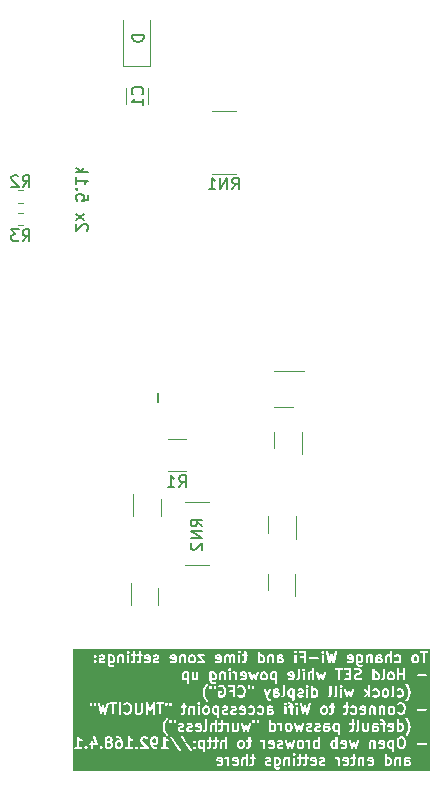
<source format=gbr>
%TF.GenerationSoftware,KiCad,Pcbnew,7.0.8*%
%TF.CreationDate,2023-11-29T08:53:45-05:00*%
%TF.ProjectId,clock,636c6f63-6b2e-46b6-9963-61645f706362,rev?*%
%TF.SameCoordinates,Original*%
%TF.FileFunction,Legend,Bot*%
%TF.FilePolarity,Positive*%
%FSLAX46Y46*%
G04 Gerber Fmt 4.6, Leading zero omitted, Abs format (unit mm)*
G04 Created by KiCad (PCBNEW 7.0.8) date 2023-11-29 08:53:45*
%MOMM*%
%LPD*%
G01*
G04 APERTURE LIST*
%ADD10C,0.150000*%
%ADD11C,0.180000*%
%ADD12C,0.120000*%
G04 APERTURE END LIST*
D10*
X26155542Y-30327839D02*
X26203161Y-30280220D01*
X26203161Y-30280220D02*
X26250780Y-30184982D01*
X26250780Y-30184982D02*
X26250780Y-29946887D01*
X26250780Y-29946887D02*
X26203161Y-29851649D01*
X26203161Y-29851649D02*
X26155542Y-29804030D01*
X26155542Y-29804030D02*
X26060304Y-29756411D01*
X26060304Y-29756411D02*
X25965066Y-29756411D01*
X25965066Y-29756411D02*
X25822209Y-29804030D01*
X25822209Y-29804030D02*
X25250780Y-30375458D01*
X25250780Y-30375458D02*
X25250780Y-29756411D01*
X25250780Y-29423077D02*
X25917447Y-28899268D01*
X25917447Y-29423077D02*
X25250780Y-28899268D01*
X26250780Y-27280220D02*
X26250780Y-27756410D01*
X26250780Y-27756410D02*
X25774590Y-27804029D01*
X25774590Y-27804029D02*
X25822209Y-27756410D01*
X25822209Y-27756410D02*
X25869828Y-27661172D01*
X25869828Y-27661172D02*
X25869828Y-27423077D01*
X25869828Y-27423077D02*
X25822209Y-27327839D01*
X25822209Y-27327839D02*
X25774590Y-27280220D01*
X25774590Y-27280220D02*
X25679352Y-27232601D01*
X25679352Y-27232601D02*
X25441257Y-27232601D01*
X25441257Y-27232601D02*
X25346019Y-27280220D01*
X25346019Y-27280220D02*
X25298400Y-27327839D01*
X25298400Y-27327839D02*
X25250780Y-27423077D01*
X25250780Y-27423077D02*
X25250780Y-27661172D01*
X25250780Y-27661172D02*
X25298400Y-27756410D01*
X25298400Y-27756410D02*
X25346019Y-27804029D01*
X25346019Y-26804029D02*
X25298400Y-26756410D01*
X25298400Y-26756410D02*
X25250780Y-26804029D01*
X25250780Y-26804029D02*
X25298400Y-26851648D01*
X25298400Y-26851648D02*
X25346019Y-26804029D01*
X25346019Y-26804029D02*
X25250780Y-26804029D01*
X25250780Y-25804030D02*
X25250780Y-26375458D01*
X25250780Y-26089744D02*
X26250780Y-26089744D01*
X26250780Y-26089744D02*
X26107923Y-26184982D01*
X26107923Y-26184982D02*
X26012685Y-26280220D01*
X26012685Y-26280220D02*
X25965066Y-26375458D01*
X25250780Y-25375458D02*
X26250780Y-25375458D01*
X25631733Y-25280220D02*
X25250780Y-24994506D01*
X25917447Y-24994506D02*
X25536495Y-25375458D01*
D11*
G36*
X42354207Y-75089321D02*
G01*
X42376411Y-75111525D01*
X42403234Y-75165171D01*
X42403234Y-75379821D01*
X42376410Y-75433469D01*
X42354208Y-75455672D01*
X42300558Y-75482497D01*
X42171624Y-75482497D01*
X42154663Y-75474016D01*
X42154663Y-75070977D01*
X42171624Y-75062497D01*
X42300558Y-75062497D01*
X42354207Y-75089321D01*
G37*
G36*
X37497579Y-75082435D02*
G01*
X37517519Y-75122314D01*
X37517519Y-75162714D01*
X37273181Y-75113846D01*
X37288886Y-75082436D01*
X37328766Y-75062497D01*
X37457703Y-75062497D01*
X37497579Y-75082435D01*
G37*
G36*
X38826151Y-75082435D02*
G01*
X38846091Y-75122314D01*
X38846091Y-75162714D01*
X38601753Y-75113846D01*
X38617458Y-75082436D01*
X38657338Y-75062497D01*
X38786275Y-75062497D01*
X38826151Y-75082435D01*
G37*
G36*
X45426152Y-75082435D02*
G01*
X45446092Y-75122314D01*
X45446092Y-75162714D01*
X45201754Y-75113846D01*
X45217459Y-75082436D01*
X45257339Y-75062497D01*
X45386276Y-75062497D01*
X45426152Y-75082435D01*
G37*
G36*
X48169009Y-75082435D02*
G01*
X48188949Y-75122314D01*
X48188949Y-75162714D01*
X47944611Y-75113846D01*
X47960316Y-75082436D01*
X48000196Y-75062497D01*
X48129133Y-75062497D01*
X48169009Y-75082435D01*
G37*
G36*
X50269010Y-75082435D02*
G01*
X50288950Y-75122314D01*
X50288950Y-75162714D01*
X50044612Y-75113846D01*
X50060317Y-75082436D01*
X50100197Y-75062497D01*
X50229134Y-75062497D01*
X50269010Y-75082435D01*
G37*
G36*
X51739923Y-75089321D02*
G01*
X51762127Y-75111525D01*
X51788950Y-75165171D01*
X51788950Y-75379821D01*
X51762126Y-75433469D01*
X51739924Y-75455672D01*
X51686274Y-75482497D01*
X51557340Y-75482497D01*
X51540379Y-75474016D01*
X51540379Y-75070977D01*
X51557340Y-75062497D01*
X51686274Y-75062497D01*
X51739923Y-75089321D01*
G37*
G36*
X53397582Y-75339578D02*
G01*
X53417522Y-75379457D01*
X53417522Y-75422678D01*
X53397581Y-75462559D01*
X53357706Y-75482497D01*
X53185912Y-75482497D01*
X53168951Y-75474016D01*
X53168951Y-75319640D01*
X53357706Y-75319640D01*
X53397582Y-75339578D01*
G37*
G36*
X35974662Y-73621976D02*
G01*
X35974662Y-74025017D01*
X35957703Y-74033497D01*
X35828766Y-74033497D01*
X35775119Y-74006674D01*
X35752914Y-73984469D01*
X35726090Y-73930821D01*
X35726090Y-73716171D01*
X35752913Y-73662525D01*
X35775119Y-73640319D01*
X35828766Y-73613497D01*
X35957703Y-73613497D01*
X35974662Y-73621976D01*
G37*
G36*
X52003236Y-73621976D02*
G01*
X52003236Y-74025017D01*
X51986277Y-74033497D01*
X51857340Y-74033497D01*
X51803693Y-74006674D01*
X51781488Y-73984469D01*
X51754664Y-73930821D01*
X51754664Y-73716171D01*
X51781487Y-73662525D01*
X51803693Y-73640319D01*
X51857340Y-73613497D01*
X51986277Y-73613497D01*
X52003236Y-73621976D01*
G37*
G36*
X28125635Y-73726035D02*
G01*
X28147837Y-73748237D01*
X28174662Y-73801886D01*
X28174662Y-73930821D01*
X28147838Y-73984469D01*
X28125636Y-74006672D01*
X28071986Y-74033497D01*
X27943052Y-74033497D01*
X27889404Y-74006673D01*
X27867198Y-73984467D01*
X27840376Y-73930823D01*
X27840376Y-73801886D01*
X27867200Y-73748236D01*
X27889403Y-73726034D01*
X27943052Y-73699211D01*
X28071986Y-73699211D01*
X28125635Y-73726035D01*
G37*
G36*
X28125635Y-73340321D02*
G01*
X28147839Y-73362525D01*
X28174662Y-73416171D01*
X28174662Y-73416535D01*
X28147837Y-73470184D01*
X28125635Y-73492386D01*
X28071986Y-73519211D01*
X27943052Y-73519211D01*
X27889403Y-73492387D01*
X27867200Y-73470185D01*
X27840376Y-73416535D01*
X27840376Y-73416170D01*
X27867198Y-73362524D01*
X27889403Y-73340320D01*
X27943052Y-73313497D01*
X28071986Y-73313497D01*
X28125635Y-73340321D01*
G37*
G36*
X28982778Y-73683178D02*
G01*
X29004982Y-73705382D01*
X29031805Y-73759028D01*
X29031805Y-73930821D01*
X29004981Y-73984469D01*
X28982779Y-74006672D01*
X28929129Y-74033497D01*
X28800195Y-74033497D01*
X28746547Y-74006673D01*
X28724341Y-73984467D01*
X28697519Y-73930823D01*
X28697519Y-73759027D01*
X28724341Y-73705381D01*
X28746546Y-73683177D01*
X28800195Y-73656354D01*
X28929129Y-73656354D01*
X28982778Y-73683178D01*
G37*
G36*
X31982778Y-73340321D02*
G01*
X32004982Y-73362525D01*
X32031805Y-73416171D01*
X32031805Y-73587964D01*
X32004982Y-73641610D01*
X31982776Y-73663817D01*
X31929130Y-73690640D01*
X31800194Y-73690640D01*
X31746545Y-73663815D01*
X31724341Y-73641611D01*
X31697519Y-73587966D01*
X31697519Y-73416170D01*
X31724341Y-73362524D01*
X31746546Y-73340320D01*
X31800195Y-73313497D01*
X31929129Y-73313497D01*
X31982778Y-73340321D01*
G37*
G36*
X39311350Y-73640321D02*
G01*
X39333554Y-73662525D01*
X39360377Y-73716171D01*
X39360377Y-73930821D01*
X39333553Y-73984469D01*
X39311351Y-74006672D01*
X39257701Y-74033497D01*
X39171624Y-74033497D01*
X39117977Y-74006674D01*
X39095772Y-73984469D01*
X39068948Y-73930821D01*
X39068948Y-73716171D01*
X39095771Y-73662525D01*
X39117977Y-73640319D01*
X39171624Y-73613497D01*
X39257701Y-73613497D01*
X39311350Y-73640321D01*
G37*
G36*
X41869009Y-73633435D02*
G01*
X41888949Y-73673314D01*
X41888949Y-73713714D01*
X41644611Y-73664846D01*
X41660316Y-73633436D01*
X41700196Y-73613497D01*
X41829133Y-73613497D01*
X41869009Y-73633435D01*
G37*
G36*
X44325636Y-73640321D02*
G01*
X44347840Y-73662525D01*
X44374663Y-73716171D01*
X44374663Y-73930821D01*
X44347839Y-73984469D01*
X44325637Y-74006672D01*
X44271987Y-74033497D01*
X44185910Y-74033497D01*
X44132263Y-74006674D01*
X44110058Y-73984469D01*
X44083234Y-73930821D01*
X44083234Y-73716171D01*
X44110057Y-73662525D01*
X44132263Y-73640319D01*
X44185910Y-73613497D01*
X44271987Y-73613497D01*
X44325636Y-73640321D01*
G37*
G36*
X45703235Y-73621976D02*
G01*
X45703235Y-74025017D01*
X45686276Y-74033497D01*
X45557339Y-74033497D01*
X45503692Y-74006674D01*
X45481487Y-73984469D01*
X45454663Y-73930821D01*
X45454663Y-73716171D01*
X45481486Y-73662525D01*
X45503692Y-73640319D01*
X45557339Y-73613497D01*
X45686276Y-73613497D01*
X45703235Y-73621976D01*
G37*
G36*
X47203235Y-73621976D02*
G01*
X47203235Y-74025017D01*
X47186276Y-74033497D01*
X47057339Y-74033497D01*
X47003692Y-74006674D01*
X46981487Y-73984469D01*
X46954663Y-73930821D01*
X46954663Y-73716171D01*
X46981486Y-73662525D01*
X47003692Y-73640319D01*
X47057339Y-73613497D01*
X47186276Y-73613497D01*
X47203235Y-73621976D01*
G37*
G36*
X47997581Y-73633435D02*
G01*
X48017521Y-73673314D01*
X48017521Y-73713714D01*
X47773183Y-73664846D01*
X47788888Y-73633436D01*
X47828768Y-73613497D01*
X47957705Y-73613497D01*
X47997581Y-73633435D01*
G37*
G36*
X51211867Y-73633435D02*
G01*
X51231807Y-73673314D01*
X51231807Y-73713714D01*
X50987469Y-73664846D01*
X51003174Y-73633436D01*
X51043054Y-73613497D01*
X51171991Y-73613497D01*
X51211867Y-73633435D01*
G37*
G36*
X52897066Y-73340321D02*
G01*
X52954826Y-73398081D01*
X52988950Y-73534576D01*
X52988950Y-73812417D01*
X52954826Y-73948912D01*
X52897067Y-74006672D01*
X52843417Y-74033497D01*
X52714483Y-74033497D01*
X52660832Y-74006671D01*
X52603074Y-73948913D01*
X52568950Y-73812417D01*
X52568950Y-73534576D01*
X52603073Y-73398081D01*
X52660833Y-73340321D01*
X52714483Y-73313497D01*
X52843417Y-73313497D01*
X52897066Y-73340321D01*
G37*
G36*
X47374663Y-72172976D02*
G01*
X47374663Y-72576017D01*
X47357704Y-72584497D01*
X47228767Y-72584497D01*
X47175120Y-72557674D01*
X47152915Y-72535469D01*
X47126091Y-72481821D01*
X47126091Y-72267171D01*
X47152914Y-72213525D01*
X47175120Y-72191319D01*
X47228767Y-72164497D01*
X47357704Y-72164497D01*
X47374663Y-72172976D01*
G37*
G36*
X35697579Y-72184435D02*
G01*
X35717519Y-72224314D01*
X35717519Y-72264714D01*
X35473181Y-72215846D01*
X35488886Y-72184436D01*
X35528766Y-72164497D01*
X35657703Y-72164497D01*
X35697579Y-72184435D01*
G37*
G36*
X41968493Y-72191321D02*
G01*
X41990697Y-72213525D01*
X42017520Y-72267171D01*
X42017520Y-72481821D01*
X41990696Y-72535469D01*
X41968494Y-72557672D01*
X41914844Y-72584497D01*
X41785910Y-72584497D01*
X41768949Y-72576016D01*
X41768949Y-72172977D01*
X41785910Y-72164497D01*
X41914844Y-72164497D01*
X41968493Y-72191321D01*
G37*
G36*
X43339922Y-72191321D02*
G01*
X43362126Y-72213525D01*
X43388949Y-72267171D01*
X43388949Y-72481821D01*
X43362125Y-72535469D01*
X43339923Y-72557672D01*
X43286273Y-72584497D01*
X43200196Y-72584497D01*
X43146549Y-72557674D01*
X43124344Y-72535469D01*
X43097520Y-72481821D01*
X43097520Y-72267171D01*
X43124343Y-72213525D01*
X43146549Y-72191319D01*
X43200196Y-72164497D01*
X43286273Y-72164497D01*
X43339922Y-72191321D01*
G37*
G36*
X46583294Y-72441578D02*
G01*
X46603234Y-72481457D01*
X46603234Y-72524678D01*
X46583293Y-72564559D01*
X46543418Y-72584497D01*
X46371624Y-72584497D01*
X46354663Y-72576016D01*
X46354663Y-72421640D01*
X46543418Y-72421640D01*
X46583294Y-72441578D01*
G37*
G36*
X50697581Y-72441578D02*
G01*
X50717521Y-72481457D01*
X50717521Y-72524678D01*
X50697580Y-72564559D01*
X50657705Y-72584497D01*
X50485911Y-72584497D01*
X50468950Y-72576016D01*
X50468950Y-72421640D01*
X50657705Y-72421640D01*
X50697581Y-72441578D01*
G37*
G36*
X51983296Y-72184435D02*
G01*
X52003236Y-72224314D01*
X52003236Y-72264714D01*
X51758898Y-72215846D01*
X51774603Y-72184436D01*
X51814483Y-72164497D01*
X51943420Y-72164497D01*
X51983296Y-72184435D01*
G37*
G36*
X52768495Y-72191321D02*
G01*
X52790699Y-72213525D01*
X52817522Y-72267171D01*
X52817522Y-72481821D01*
X52790698Y-72535469D01*
X52768496Y-72557672D01*
X52714846Y-72584497D01*
X52585912Y-72584497D01*
X52568951Y-72576016D01*
X52568951Y-72172977D01*
X52585912Y-72164497D01*
X52714846Y-72164497D01*
X52768495Y-72191321D01*
G37*
G36*
X37174663Y-70723976D02*
G01*
X37174663Y-71127017D01*
X37157704Y-71135497D01*
X37028767Y-71135497D01*
X36975120Y-71108674D01*
X36952915Y-71086469D01*
X36926091Y-71032821D01*
X36926091Y-70818171D01*
X36952914Y-70764525D01*
X36975120Y-70742319D01*
X37028767Y-70715497D01*
X37157704Y-70715497D01*
X37174663Y-70723976D01*
G37*
G36*
X36354207Y-70742321D02*
G01*
X36376411Y-70764525D01*
X36403234Y-70818171D01*
X36403234Y-71032821D01*
X36376410Y-71086469D01*
X36354208Y-71108672D01*
X36300558Y-71135497D01*
X36214481Y-71135497D01*
X36160834Y-71108674D01*
X36138629Y-71086469D01*
X36111805Y-71032821D01*
X36111805Y-70818171D01*
X36138628Y-70764525D01*
X36160834Y-70742319D01*
X36214481Y-70715497D01*
X36300558Y-70715497D01*
X36354207Y-70742321D01*
G37*
G36*
X39426151Y-70735435D02*
G01*
X39446091Y-70775314D01*
X39446091Y-70815714D01*
X39201753Y-70766846D01*
X39217458Y-70735436D01*
X39257338Y-70715497D01*
X39386275Y-70715497D01*
X39426151Y-70735435D01*
G37*
G36*
X41783295Y-70992578D02*
G01*
X41803235Y-71032457D01*
X41803235Y-71075678D01*
X41783294Y-71115559D01*
X41743419Y-71135497D01*
X41571625Y-71135497D01*
X41554664Y-71127016D01*
X41554664Y-70972640D01*
X41743419Y-70972640D01*
X41783295Y-70992578D01*
G37*
G36*
X46339921Y-70742321D02*
G01*
X46362125Y-70764525D01*
X46388948Y-70818171D01*
X46388948Y-71032821D01*
X46362124Y-71086469D01*
X46339922Y-71108672D01*
X46286272Y-71135497D01*
X46200195Y-71135497D01*
X46146548Y-71108674D01*
X46124343Y-71086469D01*
X46097519Y-71032821D01*
X46097519Y-70818171D01*
X46124342Y-70764525D01*
X46146548Y-70742319D01*
X46200195Y-70715497D01*
X46286272Y-70715497D01*
X46339921Y-70742321D01*
G37*
G36*
X49626152Y-70735435D02*
G01*
X49646092Y-70775314D01*
X49646092Y-70815714D01*
X49401754Y-70766846D01*
X49417459Y-70735436D01*
X49457339Y-70715497D01*
X49586276Y-70715497D01*
X49626152Y-70735435D01*
G37*
G36*
X52039923Y-70742321D02*
G01*
X52062127Y-70764525D01*
X52088950Y-70818171D01*
X52088950Y-71032821D01*
X52062126Y-71086469D01*
X52039924Y-71108672D01*
X51986274Y-71135497D01*
X51900197Y-71135497D01*
X51846550Y-71108674D01*
X51824345Y-71086469D01*
X51797521Y-71032821D01*
X51797521Y-70818171D01*
X51824344Y-70764525D01*
X51846550Y-70742319D01*
X51900197Y-70715497D01*
X51986274Y-70715497D01*
X52039923Y-70742321D01*
G37*
G36*
X43560379Y-69274976D02*
G01*
X43560379Y-69678017D01*
X43543420Y-69686497D01*
X43414483Y-69686497D01*
X43360836Y-69659674D01*
X43338631Y-69637469D01*
X43311807Y-69583821D01*
X43311807Y-69369171D01*
X43338630Y-69315525D01*
X43360836Y-69293319D01*
X43414483Y-69266497D01*
X43543420Y-69266497D01*
X43560379Y-69274976D01*
G37*
G36*
X42297581Y-69543578D02*
G01*
X42317521Y-69583457D01*
X42317521Y-69626678D01*
X42297580Y-69666559D01*
X42257705Y-69686497D01*
X42085911Y-69686497D01*
X42068950Y-69678016D01*
X42068950Y-69523640D01*
X42257705Y-69523640D01*
X42297581Y-69543578D01*
G37*
G36*
X45525637Y-69293321D02*
G01*
X45547841Y-69315525D01*
X45574664Y-69369171D01*
X45574664Y-69583821D01*
X45547840Y-69637469D01*
X45525638Y-69659672D01*
X45471988Y-69686497D01*
X45343054Y-69686497D01*
X45326093Y-69678016D01*
X45326093Y-69274977D01*
X45343054Y-69266497D01*
X45471988Y-69266497D01*
X45525637Y-69293321D01*
G37*
G36*
X51525637Y-69293321D02*
G01*
X51547841Y-69315525D01*
X51574664Y-69369171D01*
X51574664Y-69583821D01*
X51547840Y-69637469D01*
X51525638Y-69659672D01*
X51471988Y-69686497D01*
X51385911Y-69686497D01*
X51332264Y-69659674D01*
X51310059Y-69637469D01*
X51283235Y-69583821D01*
X51283235Y-69369171D01*
X51310058Y-69315525D01*
X51332264Y-69293319D01*
X51385911Y-69266497D01*
X51471988Y-69266497D01*
X51525637Y-69293321D01*
G37*
G36*
X36911350Y-67844321D02*
G01*
X36933554Y-67866525D01*
X36960377Y-67920171D01*
X36960377Y-68134821D01*
X36933553Y-68188469D01*
X36911351Y-68210672D01*
X36857701Y-68237497D01*
X36728767Y-68237497D01*
X36711806Y-68229016D01*
X36711806Y-67825977D01*
X36728767Y-67817497D01*
X36857701Y-67817497D01*
X36911350Y-67844321D01*
G37*
G36*
X34603234Y-67825976D02*
G01*
X34603234Y-68229017D01*
X34586275Y-68237497D01*
X34457338Y-68237497D01*
X34403691Y-68210674D01*
X34381486Y-68188469D01*
X34354662Y-68134821D01*
X34354662Y-67920171D01*
X34381485Y-67866525D01*
X34403691Y-67844319D01*
X34457338Y-67817497D01*
X34586275Y-67817497D01*
X34603234Y-67825976D01*
G37*
G36*
X42060378Y-67825976D02*
G01*
X42060378Y-68229017D01*
X42043419Y-68237497D01*
X41914482Y-68237497D01*
X41860835Y-68210674D01*
X41838630Y-68188469D01*
X41811806Y-68134821D01*
X41811806Y-67920171D01*
X41838629Y-67866525D01*
X41860835Y-67844319D01*
X41914482Y-67817497D01*
X42043419Y-67817497D01*
X42060378Y-67825976D01*
G37*
G36*
X39511866Y-67837435D02*
G01*
X39531806Y-67877314D01*
X39531806Y-67917714D01*
X39287468Y-67868846D01*
X39303173Y-67837436D01*
X39343053Y-67817497D01*
X39471990Y-67817497D01*
X39511866Y-67837435D01*
G37*
G36*
X41239922Y-67844321D02*
G01*
X41262126Y-67866525D01*
X41288949Y-67920171D01*
X41288949Y-68134821D01*
X41262125Y-68188469D01*
X41239923Y-68210672D01*
X41186273Y-68237497D01*
X41100196Y-68237497D01*
X41046549Y-68210674D01*
X41024344Y-68188469D01*
X40997520Y-68134821D01*
X40997520Y-67920171D01*
X41024343Y-67866525D01*
X41046549Y-67844319D01*
X41100196Y-67817497D01*
X41186273Y-67817497D01*
X41239922Y-67844321D01*
G37*
G36*
X43540438Y-67837435D02*
G01*
X43560378Y-67877314D01*
X43560378Y-67917714D01*
X43316040Y-67868846D01*
X43331745Y-67837436D01*
X43371625Y-67817497D01*
X43500562Y-67817497D01*
X43540438Y-67837435D01*
G37*
G36*
X50711351Y-67844321D02*
G01*
X50733555Y-67866525D01*
X50760378Y-67920171D01*
X50760378Y-68134821D01*
X50733554Y-68188469D01*
X50711352Y-68210672D01*
X50657702Y-68237497D01*
X50528768Y-68237497D01*
X50511807Y-68229016D01*
X50511807Y-67825977D01*
X50528768Y-67817497D01*
X50657702Y-67817497D01*
X50711351Y-67844321D01*
G37*
G36*
X51997066Y-67844321D02*
G01*
X52019270Y-67866525D01*
X52046093Y-67920171D01*
X52046093Y-68134821D01*
X52019269Y-68188469D01*
X51997067Y-68210672D01*
X51943417Y-68237497D01*
X51857340Y-68237497D01*
X51803693Y-68210674D01*
X51781488Y-68188469D01*
X51754664Y-68134821D01*
X51754664Y-67920171D01*
X51781487Y-67866525D01*
X51803693Y-67844319D01*
X51857340Y-67817497D01*
X51943417Y-67817497D01*
X51997066Y-67844321D01*
G37*
G36*
X28297064Y-66395321D02*
G01*
X28319268Y-66417525D01*
X28346091Y-66471171D01*
X28346091Y-66685821D01*
X28319267Y-66739469D01*
X28297065Y-66761672D01*
X28243415Y-66788497D01*
X28114481Y-66788497D01*
X28097520Y-66780016D01*
X28097520Y-66376977D01*
X28114481Y-66368497D01*
X28243415Y-66368497D01*
X28297064Y-66395321D01*
G37*
G36*
X49339922Y-66395321D02*
G01*
X49362126Y-66417525D01*
X49388949Y-66471171D01*
X49388949Y-66685821D01*
X49362125Y-66739469D01*
X49339923Y-66761672D01*
X49286273Y-66788497D01*
X49157339Y-66788497D01*
X49140378Y-66780016D01*
X49140378Y-66376977D01*
X49157339Y-66368497D01*
X49286273Y-66368497D01*
X49339922Y-66395321D01*
G37*
G36*
X31369009Y-66388435D02*
G01*
X31388949Y-66428314D01*
X31388949Y-66468714D01*
X31144611Y-66419846D01*
X31160316Y-66388436D01*
X31200196Y-66368497D01*
X31329133Y-66368497D01*
X31369009Y-66388435D01*
G37*
G36*
X33554723Y-66388435D02*
G01*
X33574663Y-66428314D01*
X33574663Y-66468714D01*
X33330325Y-66419846D01*
X33346030Y-66388436D01*
X33385910Y-66368497D01*
X33514847Y-66368497D01*
X33554723Y-66388435D01*
G37*
G36*
X35154208Y-66395321D02*
G01*
X35176412Y-66417525D01*
X35203235Y-66471171D01*
X35203235Y-66685821D01*
X35176411Y-66739469D01*
X35154209Y-66761672D01*
X35100559Y-66788497D01*
X35014482Y-66788497D01*
X34960835Y-66761674D01*
X34938630Y-66739469D01*
X34911806Y-66685821D01*
X34911806Y-66471171D01*
X34938629Y-66417525D01*
X34960835Y-66395319D01*
X35014482Y-66368497D01*
X35100559Y-66368497D01*
X35154208Y-66395321D01*
G37*
G36*
X37369009Y-66388435D02*
G01*
X37388949Y-66428314D01*
X37388949Y-66468714D01*
X37144611Y-66419846D01*
X37160316Y-66388436D01*
X37200196Y-66368497D01*
X37329133Y-66368497D01*
X37369009Y-66388435D01*
G37*
G36*
X40982779Y-66395321D02*
G01*
X41004983Y-66417525D01*
X41031806Y-66471171D01*
X41031806Y-66685821D01*
X41004982Y-66739469D01*
X40982780Y-66761672D01*
X40929130Y-66788497D01*
X40800196Y-66788497D01*
X40783235Y-66780016D01*
X40783235Y-66376977D01*
X40800196Y-66368497D01*
X40929130Y-66368497D01*
X40982779Y-66395321D01*
G37*
G36*
X42640438Y-66645578D02*
G01*
X42660378Y-66685457D01*
X42660378Y-66728678D01*
X42640437Y-66768559D01*
X42600562Y-66788497D01*
X42428768Y-66788497D01*
X42411807Y-66780016D01*
X42411807Y-66625640D01*
X42600562Y-66625640D01*
X42640438Y-66645578D01*
G37*
G36*
X48554723Y-66388435D02*
G01*
X48574663Y-66428314D01*
X48574663Y-66468714D01*
X48330325Y-66419846D01*
X48346030Y-66388436D01*
X48385910Y-66368497D01*
X48514847Y-66368497D01*
X48554723Y-66388435D01*
G37*
G36*
X50997581Y-66645578D02*
G01*
X51017521Y-66685457D01*
X51017521Y-66728678D01*
X50997580Y-66768559D01*
X50957705Y-66788497D01*
X50785911Y-66788497D01*
X50768950Y-66780016D01*
X50768950Y-66625640D01*
X50957705Y-66625640D01*
X50997581Y-66645578D01*
G37*
G36*
X54054209Y-66395321D02*
G01*
X54076413Y-66417525D01*
X54103236Y-66471171D01*
X54103236Y-66685821D01*
X54076412Y-66739469D01*
X54054210Y-66761672D01*
X54000560Y-66788497D01*
X53914483Y-66788497D01*
X53860836Y-66761674D01*
X53838631Y-66739469D01*
X53811807Y-66685821D01*
X53811807Y-66471171D01*
X53838630Y-66417525D01*
X53860836Y-66395319D01*
X53914483Y-66368497D01*
X54000560Y-66368497D01*
X54054209Y-66395321D01*
G37*
G36*
X55181868Y-76091068D02*
G01*
X24961744Y-76091068D01*
X24961744Y-75701068D01*
X41974663Y-75701068D01*
X41976503Y-75706123D01*
X41975253Y-75711357D01*
X41984165Y-75741317D01*
X42027021Y-75827031D01*
X42028450Y-75828384D01*
X42043880Y-75850421D01*
X42086737Y-75893279D01*
X42088518Y-75894109D01*
X42110128Y-75910138D01*
X42195842Y-75952995D01*
X42201186Y-75953610D01*
X42205309Y-75957069D01*
X42236091Y-75962497D01*
X42364663Y-75962497D01*
X42369718Y-75960656D01*
X42374952Y-75961907D01*
X42404912Y-75952995D01*
X42490626Y-75910139D01*
X42532953Y-75865434D01*
X42536642Y-75803980D01*
X42499966Y-75754534D01*
X42440087Y-75740230D01*
X42410128Y-75749142D01*
X42343418Y-75782497D01*
X42257338Y-75782497D01*
X42203691Y-75755674D01*
X42181486Y-75733469D01*
X42154663Y-75679823D01*
X42154663Y-75662497D01*
X42321805Y-75662497D01*
X42326860Y-75660656D01*
X42332094Y-75661907D01*
X42362054Y-75652996D01*
X42447769Y-75610139D01*
X42449121Y-75608710D01*
X42471160Y-75593279D01*
X42491942Y-75572497D01*
X42788949Y-75572497D01*
X42810005Y-75630348D01*
X42863321Y-75661130D01*
X42923949Y-75650439D01*
X42963521Y-75603279D01*
X42968949Y-75572497D01*
X42968949Y-75122313D01*
X42988887Y-75082436D01*
X43028767Y-75062497D01*
X43114844Y-75062497D01*
X43168493Y-75089321D01*
X43174663Y-75095491D01*
X43174663Y-75572497D01*
X43195719Y-75630348D01*
X43249035Y-75661130D01*
X43309663Y-75650439D01*
X43349235Y-75603279D01*
X43354663Y-75572497D01*
X43603234Y-75572497D01*
X43624290Y-75630348D01*
X43677606Y-75661130D01*
X43738234Y-75650439D01*
X43777806Y-75603279D01*
X43783234Y-75572497D01*
X43783234Y-75556869D01*
X43904601Y-75556869D01*
X43915292Y-75617497D01*
X43962452Y-75657069D01*
X43993234Y-75662497D01*
X44078948Y-75662497D01*
X44084003Y-75660656D01*
X44089237Y-75661907D01*
X44119197Y-75652996D01*
X44204912Y-75610139D01*
X44214177Y-75600353D01*
X44226541Y-75594994D01*
X44245162Y-75569889D01*
X44288019Y-75484174D01*
X44288634Y-75478827D01*
X44292092Y-75474707D01*
X44297520Y-75443925D01*
X44297520Y-75062497D01*
X44336091Y-75062497D01*
X44393942Y-75041441D01*
X44424474Y-74988556D01*
X44429578Y-75017497D01*
X44476738Y-75057069D01*
X44507520Y-75062497D01*
X44631806Y-75062497D01*
X44631806Y-75422678D01*
X44611866Y-75462557D01*
X44571987Y-75482497D01*
X44507520Y-75482497D01*
X44449669Y-75503553D01*
X44418887Y-75556869D01*
X44429578Y-75617497D01*
X44476738Y-75657069D01*
X44507520Y-75662497D01*
X44593234Y-75662497D01*
X44598289Y-75660656D01*
X44603523Y-75661907D01*
X44633483Y-75652996D01*
X44719198Y-75610139D01*
X44728463Y-75600353D01*
X44740827Y-75594994D01*
X44759448Y-75569889D01*
X44802305Y-75484174D01*
X44802920Y-75478827D01*
X44806378Y-75474707D01*
X44811806Y-75443925D01*
X44811806Y-75186782D01*
X45017521Y-75186782D01*
X45022606Y-75200755D01*
X45022267Y-75215622D01*
X45032808Y-75228785D01*
X45038577Y-75244633D01*
X45051455Y-75252068D01*
X45060751Y-75263675D01*
X45089870Y-75275034D01*
X45446092Y-75346278D01*
X45446092Y-75422678D01*
X45426151Y-75462559D01*
X45386276Y-75482497D01*
X45257339Y-75482497D01*
X45190627Y-75449142D01*
X45129467Y-75442103D01*
X45078091Y-75476024D01*
X45060540Y-75535033D01*
X45085024Y-75591517D01*
X45110129Y-75610138D01*
X45195843Y-75652995D01*
X45201187Y-75653610D01*
X45205310Y-75657069D01*
X45236092Y-75662497D01*
X45407521Y-75662497D01*
X45412576Y-75660656D01*
X45417810Y-75661907D01*
X45447770Y-75652995D01*
X45533484Y-75610139D01*
X45542749Y-75600353D01*
X45555113Y-75594994D01*
X45573734Y-75569889D01*
X45616591Y-75484174D01*
X45617206Y-75478827D01*
X45620664Y-75474707D01*
X45626092Y-75443925D01*
X45788949Y-75443925D01*
X45790789Y-75448980D01*
X45789539Y-75454214D01*
X45798450Y-75484174D01*
X45841307Y-75569889D01*
X45851093Y-75579154D01*
X45856452Y-75591517D01*
X45881557Y-75610138D01*
X45967271Y-75652995D01*
X45972615Y-75653610D01*
X45976738Y-75657069D01*
X46007520Y-75662497D01*
X46178949Y-75662497D01*
X46184004Y-75660656D01*
X46189238Y-75661907D01*
X46219198Y-75652995D01*
X46304912Y-75610139D01*
X46347239Y-75565434D01*
X46350928Y-75503980D01*
X46314252Y-75454534D01*
X46254373Y-75440230D01*
X46224414Y-75449142D01*
X46157704Y-75482497D01*
X46028767Y-75482497D01*
X45988888Y-75462558D01*
X45968949Y-75422678D01*
X45968949Y-75422313D01*
X45988887Y-75382436D01*
X46028767Y-75362497D01*
X46136092Y-75362497D01*
X46141147Y-75360656D01*
X46146381Y-75361907D01*
X46176341Y-75352995D01*
X46262055Y-75310139D01*
X46271320Y-75300353D01*
X46283684Y-75294994D01*
X46302305Y-75269889D01*
X46345162Y-75184174D01*
X46345777Y-75178827D01*
X46349235Y-75174707D01*
X46354663Y-75143925D01*
X46354663Y-75101068D01*
X46352822Y-75096011D01*
X46354073Y-75090778D01*
X46345161Y-75060819D01*
X46302304Y-74975105D01*
X46292519Y-74965840D01*
X46288630Y-74956869D01*
X47118887Y-74956869D01*
X47129578Y-75017497D01*
X47176738Y-75057069D01*
X47207520Y-75062497D01*
X47271987Y-75062497D01*
X47325636Y-75089321D01*
X47347840Y-75111525D01*
X47374663Y-75165171D01*
X47374663Y-75572497D01*
X47395719Y-75630348D01*
X47449035Y-75661130D01*
X47509663Y-75650439D01*
X47549235Y-75603279D01*
X47554663Y-75572497D01*
X47554663Y-75186782D01*
X47760378Y-75186782D01*
X47765463Y-75200755D01*
X47765124Y-75215622D01*
X47775665Y-75228785D01*
X47781434Y-75244633D01*
X47794312Y-75252068D01*
X47803608Y-75263675D01*
X47832727Y-75275034D01*
X48188949Y-75346278D01*
X48188949Y-75422678D01*
X48169008Y-75462559D01*
X48129133Y-75482497D01*
X48000196Y-75482497D01*
X47933484Y-75449142D01*
X47872324Y-75442103D01*
X47820948Y-75476024D01*
X47803397Y-75535033D01*
X47827881Y-75591517D01*
X47852986Y-75610138D01*
X47938700Y-75652995D01*
X47944044Y-75653610D01*
X47948167Y-75657069D01*
X47978949Y-75662497D01*
X48150378Y-75662497D01*
X48155433Y-75660656D01*
X48160667Y-75661907D01*
X48190627Y-75652995D01*
X48276341Y-75610139D01*
X48285606Y-75600353D01*
X48297970Y-75594994D01*
X48316591Y-75569889D01*
X48323101Y-75556869D01*
X48447459Y-75556869D01*
X48458150Y-75617497D01*
X48505310Y-75657069D01*
X48536092Y-75662497D01*
X48621806Y-75662497D01*
X48626861Y-75660656D01*
X48632095Y-75661907D01*
X48662055Y-75652996D01*
X48747770Y-75610139D01*
X48757035Y-75600353D01*
X48769399Y-75594994D01*
X48786086Y-75572497D01*
X49088950Y-75572497D01*
X49110006Y-75630348D01*
X49163322Y-75661130D01*
X49223950Y-75650439D01*
X49263522Y-75603279D01*
X49268950Y-75572497D01*
X49268950Y-75122313D01*
X49288888Y-75082436D01*
X49328768Y-75062497D01*
X49414845Y-75062497D01*
X49468494Y-75089321D01*
X49474664Y-75095491D01*
X49474664Y-75572497D01*
X49495720Y-75630348D01*
X49549036Y-75661130D01*
X49609664Y-75650439D01*
X49649236Y-75603279D01*
X49654664Y-75572497D01*
X49654664Y-75186782D01*
X49860379Y-75186782D01*
X49865464Y-75200755D01*
X49865125Y-75215622D01*
X49875666Y-75228785D01*
X49881435Y-75244633D01*
X49894313Y-75252068D01*
X49903609Y-75263675D01*
X49932728Y-75275034D01*
X50288950Y-75346278D01*
X50288950Y-75422678D01*
X50269009Y-75462559D01*
X50229134Y-75482497D01*
X50100197Y-75482497D01*
X50033485Y-75449142D01*
X49972325Y-75442103D01*
X49920949Y-75476024D01*
X49903398Y-75535033D01*
X49927882Y-75591517D01*
X49952987Y-75610138D01*
X50038701Y-75652995D01*
X50044045Y-75653610D01*
X50048168Y-75657069D01*
X50078950Y-75662497D01*
X50250379Y-75662497D01*
X50255434Y-75660656D01*
X50260668Y-75661907D01*
X50290628Y-75652995D01*
X50376342Y-75610139D01*
X50385607Y-75600353D01*
X50397971Y-75594994D01*
X50414658Y-75572497D01*
X51360379Y-75572497D01*
X51381435Y-75630348D01*
X51434751Y-75661130D01*
X51491943Y-75651044D01*
X51495844Y-75652995D01*
X51501188Y-75653610D01*
X51505311Y-75657069D01*
X51536093Y-75662497D01*
X51707521Y-75662497D01*
X51712576Y-75660656D01*
X51717810Y-75661907D01*
X51747770Y-75652996D01*
X51833485Y-75610139D01*
X51834837Y-75608710D01*
X51856876Y-75593279D01*
X51877658Y-75572497D01*
X52174665Y-75572497D01*
X52195721Y-75630348D01*
X52249037Y-75661130D01*
X52309665Y-75650439D01*
X52349237Y-75603279D01*
X52354665Y-75572497D01*
X52354665Y-75122313D01*
X52374603Y-75082436D01*
X52414483Y-75062497D01*
X52500560Y-75062497D01*
X52554209Y-75089321D01*
X52560379Y-75095491D01*
X52560379Y-75572497D01*
X52581435Y-75630348D01*
X52634751Y-75661130D01*
X52695379Y-75650439D01*
X52734951Y-75603279D01*
X52740379Y-75572497D01*
X52988951Y-75572497D01*
X53010007Y-75630348D01*
X53063323Y-75661130D01*
X53120515Y-75651044D01*
X53124416Y-75652995D01*
X53129760Y-75653610D01*
X53133883Y-75657069D01*
X53164665Y-75662497D01*
X53378951Y-75662497D01*
X53384006Y-75660656D01*
X53389240Y-75661907D01*
X53419200Y-75652995D01*
X53504914Y-75610139D01*
X53514179Y-75600353D01*
X53526543Y-75594994D01*
X53545164Y-75569889D01*
X53588021Y-75484174D01*
X53588636Y-75478827D01*
X53592094Y-75474707D01*
X53597522Y-75443925D01*
X53597522Y-75358211D01*
X53595681Y-75353154D01*
X53596932Y-75347921D01*
X53588020Y-75317962D01*
X53545163Y-75232248D01*
X53535378Y-75222983D01*
X53530019Y-75210620D01*
X53504914Y-75191998D01*
X53419200Y-75149142D01*
X53413855Y-75148526D01*
X53409733Y-75145068D01*
X53378951Y-75139640D01*
X53185911Y-75139640D01*
X53168951Y-75131159D01*
X53168951Y-75122313D01*
X53188889Y-75082436D01*
X53228769Y-75062497D01*
X53357706Y-75062497D01*
X53424416Y-75095852D01*
X53485576Y-75102891D01*
X53536952Y-75068970D01*
X53554503Y-75009961D01*
X53530019Y-74953477D01*
X53504914Y-74934855D01*
X53419200Y-74891999D01*
X53413855Y-74891383D01*
X53409733Y-74887925D01*
X53378951Y-74882497D01*
X53207522Y-74882497D01*
X53202465Y-74884337D01*
X53197232Y-74883087D01*
X53167273Y-74891999D01*
X53081559Y-74934856D01*
X53072294Y-74944640D01*
X53059931Y-74950000D01*
X53041309Y-74975105D01*
X52998453Y-75060819D01*
X52997837Y-75066163D01*
X52994379Y-75070286D01*
X52988951Y-75101068D01*
X52988951Y-75572497D01*
X52740379Y-75572497D01*
X52740379Y-74972497D01*
X52719323Y-74914646D01*
X52666007Y-74883864D01*
X52605379Y-74894555D01*
X52594086Y-74908013D01*
X52562056Y-74891998D01*
X52556709Y-74891382D01*
X52552589Y-74887925D01*
X52521807Y-74882497D01*
X52393236Y-74882497D01*
X52388179Y-74884337D01*
X52382946Y-74883087D01*
X52352987Y-74891999D01*
X52267273Y-74934856D01*
X52258008Y-74944640D01*
X52245645Y-74950000D01*
X52227023Y-74975105D01*
X52184167Y-75060819D01*
X52183551Y-75066163D01*
X52180093Y-75070286D01*
X52174665Y-75101068D01*
X52174665Y-75572497D01*
X51877658Y-75572497D01*
X51899734Y-75550421D01*
X51900566Y-75548634D01*
X51916591Y-75527031D01*
X51959448Y-75441317D01*
X51960063Y-75435972D01*
X51963522Y-75431850D01*
X51968950Y-75401068D01*
X51968950Y-75143925D01*
X51967109Y-75138868D01*
X51968360Y-75133635D01*
X51959448Y-75103676D01*
X51916591Y-75017962D01*
X51915166Y-75016613D01*
X51899733Y-74994571D01*
X51856876Y-74951714D01*
X51855094Y-74950883D01*
X51833485Y-74934855D01*
X51747770Y-74891998D01*
X51742423Y-74891382D01*
X51738303Y-74887925D01*
X51707521Y-74882497D01*
X51540379Y-74882497D01*
X51540379Y-74672497D01*
X51519323Y-74614646D01*
X51466007Y-74583864D01*
X51405379Y-74594555D01*
X51365807Y-74641715D01*
X51360379Y-74672497D01*
X51360379Y-75572497D01*
X50414658Y-75572497D01*
X50416592Y-75569889D01*
X50459449Y-75484174D01*
X50460064Y-75478827D01*
X50463522Y-75474707D01*
X50468950Y-75443925D01*
X50468950Y-75101068D01*
X50467109Y-75096011D01*
X50468360Y-75090778D01*
X50459448Y-75060819D01*
X50416591Y-74975105D01*
X50406806Y-74965840D01*
X50401447Y-74953477D01*
X50376342Y-74934855D01*
X50290628Y-74891999D01*
X50285283Y-74891383D01*
X50281161Y-74887925D01*
X50250379Y-74882497D01*
X50078950Y-74882497D01*
X50073893Y-74884337D01*
X50068660Y-74883087D01*
X50038701Y-74891999D01*
X49952987Y-74934856D01*
X49943722Y-74944640D01*
X49931359Y-74950000D01*
X49912737Y-74975105D01*
X49869881Y-75060819D01*
X49869265Y-75066163D01*
X49865807Y-75070286D01*
X49860379Y-75101068D01*
X49860379Y-75186782D01*
X49654664Y-75186782D01*
X49654664Y-74972497D01*
X49633608Y-74914646D01*
X49580292Y-74883864D01*
X49519664Y-74894555D01*
X49508371Y-74908013D01*
X49476341Y-74891998D01*
X49470994Y-74891382D01*
X49466874Y-74887925D01*
X49436092Y-74882497D01*
X49307521Y-74882497D01*
X49302464Y-74884337D01*
X49297231Y-74883087D01*
X49267272Y-74891999D01*
X49181558Y-74934856D01*
X49172293Y-74944640D01*
X49159930Y-74950000D01*
X49141308Y-74975105D01*
X49098452Y-75060819D01*
X49097836Y-75066163D01*
X49094378Y-75070286D01*
X49088950Y-75101068D01*
X49088950Y-75572497D01*
X48786086Y-75572497D01*
X48788020Y-75569889D01*
X48830877Y-75484174D01*
X48831492Y-75478827D01*
X48834950Y-75474707D01*
X48840378Y-75443925D01*
X48840378Y-75062497D01*
X48878949Y-75062497D01*
X48936800Y-75041441D01*
X48967582Y-74988125D01*
X48956891Y-74927497D01*
X48909731Y-74887925D01*
X48878949Y-74882497D01*
X48840378Y-74882497D01*
X48840378Y-74672497D01*
X48819322Y-74614646D01*
X48766006Y-74583864D01*
X48705378Y-74594555D01*
X48665806Y-74641715D01*
X48660378Y-74672497D01*
X48660378Y-74882497D01*
X48536092Y-74882497D01*
X48478241Y-74903553D01*
X48447459Y-74956869D01*
X48458150Y-75017497D01*
X48505310Y-75057069D01*
X48536092Y-75062497D01*
X48660378Y-75062497D01*
X48660378Y-75422678D01*
X48640438Y-75462557D01*
X48600559Y-75482497D01*
X48536092Y-75482497D01*
X48478241Y-75503553D01*
X48447459Y-75556869D01*
X48323101Y-75556869D01*
X48359448Y-75484174D01*
X48360063Y-75478827D01*
X48363521Y-75474707D01*
X48368949Y-75443925D01*
X48368949Y-75101068D01*
X48367108Y-75096011D01*
X48368359Y-75090778D01*
X48359447Y-75060819D01*
X48316590Y-74975105D01*
X48306805Y-74965840D01*
X48301446Y-74953477D01*
X48276341Y-74934855D01*
X48190627Y-74891999D01*
X48185282Y-74891383D01*
X48181160Y-74887925D01*
X48150378Y-74882497D01*
X47978949Y-74882497D01*
X47973892Y-74884337D01*
X47968659Y-74883087D01*
X47938700Y-74891999D01*
X47852986Y-74934856D01*
X47843721Y-74944640D01*
X47831358Y-74950000D01*
X47812736Y-74975105D01*
X47769880Y-75060819D01*
X47769264Y-75066163D01*
X47765806Y-75070286D01*
X47760378Y-75101068D01*
X47760378Y-75186782D01*
X47554663Y-75186782D01*
X47554663Y-74972497D01*
X47533607Y-74914646D01*
X47480291Y-74883864D01*
X47419663Y-74894555D01*
X47395704Y-74923108D01*
X47333483Y-74891998D01*
X47328136Y-74891382D01*
X47324016Y-74887925D01*
X47293234Y-74882497D01*
X47207520Y-74882497D01*
X47149669Y-74903553D01*
X47118887Y-74956869D01*
X46288630Y-74956869D01*
X46287160Y-74953477D01*
X46262055Y-74934855D01*
X46176341Y-74891999D01*
X46170996Y-74891383D01*
X46166874Y-74887925D01*
X46136092Y-74882497D01*
X46007520Y-74882497D01*
X46002463Y-74884337D01*
X45997230Y-74883087D01*
X45967271Y-74891999D01*
X45881557Y-74934856D01*
X45839230Y-74979560D01*
X45835541Y-75041014D01*
X45872217Y-75090460D01*
X45932095Y-75104764D01*
X45962055Y-75095852D01*
X46028767Y-75062497D01*
X46114847Y-75062497D01*
X46154723Y-75082435D01*
X46174663Y-75122314D01*
X46174663Y-75122678D01*
X46154722Y-75162559D01*
X46114847Y-75182497D01*
X46007520Y-75182497D01*
X46002463Y-75184337D01*
X45997230Y-75183087D01*
X45967271Y-75191999D01*
X45881557Y-75234856D01*
X45872292Y-75244640D01*
X45859929Y-75250000D01*
X45841307Y-75275105D01*
X45798451Y-75360819D01*
X45797835Y-75366163D01*
X45794377Y-75370286D01*
X45788949Y-75401068D01*
X45788949Y-75443925D01*
X45626092Y-75443925D01*
X45626092Y-75101068D01*
X45624251Y-75096011D01*
X45625502Y-75090778D01*
X45616590Y-75060819D01*
X45573733Y-74975105D01*
X45563948Y-74965840D01*
X45558589Y-74953477D01*
X45533484Y-74934855D01*
X45447770Y-74891999D01*
X45442425Y-74891383D01*
X45438303Y-74887925D01*
X45407521Y-74882497D01*
X45236092Y-74882497D01*
X45231035Y-74884337D01*
X45225802Y-74883087D01*
X45195843Y-74891999D01*
X45110129Y-74934856D01*
X45100864Y-74944640D01*
X45088501Y-74950000D01*
X45069879Y-74975105D01*
X45027023Y-75060819D01*
X45026407Y-75066163D01*
X45022949Y-75070286D01*
X45017521Y-75101068D01*
X45017521Y-75186782D01*
X44811806Y-75186782D01*
X44811806Y-75062497D01*
X44850377Y-75062497D01*
X44908228Y-75041441D01*
X44939010Y-74988125D01*
X44928319Y-74927497D01*
X44881159Y-74887925D01*
X44850377Y-74882497D01*
X44811806Y-74882497D01*
X44811806Y-74672497D01*
X44790750Y-74614646D01*
X44737434Y-74583864D01*
X44676806Y-74594555D01*
X44637234Y-74641715D01*
X44631806Y-74672497D01*
X44631806Y-74882497D01*
X44507520Y-74882497D01*
X44449669Y-74903553D01*
X44419136Y-74956437D01*
X44414033Y-74927497D01*
X44366873Y-74887925D01*
X44336091Y-74882497D01*
X44297520Y-74882497D01*
X44297520Y-74672497D01*
X44276464Y-74614646D01*
X44223148Y-74583864D01*
X44162520Y-74594555D01*
X44122948Y-74641715D01*
X44117520Y-74672497D01*
X44117520Y-74882497D01*
X43993234Y-74882497D01*
X43935383Y-74903553D01*
X43904601Y-74956869D01*
X43915292Y-75017497D01*
X43962452Y-75057069D01*
X43993234Y-75062497D01*
X44117520Y-75062497D01*
X44117520Y-75422678D01*
X44097580Y-75462557D01*
X44057701Y-75482497D01*
X43993234Y-75482497D01*
X43935383Y-75503553D01*
X43904601Y-75556869D01*
X43783234Y-75556869D01*
X43783234Y-74972497D01*
X43762178Y-74914646D01*
X43708862Y-74883864D01*
X43648234Y-74894555D01*
X43608662Y-74941715D01*
X43603234Y-74972497D01*
X43603234Y-75572497D01*
X43354663Y-75572497D01*
X43354663Y-74972497D01*
X43333607Y-74914646D01*
X43280291Y-74883864D01*
X43219663Y-74894555D01*
X43208370Y-74908013D01*
X43176340Y-74891998D01*
X43170993Y-74891382D01*
X43166873Y-74887925D01*
X43136091Y-74882497D01*
X43007520Y-74882497D01*
X43002463Y-74884337D01*
X42997230Y-74883087D01*
X42967271Y-74891999D01*
X42881557Y-74934856D01*
X42872292Y-74944640D01*
X42859929Y-74950000D01*
X42841307Y-74975105D01*
X42798451Y-75060819D01*
X42797835Y-75066163D01*
X42794377Y-75070286D01*
X42788949Y-75101068D01*
X42788949Y-75572497D01*
X42491942Y-75572497D01*
X42514018Y-75550421D01*
X42514850Y-75548634D01*
X42530875Y-75527031D01*
X42573732Y-75441317D01*
X42574347Y-75435972D01*
X42577806Y-75431850D01*
X42583234Y-75401068D01*
X42583234Y-75143925D01*
X42581393Y-75138868D01*
X42582644Y-75133635D01*
X42573732Y-75103676D01*
X42530875Y-75017962D01*
X42529450Y-75016613D01*
X42514017Y-74994571D01*
X42471160Y-74951714D01*
X42469378Y-74950883D01*
X42447769Y-74934855D01*
X42362054Y-74891998D01*
X42356707Y-74891382D01*
X42352587Y-74887925D01*
X42321805Y-74882497D01*
X42150377Y-74882497D01*
X42145320Y-74884337D01*
X42140087Y-74883087D01*
X42110128Y-74891999D01*
X42101689Y-74896218D01*
X42080291Y-74883864D01*
X42019663Y-74894555D01*
X41980091Y-74941715D01*
X41974663Y-74972497D01*
X41974663Y-75701068D01*
X24961744Y-75701068D01*
X24961744Y-75186782D01*
X37088948Y-75186782D01*
X37094033Y-75200755D01*
X37093694Y-75215622D01*
X37104235Y-75228785D01*
X37110004Y-75244633D01*
X37122882Y-75252068D01*
X37132178Y-75263675D01*
X37161297Y-75275034D01*
X37517519Y-75346278D01*
X37517519Y-75422678D01*
X37497578Y-75462559D01*
X37457703Y-75482497D01*
X37328766Y-75482497D01*
X37262054Y-75449142D01*
X37200894Y-75442103D01*
X37149518Y-75476024D01*
X37131967Y-75535033D01*
X37156451Y-75591517D01*
X37181556Y-75610138D01*
X37267270Y-75652995D01*
X37272614Y-75653610D01*
X37276737Y-75657069D01*
X37307519Y-75662497D01*
X37478948Y-75662497D01*
X37484003Y-75660656D01*
X37489237Y-75661907D01*
X37519197Y-75652995D01*
X37604911Y-75610139D01*
X37614176Y-75600353D01*
X37626540Y-75594994D01*
X37645161Y-75569889D01*
X37688018Y-75484174D01*
X37688633Y-75478827D01*
X37692091Y-75474707D01*
X37697519Y-75443925D01*
X37697519Y-75101068D01*
X37695678Y-75096011D01*
X37696929Y-75090778D01*
X37688017Y-75060819D01*
X37645160Y-74975105D01*
X37635375Y-74965840D01*
X37631486Y-74956869D01*
X37776029Y-74956869D01*
X37786720Y-75017497D01*
X37833880Y-75057069D01*
X37864662Y-75062497D01*
X37929129Y-75062497D01*
X37982778Y-75089321D01*
X38004982Y-75111525D01*
X38031805Y-75165171D01*
X38031805Y-75572497D01*
X38052861Y-75630348D01*
X38106177Y-75661130D01*
X38166805Y-75650439D01*
X38206377Y-75603279D01*
X38211805Y-75572497D01*
X38211805Y-75186782D01*
X38417520Y-75186782D01*
X38422605Y-75200755D01*
X38422266Y-75215622D01*
X38432807Y-75228785D01*
X38438576Y-75244633D01*
X38451454Y-75252068D01*
X38460750Y-75263675D01*
X38489869Y-75275034D01*
X38846091Y-75346278D01*
X38846091Y-75422678D01*
X38826150Y-75462559D01*
X38786275Y-75482497D01*
X38657338Y-75482497D01*
X38590626Y-75449142D01*
X38529466Y-75442103D01*
X38478090Y-75476024D01*
X38460539Y-75535033D01*
X38485023Y-75591517D01*
X38510128Y-75610138D01*
X38595842Y-75652995D01*
X38601186Y-75653610D01*
X38605309Y-75657069D01*
X38636091Y-75662497D01*
X38807520Y-75662497D01*
X38812575Y-75660656D01*
X38817809Y-75661907D01*
X38847769Y-75652995D01*
X38933483Y-75610139D01*
X38942748Y-75600353D01*
X38955112Y-75594994D01*
X38971799Y-75572497D01*
X39231806Y-75572497D01*
X39252862Y-75630348D01*
X39306178Y-75661130D01*
X39366806Y-75650439D01*
X39406378Y-75603279D01*
X39411806Y-75572497D01*
X39411806Y-75122313D01*
X39431744Y-75082436D01*
X39471624Y-75062497D01*
X39557701Y-75062497D01*
X39611350Y-75089321D01*
X39617520Y-75095491D01*
X39617520Y-75572497D01*
X39638576Y-75630348D01*
X39691892Y-75661130D01*
X39752520Y-75650439D01*
X39792092Y-75603279D01*
X39797520Y-75572497D01*
X39797520Y-75556869D01*
X39918887Y-75556869D01*
X39929578Y-75617497D01*
X39976738Y-75657069D01*
X40007520Y-75662497D01*
X40093234Y-75662497D01*
X40098289Y-75660656D01*
X40103523Y-75661907D01*
X40133483Y-75652996D01*
X40219198Y-75610139D01*
X40228463Y-75600353D01*
X40240827Y-75594994D01*
X40259448Y-75569889D01*
X40302305Y-75484174D01*
X40302920Y-75478827D01*
X40306378Y-75474707D01*
X40311806Y-75443925D01*
X41203234Y-75443925D01*
X41205074Y-75448980D01*
X41203824Y-75454214D01*
X41212735Y-75484174D01*
X41255592Y-75569889D01*
X41265378Y-75579154D01*
X41270737Y-75591517D01*
X41295842Y-75610138D01*
X41381556Y-75652995D01*
X41386900Y-75653610D01*
X41391023Y-75657069D01*
X41421805Y-75662497D01*
X41593234Y-75662497D01*
X41598289Y-75660656D01*
X41603523Y-75661907D01*
X41633483Y-75652995D01*
X41719197Y-75610139D01*
X41761524Y-75565434D01*
X41765213Y-75503980D01*
X41728537Y-75454534D01*
X41668658Y-75440230D01*
X41638699Y-75449142D01*
X41571989Y-75482497D01*
X41443052Y-75482497D01*
X41403173Y-75462558D01*
X41383234Y-75422678D01*
X41383234Y-75422313D01*
X41403172Y-75382436D01*
X41443052Y-75362497D01*
X41550377Y-75362497D01*
X41555432Y-75360656D01*
X41560666Y-75361907D01*
X41590626Y-75352995D01*
X41676340Y-75310139D01*
X41685605Y-75300353D01*
X41697969Y-75294994D01*
X41716590Y-75269889D01*
X41759447Y-75184174D01*
X41760062Y-75178827D01*
X41763520Y-75174707D01*
X41768948Y-75143925D01*
X41768948Y-75101068D01*
X41767107Y-75096011D01*
X41768358Y-75090778D01*
X41759446Y-75060819D01*
X41716589Y-74975105D01*
X41706804Y-74965840D01*
X41701445Y-74953477D01*
X41676340Y-74934855D01*
X41590626Y-74891999D01*
X41585281Y-74891383D01*
X41581159Y-74887925D01*
X41550377Y-74882497D01*
X41421805Y-74882497D01*
X41416748Y-74884337D01*
X41411515Y-74883087D01*
X41381556Y-74891999D01*
X41295842Y-74934856D01*
X41253515Y-74979560D01*
X41249826Y-75041014D01*
X41286502Y-75090460D01*
X41346380Y-75104764D01*
X41376340Y-75095852D01*
X41443052Y-75062497D01*
X41529132Y-75062497D01*
X41569008Y-75082435D01*
X41588948Y-75122314D01*
X41588948Y-75122678D01*
X41569007Y-75162559D01*
X41529132Y-75182497D01*
X41421805Y-75182497D01*
X41416748Y-75184337D01*
X41411515Y-75183087D01*
X41381556Y-75191999D01*
X41295842Y-75234856D01*
X41286577Y-75244640D01*
X41274214Y-75250000D01*
X41255592Y-75275105D01*
X41212736Y-75360819D01*
X41212120Y-75366163D01*
X41208662Y-75370286D01*
X41203234Y-75401068D01*
X41203234Y-75443925D01*
X40311806Y-75443925D01*
X40311806Y-75062497D01*
X40350377Y-75062497D01*
X40408228Y-75041441D01*
X40439010Y-74988125D01*
X40428319Y-74927497D01*
X40381159Y-74887925D01*
X40350377Y-74882497D01*
X40311806Y-74882497D01*
X40311806Y-74707510D01*
X43560719Y-74707510D01*
X43566771Y-74730098D01*
X43568809Y-74753389D01*
X43575618Y-74763113D01*
X43576653Y-74766976D01*
X43579927Y-74769269D01*
X43586737Y-74778994D01*
X43629594Y-74821851D01*
X43650788Y-74831734D01*
X43669940Y-74845144D01*
X43674040Y-74844785D01*
X43677606Y-74846844D01*
X43681659Y-74846129D01*
X43685390Y-74847869D01*
X43707978Y-74841816D01*
X43731269Y-74839779D01*
X43735846Y-74836574D01*
X43738234Y-74836153D01*
X43740778Y-74833120D01*
X43740993Y-74832969D01*
X43744856Y-74831935D01*
X43747149Y-74828660D01*
X43756874Y-74821851D01*
X43799731Y-74778994D01*
X43809614Y-74757799D01*
X43823024Y-74738648D01*
X43822316Y-74730559D01*
X43825749Y-74723198D01*
X43819696Y-74700609D01*
X43817659Y-74677319D01*
X43810849Y-74667594D01*
X43809815Y-74663732D01*
X43806540Y-74661438D01*
X43799731Y-74651714D01*
X43756874Y-74608857D01*
X43735679Y-74598973D01*
X43716528Y-74585564D01*
X43712427Y-74585922D01*
X43708862Y-74583864D01*
X43704808Y-74584578D01*
X43701078Y-74582839D01*
X43678489Y-74588891D01*
X43655199Y-74590929D01*
X43650621Y-74594133D01*
X43648234Y-74594555D01*
X43645689Y-74597587D01*
X43645474Y-74597738D01*
X43641612Y-74598773D01*
X43639318Y-74602047D01*
X43629594Y-74608857D01*
X43586737Y-74651714D01*
X43576853Y-74672908D01*
X43563444Y-74692060D01*
X43564151Y-74700148D01*
X43560719Y-74707510D01*
X40311806Y-74707510D01*
X40311806Y-74672497D01*
X40290750Y-74614646D01*
X40237434Y-74583864D01*
X40176806Y-74594555D01*
X40137234Y-74641715D01*
X40131806Y-74672497D01*
X40131806Y-74882497D01*
X40007520Y-74882497D01*
X39949669Y-74903553D01*
X39918887Y-74956869D01*
X39929578Y-75017497D01*
X39976738Y-75057069D01*
X40007520Y-75062497D01*
X40131806Y-75062497D01*
X40131806Y-75422678D01*
X40111866Y-75462557D01*
X40071987Y-75482497D01*
X40007520Y-75482497D01*
X39949669Y-75503553D01*
X39918887Y-75556869D01*
X39797520Y-75556869D01*
X39797520Y-74672497D01*
X39776464Y-74614646D01*
X39723148Y-74583864D01*
X39662520Y-74594555D01*
X39622948Y-74641715D01*
X39617520Y-74672497D01*
X39617520Y-74891805D01*
X39613850Y-74891382D01*
X39609730Y-74887925D01*
X39578948Y-74882497D01*
X39450377Y-74882497D01*
X39445320Y-74884337D01*
X39440087Y-74883087D01*
X39410128Y-74891999D01*
X39324414Y-74934856D01*
X39315149Y-74944640D01*
X39302786Y-74950000D01*
X39284164Y-74975105D01*
X39241308Y-75060819D01*
X39240692Y-75066163D01*
X39237234Y-75070286D01*
X39231806Y-75101068D01*
X39231806Y-75572497D01*
X38971799Y-75572497D01*
X38973733Y-75569889D01*
X39016590Y-75484174D01*
X39017205Y-75478827D01*
X39020663Y-75474707D01*
X39026091Y-75443925D01*
X39026091Y-75101068D01*
X39024250Y-75096011D01*
X39025501Y-75090778D01*
X39016589Y-75060819D01*
X38973732Y-74975105D01*
X38963947Y-74965840D01*
X38958588Y-74953477D01*
X38933483Y-74934855D01*
X38847769Y-74891999D01*
X38842424Y-74891383D01*
X38838302Y-74887925D01*
X38807520Y-74882497D01*
X38636091Y-74882497D01*
X38631034Y-74884337D01*
X38625801Y-74883087D01*
X38595842Y-74891999D01*
X38510128Y-74934856D01*
X38500863Y-74944640D01*
X38488500Y-74950000D01*
X38469878Y-74975105D01*
X38427022Y-75060819D01*
X38426406Y-75066163D01*
X38422948Y-75070286D01*
X38417520Y-75101068D01*
X38417520Y-75186782D01*
X38211805Y-75186782D01*
X38211805Y-74972497D01*
X38190749Y-74914646D01*
X38137433Y-74883864D01*
X38076805Y-74894555D01*
X38052846Y-74923108D01*
X37990625Y-74891998D01*
X37985278Y-74891382D01*
X37981158Y-74887925D01*
X37950376Y-74882497D01*
X37864662Y-74882497D01*
X37806811Y-74903553D01*
X37776029Y-74956869D01*
X37631486Y-74956869D01*
X37630016Y-74953477D01*
X37604911Y-74934855D01*
X37519197Y-74891999D01*
X37513852Y-74891383D01*
X37509730Y-74887925D01*
X37478948Y-74882497D01*
X37307519Y-74882497D01*
X37302462Y-74884337D01*
X37297229Y-74883087D01*
X37267270Y-74891999D01*
X37181556Y-74934856D01*
X37172291Y-74944640D01*
X37159928Y-74950000D01*
X37141306Y-74975105D01*
X37098450Y-75060819D01*
X37097834Y-75066163D01*
X37094376Y-75070286D01*
X37088948Y-75101068D01*
X37088948Y-75186782D01*
X24961744Y-75186782D01*
X24961744Y-74107869D01*
X25090315Y-74107869D01*
X25101006Y-74168497D01*
X25148166Y-74208069D01*
X25178948Y-74213497D01*
X25693234Y-74213497D01*
X25751085Y-74192441D01*
X25781867Y-74139125D01*
X25771176Y-74078497D01*
X25764383Y-74072797D01*
X25946433Y-74072797D01*
X25952485Y-74095383D01*
X25954523Y-74118675D01*
X25961333Y-74128401D01*
X25962368Y-74132263D01*
X25965642Y-74134555D01*
X25972451Y-74144280D01*
X26015308Y-74187137D01*
X26036502Y-74197020D01*
X26055654Y-74210430D01*
X26059754Y-74210071D01*
X26063320Y-74212130D01*
X26067373Y-74211415D01*
X26071104Y-74213155D01*
X26093692Y-74207102D01*
X26116983Y-74205065D01*
X26121560Y-74201860D01*
X26123948Y-74201439D01*
X26126492Y-74198406D01*
X26126707Y-74198255D01*
X26130570Y-74197221D01*
X26132863Y-74193946D01*
X26142588Y-74187137D01*
X26185445Y-74144280D01*
X26195326Y-74123088D01*
X26208738Y-74103935D01*
X26208030Y-74095845D01*
X26211463Y-74088484D01*
X26205410Y-74065895D01*
X26203373Y-74042606D01*
X26196564Y-74032880D01*
X26195529Y-74029018D01*
X26192254Y-74026724D01*
X26185446Y-74017001D01*
X26142588Y-73974143D01*
X26121396Y-73964260D01*
X26102241Y-73950848D01*
X26098140Y-73951206D01*
X26094576Y-73949149D01*
X26090523Y-73949863D01*
X26086793Y-73948124D01*
X26064204Y-73954176D01*
X26040912Y-73956215D01*
X26036336Y-73959418D01*
X26033948Y-73959840D01*
X26031402Y-73962873D01*
X26031188Y-73963023D01*
X26027327Y-73964058D01*
X26025033Y-73967333D01*
X26015308Y-73974143D01*
X25972451Y-74017001D01*
X25962569Y-74038192D01*
X25949158Y-74057346D01*
X25949865Y-74065435D01*
X25946433Y-74072797D01*
X25764383Y-74072797D01*
X25724016Y-74038925D01*
X25693234Y-74033497D01*
X25526091Y-74033497D01*
X25526091Y-73807869D01*
X26333172Y-73807869D01*
X26343863Y-73868497D01*
X26391023Y-73908069D01*
X26421805Y-73913497D01*
X26460377Y-73913497D01*
X26460377Y-74123497D01*
X26481433Y-74181348D01*
X26534749Y-74212130D01*
X26595377Y-74201439D01*
X26634949Y-74154279D01*
X26640377Y-74123497D01*
X26640377Y-74072797D01*
X27232147Y-74072797D01*
X27238199Y-74095383D01*
X27240237Y-74118675D01*
X27247047Y-74128401D01*
X27248082Y-74132263D01*
X27251356Y-74134555D01*
X27258165Y-74144280D01*
X27301022Y-74187137D01*
X27322216Y-74197020D01*
X27341368Y-74210430D01*
X27345468Y-74210071D01*
X27349034Y-74212130D01*
X27353087Y-74211415D01*
X27356818Y-74213155D01*
X27379406Y-74207102D01*
X27402697Y-74205065D01*
X27407274Y-74201860D01*
X27409662Y-74201439D01*
X27412206Y-74198406D01*
X27412421Y-74198255D01*
X27416284Y-74197221D01*
X27418577Y-74193946D01*
X27428302Y-74187137D01*
X27471159Y-74144280D01*
X27481040Y-74123088D01*
X27494452Y-74103935D01*
X27493744Y-74095845D01*
X27497177Y-74088484D01*
X27491124Y-74065895D01*
X27489087Y-74042606D01*
X27482278Y-74032880D01*
X27481243Y-74029018D01*
X27477968Y-74026724D01*
X27471160Y-74017001D01*
X27428302Y-73974143D01*
X27407110Y-73964260D01*
X27389697Y-73952068D01*
X27660376Y-73952068D01*
X27662216Y-73957123D01*
X27660966Y-73962357D01*
X27669878Y-73992317D01*
X27712734Y-74078031D01*
X27714161Y-74079382D01*
X27729593Y-74101422D01*
X27772451Y-74144279D01*
X27774232Y-74145109D01*
X27795842Y-74161138D01*
X27881556Y-74203995D01*
X27886900Y-74204610D01*
X27891023Y-74208069D01*
X27921805Y-74213497D01*
X28093233Y-74213497D01*
X28098288Y-74211656D01*
X28103522Y-74212907D01*
X28133482Y-74203996D01*
X28219197Y-74161139D01*
X28220549Y-74159710D01*
X28242588Y-74144279D01*
X28285446Y-74101421D01*
X28286278Y-74099634D01*
X28302303Y-74078031D01*
X28345160Y-73992317D01*
X28345775Y-73986972D01*
X28349234Y-73982850D01*
X28354662Y-73952068D01*
X28517519Y-73952068D01*
X28519359Y-73957123D01*
X28518109Y-73962357D01*
X28527021Y-73992317D01*
X28569877Y-74078031D01*
X28571304Y-74079382D01*
X28586736Y-74101422D01*
X28629594Y-74144279D01*
X28631375Y-74145109D01*
X28652985Y-74161138D01*
X28738699Y-74203995D01*
X28744043Y-74204610D01*
X28748166Y-74208069D01*
X28778948Y-74213497D01*
X28950376Y-74213497D01*
X28955431Y-74211656D01*
X28960665Y-74212907D01*
X28990625Y-74203996D01*
X29076340Y-74161139D01*
X29077692Y-74159710D01*
X29099731Y-74144279D01*
X29136141Y-74107869D01*
X29376029Y-74107869D01*
X29386720Y-74168497D01*
X29433880Y-74208069D01*
X29464662Y-74213497D01*
X29978948Y-74213497D01*
X30036799Y-74192441D01*
X30067581Y-74139125D01*
X30056890Y-74078497D01*
X30050097Y-74072797D01*
X30232147Y-74072797D01*
X30238199Y-74095383D01*
X30240237Y-74118675D01*
X30247047Y-74128401D01*
X30248082Y-74132263D01*
X30251356Y-74134555D01*
X30258165Y-74144280D01*
X30301022Y-74187137D01*
X30322216Y-74197020D01*
X30341368Y-74210430D01*
X30345468Y-74210071D01*
X30349034Y-74212130D01*
X30353087Y-74211415D01*
X30356818Y-74213155D01*
X30379406Y-74207102D01*
X30402697Y-74205065D01*
X30407274Y-74201860D01*
X30409662Y-74201439D01*
X30412206Y-74198406D01*
X30412421Y-74198255D01*
X30416284Y-74197221D01*
X30418577Y-74193946D01*
X30428302Y-74187137D01*
X30471159Y-74144280D01*
X30481040Y-74123088D01*
X30494452Y-74103935D01*
X30493744Y-74095845D01*
X30497177Y-74088484D01*
X30491124Y-74065895D01*
X30489087Y-74042606D01*
X30482278Y-74032880D01*
X30481243Y-74029018D01*
X30477968Y-74026724D01*
X30471160Y-74017001D01*
X30428302Y-73974143D01*
X30407110Y-73964260D01*
X30387955Y-73950848D01*
X30383854Y-73951206D01*
X30380290Y-73949149D01*
X30376237Y-73949863D01*
X30372507Y-73948124D01*
X30349918Y-73954176D01*
X30326626Y-73956215D01*
X30322050Y-73959418D01*
X30319662Y-73959840D01*
X30317116Y-73962873D01*
X30316902Y-73963023D01*
X30313041Y-73964058D01*
X30310747Y-73967333D01*
X30301022Y-73974143D01*
X30258165Y-74017001D01*
X30248283Y-74038192D01*
X30234872Y-74057346D01*
X30235579Y-74065435D01*
X30232147Y-74072797D01*
X30050097Y-74072797D01*
X30009730Y-74038925D01*
X29978948Y-74033497D01*
X29811805Y-74033497D01*
X29811805Y-73483632D01*
X29829595Y-73501422D01*
X29831374Y-73502251D01*
X29852984Y-73518280D01*
X29938698Y-73561138D01*
X29999858Y-73568178D01*
X30051235Y-73534257D01*
X30067183Y-73480640D01*
X30660376Y-73480640D01*
X30661048Y-73482487D01*
X30664995Y-73509100D01*
X30707852Y-73637672D01*
X30711196Y-73641886D01*
X30711665Y-73647246D01*
X30729593Y-73672851D01*
X31090240Y-74033497D01*
X30750376Y-74033497D01*
X30692525Y-74054553D01*
X30661743Y-74107869D01*
X30672434Y-74168497D01*
X30719594Y-74208069D01*
X30750376Y-74213497D01*
X31307519Y-74213497D01*
X31332980Y-74204229D01*
X31359141Y-74197220D01*
X31361501Y-74193849D01*
X31365370Y-74192441D01*
X31378918Y-74168975D01*
X31394452Y-74146790D01*
X31394093Y-74142690D01*
X31396152Y-74139125D01*
X31391446Y-74112440D01*
X31389086Y-74085462D01*
X31385882Y-74080886D01*
X31385461Y-74078497D01*
X31382426Y-74075950D01*
X31371158Y-74059857D01*
X31049084Y-73737782D01*
X31517519Y-73737782D01*
X31518941Y-73741690D01*
X31520206Y-73759610D01*
X31563063Y-73931039D01*
X31563353Y-73931468D01*
X31575492Y-73959134D01*
X31661207Y-74087706D01*
X31664587Y-74090189D01*
X31672451Y-74101421D01*
X31715308Y-74144279D01*
X31717089Y-74145109D01*
X31738699Y-74161138D01*
X31824413Y-74203995D01*
X31829757Y-74204610D01*
X31833880Y-74208069D01*
X31864662Y-74213497D01*
X32036091Y-74213497D01*
X32093942Y-74192441D01*
X32124724Y-74139125D01*
X32119212Y-74107869D01*
X32376029Y-74107869D01*
X32386720Y-74168497D01*
X32433880Y-74208069D01*
X32464662Y-74213497D01*
X32978948Y-74213497D01*
X33036799Y-74192441D01*
X33067581Y-74139125D01*
X33056890Y-74078497D01*
X33009730Y-74038925D01*
X32978948Y-74033497D01*
X32811805Y-74033497D01*
X32811805Y-73483632D01*
X32829595Y-73501422D01*
X32831374Y-73502251D01*
X32852984Y-73518280D01*
X32938698Y-73561138D01*
X32999858Y-73568178D01*
X33051235Y-73534257D01*
X33068786Y-73475249D01*
X33044303Y-73418763D01*
X33019198Y-73400142D01*
X32946547Y-73363816D01*
X32877458Y-73294728D01*
X32815600Y-73201940D01*
X33148648Y-73201940D01*
X33161206Y-73230563D01*
X33932635Y-74387705D01*
X33982244Y-74424161D01*
X34043681Y-74420198D01*
X34088196Y-74377672D01*
X34094962Y-74316482D01*
X34082404Y-74287859D01*
X33358458Y-73201940D01*
X34091505Y-73201940D01*
X34104063Y-73230563D01*
X34875492Y-74387705D01*
X34925101Y-74424161D01*
X34986538Y-74420198D01*
X35031053Y-74377672D01*
X35037819Y-74316482D01*
X35025261Y-74287859D01*
X34881886Y-74072797D01*
X35117861Y-74072797D01*
X35123913Y-74095383D01*
X35125951Y-74118675D01*
X35132761Y-74128401D01*
X35133796Y-74132263D01*
X35137070Y-74134555D01*
X35143879Y-74144280D01*
X35186736Y-74187137D01*
X35207930Y-74197020D01*
X35227082Y-74210430D01*
X35231182Y-74210071D01*
X35234748Y-74212130D01*
X35238801Y-74211415D01*
X35242532Y-74213155D01*
X35265120Y-74207102D01*
X35288411Y-74205065D01*
X35292988Y-74201860D01*
X35295376Y-74201439D01*
X35297920Y-74198406D01*
X35298135Y-74198255D01*
X35301998Y-74197221D01*
X35304291Y-74193946D01*
X35314016Y-74187137D01*
X35356873Y-74144280D01*
X35366754Y-74123088D01*
X35380166Y-74103935D01*
X35379458Y-74095845D01*
X35382891Y-74088484D01*
X35376838Y-74065895D01*
X35374801Y-74042606D01*
X35367992Y-74032880D01*
X35366957Y-74029018D01*
X35363682Y-74026724D01*
X35356874Y-74017001D01*
X35314016Y-73974143D01*
X35292824Y-73964260D01*
X35275411Y-73952068D01*
X35546090Y-73952068D01*
X35547930Y-73957124D01*
X35546680Y-73962358D01*
X35555592Y-73992318D01*
X35598450Y-74078032D01*
X35599878Y-74079384D01*
X35615308Y-74101421D01*
X35658165Y-74144279D01*
X35659946Y-74145109D01*
X35681556Y-74161138D01*
X35767270Y-74203995D01*
X35772614Y-74204610D01*
X35776737Y-74208069D01*
X35807519Y-74213497D01*
X35974662Y-74213497D01*
X35974662Y-74423497D01*
X35995718Y-74481348D01*
X36049034Y-74512130D01*
X36109662Y-74501439D01*
X36149234Y-74454279D01*
X36154662Y-74423497D01*
X36154662Y-74107869D01*
X36276029Y-74107869D01*
X36286720Y-74168497D01*
X36333880Y-74208069D01*
X36364662Y-74213497D01*
X36450376Y-74213497D01*
X36455431Y-74211656D01*
X36460665Y-74212907D01*
X36490625Y-74203996D01*
X36576340Y-74161139D01*
X36585605Y-74151353D01*
X36597969Y-74145994D01*
X36616590Y-74120889D01*
X36659447Y-74035174D01*
X36660062Y-74029827D01*
X36663520Y-74025707D01*
X36668948Y-73994925D01*
X36668948Y-73613497D01*
X36707519Y-73613497D01*
X36765370Y-73592441D01*
X36795902Y-73539556D01*
X36801006Y-73568497D01*
X36848166Y-73608069D01*
X36878948Y-73613497D01*
X37003234Y-73613497D01*
X37003234Y-73973678D01*
X36983294Y-74013557D01*
X36943415Y-74033497D01*
X36878948Y-74033497D01*
X36821097Y-74054553D01*
X36790315Y-74107869D01*
X36801006Y-74168497D01*
X36848166Y-74208069D01*
X36878948Y-74213497D01*
X36964662Y-74213497D01*
X36969717Y-74211656D01*
X36974951Y-74212907D01*
X37004911Y-74203996D01*
X37090626Y-74161139D01*
X37099891Y-74151353D01*
X37112255Y-74145994D01*
X37128942Y-74123497D01*
X37431806Y-74123497D01*
X37452862Y-74181348D01*
X37506178Y-74212130D01*
X37566806Y-74201439D01*
X37606378Y-74154279D01*
X37611806Y-74123497D01*
X37611806Y-73673313D01*
X37631744Y-73633436D01*
X37671624Y-73613497D01*
X37757701Y-73613497D01*
X37811350Y-73640321D01*
X37817520Y-73646491D01*
X37817520Y-74123497D01*
X37838576Y-74181348D01*
X37891892Y-74212130D01*
X37952520Y-74201439D01*
X37992092Y-74154279D01*
X37997520Y-74123497D01*
X37997520Y-73952068D01*
X38888948Y-73952068D01*
X38890788Y-73957124D01*
X38889538Y-73962358D01*
X38898450Y-73992318D01*
X38941308Y-74078032D01*
X38942736Y-74079384D01*
X38958166Y-74101421D01*
X39001023Y-74144279D01*
X39002804Y-74145109D01*
X39024414Y-74161138D01*
X39110128Y-74203995D01*
X39115472Y-74204610D01*
X39119595Y-74208069D01*
X39150377Y-74213497D01*
X39278948Y-74213497D01*
X39284003Y-74211656D01*
X39289237Y-74212907D01*
X39319197Y-74203996D01*
X39404912Y-74161139D01*
X39406264Y-74159710D01*
X39428303Y-74144279D01*
X39464713Y-74107869D01*
X39618887Y-74107869D01*
X39629578Y-74168497D01*
X39676738Y-74208069D01*
X39707520Y-74213497D01*
X39793234Y-74213497D01*
X39798289Y-74211656D01*
X39803523Y-74212907D01*
X39833483Y-74203996D01*
X39919198Y-74161139D01*
X39928463Y-74151353D01*
X39940827Y-74145994D01*
X39959448Y-74120889D01*
X40002305Y-74035174D01*
X40002920Y-74029827D01*
X40006378Y-74025707D01*
X40011806Y-73994925D01*
X40011806Y-73613497D01*
X40050377Y-73613497D01*
X40108228Y-73592441D01*
X40139010Y-73539125D01*
X40133498Y-73507869D01*
X40818887Y-73507869D01*
X40829578Y-73568497D01*
X40876738Y-73608069D01*
X40907520Y-73613497D01*
X40971987Y-73613497D01*
X41025636Y-73640321D01*
X41047840Y-73662525D01*
X41074663Y-73716171D01*
X41074663Y-74123497D01*
X41095719Y-74181348D01*
X41149035Y-74212130D01*
X41209663Y-74201439D01*
X41249235Y-74154279D01*
X41254663Y-74123497D01*
X41254663Y-73737782D01*
X41460378Y-73737782D01*
X41465463Y-73751755D01*
X41465124Y-73766622D01*
X41475665Y-73779785D01*
X41481434Y-73795633D01*
X41494312Y-73803068D01*
X41503608Y-73814675D01*
X41532727Y-73826034D01*
X41888949Y-73897278D01*
X41888949Y-73973678D01*
X41869008Y-74013559D01*
X41829133Y-74033497D01*
X41700196Y-74033497D01*
X41633484Y-74000142D01*
X41572324Y-73993103D01*
X41520948Y-74027024D01*
X41503397Y-74086033D01*
X41527881Y-74142517D01*
X41552986Y-74161138D01*
X41638700Y-74203995D01*
X41644044Y-74204610D01*
X41648167Y-74208069D01*
X41678949Y-74213497D01*
X41850378Y-74213497D01*
X41855433Y-74211656D01*
X41860667Y-74212907D01*
X41890627Y-74203995D01*
X41976341Y-74161139D01*
X41985606Y-74151353D01*
X41997970Y-74145994D01*
X42016591Y-74120889D01*
X42059448Y-74035174D01*
X42060063Y-74029827D01*
X42063521Y-74025707D01*
X42068949Y-73994925D01*
X42231806Y-73994925D01*
X42233646Y-73999980D01*
X42232396Y-74005214D01*
X42241307Y-74035174D01*
X42284164Y-74120889D01*
X42293950Y-74130154D01*
X42299309Y-74142517D01*
X42324414Y-74161138D01*
X42410128Y-74203995D01*
X42415472Y-74204610D01*
X42419595Y-74208069D01*
X42450377Y-74213497D01*
X42621806Y-74213497D01*
X42626861Y-74211656D01*
X42632095Y-74212907D01*
X42662055Y-74203995D01*
X42747769Y-74161139D01*
X42790096Y-74116434D01*
X42793785Y-74054980D01*
X42757109Y-74005534D01*
X42697230Y-73991230D01*
X42667271Y-74000142D01*
X42600561Y-74033497D01*
X42471624Y-74033497D01*
X42431745Y-74013558D01*
X42411806Y-73973678D01*
X42411806Y-73973313D01*
X42431744Y-73933436D01*
X42471624Y-73913497D01*
X42578949Y-73913497D01*
X42584004Y-73911656D01*
X42589238Y-73912907D01*
X42619198Y-73903995D01*
X42704912Y-73861139D01*
X42714177Y-73851353D01*
X42726541Y-73845994D01*
X42745162Y-73820889D01*
X42788019Y-73735174D01*
X42788634Y-73729827D01*
X42792092Y-73725707D01*
X42797520Y-73694925D01*
X42797520Y-73652068D01*
X42795679Y-73647011D01*
X42796930Y-73641778D01*
X42788018Y-73611819D01*
X42745161Y-73526105D01*
X42735685Y-73517133D01*
X42917746Y-73517133D01*
X42920983Y-73548222D01*
X43092411Y-74148222D01*
X43093508Y-74149736D01*
X43093450Y-74151605D01*
X43111458Y-74174490D01*
X43128549Y-74198062D01*
X43130362Y-74198516D01*
X43131520Y-74199987D01*
X43160036Y-74205944D01*
X43188271Y-74213013D01*
X43189952Y-74212194D01*
X43191782Y-74212577D01*
X43217448Y-74198815D01*
X43243629Y-74186077D01*
X43244390Y-74184370D01*
X43246039Y-74183487D01*
X43262511Y-74156922D01*
X43350377Y-73937257D01*
X43438243Y-74156922D01*
X43439489Y-74158316D01*
X43439622Y-74160182D01*
X43459868Y-74181107D01*
X43479278Y-74202815D01*
X43481129Y-74203081D01*
X43482430Y-74204426D01*
X43511392Y-74207442D01*
X43540213Y-74211595D01*
X43541802Y-74210609D01*
X43543662Y-74210803D01*
X43567794Y-74194492D01*
X43592534Y-74179151D01*
X43593117Y-74177375D01*
X43594668Y-74176328D01*
X43608343Y-74148222D01*
X43664387Y-73952068D01*
X43903234Y-73952068D01*
X43905074Y-73957124D01*
X43903824Y-73962358D01*
X43912736Y-73992318D01*
X43955594Y-74078032D01*
X43957022Y-74079384D01*
X43972452Y-74101421D01*
X44015309Y-74144279D01*
X44017090Y-74145109D01*
X44038700Y-74161138D01*
X44124414Y-74203995D01*
X44129758Y-74204610D01*
X44133881Y-74208069D01*
X44164663Y-74213497D01*
X44293234Y-74213497D01*
X44298289Y-74211656D01*
X44303523Y-74212907D01*
X44333483Y-74203996D01*
X44419198Y-74161139D01*
X44420550Y-74159710D01*
X44442589Y-74144279D01*
X44485447Y-74101421D01*
X44486279Y-74099634D01*
X44502304Y-74078031D01*
X44545161Y-73992317D01*
X44545776Y-73986972D01*
X44549235Y-73982850D01*
X44554663Y-73952068D01*
X44554663Y-73694925D01*
X44552822Y-73689868D01*
X44554073Y-73684635D01*
X44545161Y-73654676D01*
X44502304Y-73568962D01*
X44500879Y-73567613D01*
X44485446Y-73545571D01*
X44447744Y-73507869D01*
X44633173Y-73507869D01*
X44643864Y-73568497D01*
X44691024Y-73608069D01*
X44721806Y-73613497D01*
X44786273Y-73613497D01*
X44839922Y-73640321D01*
X44862126Y-73662525D01*
X44888949Y-73716171D01*
X44888949Y-74123497D01*
X44910005Y-74181348D01*
X44963321Y-74212130D01*
X45023949Y-74201439D01*
X45063521Y-74154279D01*
X45068949Y-74123497D01*
X45068949Y-73952068D01*
X45274663Y-73952068D01*
X45276503Y-73957124D01*
X45275253Y-73962358D01*
X45284165Y-73992318D01*
X45327023Y-74078032D01*
X45328451Y-74079384D01*
X45343881Y-74101421D01*
X45386738Y-74144279D01*
X45388519Y-74145109D01*
X45410129Y-74161138D01*
X45495843Y-74203995D01*
X45501187Y-74204610D01*
X45505310Y-74208069D01*
X45536092Y-74213497D01*
X45707521Y-74213497D01*
X45712576Y-74211656D01*
X45717810Y-74212907D01*
X45747770Y-74203995D01*
X45756208Y-74199775D01*
X45777607Y-74212130D01*
X45838235Y-74201439D01*
X45877807Y-74154279D01*
X45883235Y-74123497D01*
X45883235Y-73952068D01*
X46774663Y-73952068D01*
X46776503Y-73957124D01*
X46775253Y-73962358D01*
X46784165Y-73992318D01*
X46827023Y-74078032D01*
X46828451Y-74079384D01*
X46843881Y-74101421D01*
X46886738Y-74144279D01*
X46888519Y-74145109D01*
X46910129Y-74161138D01*
X46995843Y-74203995D01*
X47001187Y-74204610D01*
X47005310Y-74208069D01*
X47036092Y-74213497D01*
X47207521Y-74213497D01*
X47212576Y-74211656D01*
X47217810Y-74212907D01*
X47247770Y-74203995D01*
X47256208Y-74199775D01*
X47277607Y-74212130D01*
X47338235Y-74201439D01*
X47377807Y-74154279D01*
X47383235Y-74123497D01*
X47383235Y-73737782D01*
X47588950Y-73737782D01*
X47594035Y-73751755D01*
X47593696Y-73766622D01*
X47604237Y-73779785D01*
X47610006Y-73795633D01*
X47622884Y-73803068D01*
X47632180Y-73814675D01*
X47661299Y-73826034D01*
X48017521Y-73897278D01*
X48017521Y-73973678D01*
X47997580Y-74013559D01*
X47957705Y-74033497D01*
X47828768Y-74033497D01*
X47762056Y-74000142D01*
X47700896Y-73993103D01*
X47649520Y-74027024D01*
X47631969Y-74086033D01*
X47656453Y-74142517D01*
X47681558Y-74161138D01*
X47767272Y-74203995D01*
X47772616Y-74204610D01*
X47776739Y-74208069D01*
X47807521Y-74213497D01*
X47978950Y-74213497D01*
X47984005Y-74211656D01*
X47989239Y-74212907D01*
X48019199Y-74203995D01*
X48104913Y-74161139D01*
X48114178Y-74151353D01*
X48126542Y-74145994D01*
X48145163Y-74120889D01*
X48188020Y-74035174D01*
X48188635Y-74029827D01*
X48192093Y-74025707D01*
X48197521Y-73994925D01*
X48197521Y-73652068D01*
X48195680Y-73647011D01*
X48196931Y-73641778D01*
X48188019Y-73611819D01*
X48145162Y-73526105D01*
X48135686Y-73517133D01*
X48317747Y-73517133D01*
X48320984Y-73548222D01*
X48492412Y-74148222D01*
X48493509Y-74149736D01*
X48493451Y-74151605D01*
X48511459Y-74174490D01*
X48528550Y-74198062D01*
X48530363Y-74198516D01*
X48531521Y-74199987D01*
X48560037Y-74205944D01*
X48588272Y-74213013D01*
X48589953Y-74212194D01*
X48591783Y-74212577D01*
X48617449Y-74198815D01*
X48643630Y-74186077D01*
X48644391Y-74184370D01*
X48646040Y-74183487D01*
X48662512Y-74156922D01*
X48750378Y-73937257D01*
X48838244Y-74156922D01*
X48839490Y-74158316D01*
X48839623Y-74160182D01*
X48859869Y-74181107D01*
X48879279Y-74202815D01*
X48881130Y-74203081D01*
X48882431Y-74204426D01*
X48911393Y-74207442D01*
X48940214Y-74211595D01*
X48941803Y-74210609D01*
X48943663Y-74210803D01*
X48967795Y-74194492D01*
X48992535Y-74179151D01*
X48993118Y-74177375D01*
X48994669Y-74176328D01*
X49008344Y-74148222D01*
X49015408Y-74123497D01*
X50031807Y-74123497D01*
X50052863Y-74181348D01*
X50106179Y-74212130D01*
X50166807Y-74201439D01*
X50206379Y-74154279D01*
X50211807Y-74123497D01*
X50211807Y-73673313D01*
X50231745Y-73633436D01*
X50271625Y-73613497D01*
X50357702Y-73613497D01*
X50411351Y-73640321D01*
X50417521Y-73646491D01*
X50417521Y-74123497D01*
X50438577Y-74181348D01*
X50491893Y-74212130D01*
X50552521Y-74201439D01*
X50592093Y-74154279D01*
X50597521Y-74123497D01*
X50597521Y-73737782D01*
X50803236Y-73737782D01*
X50808321Y-73751755D01*
X50807982Y-73766622D01*
X50818523Y-73779785D01*
X50824292Y-73795633D01*
X50837170Y-73803068D01*
X50846466Y-73814675D01*
X50875585Y-73826034D01*
X51231807Y-73897278D01*
X51231807Y-73973678D01*
X51211866Y-74013559D01*
X51171991Y-74033497D01*
X51043054Y-74033497D01*
X50976342Y-74000142D01*
X50915182Y-73993103D01*
X50863806Y-74027024D01*
X50846255Y-74086033D01*
X50870739Y-74142517D01*
X50895844Y-74161138D01*
X50981558Y-74203995D01*
X50986902Y-74204610D01*
X50991025Y-74208069D01*
X51021807Y-74213497D01*
X51193236Y-74213497D01*
X51198291Y-74211656D01*
X51203525Y-74212907D01*
X51233485Y-74203995D01*
X51319199Y-74161139D01*
X51328464Y-74151353D01*
X51340828Y-74145994D01*
X51359449Y-74120889D01*
X51402306Y-74035174D01*
X51402921Y-74029827D01*
X51406379Y-74025707D01*
X51411807Y-73994925D01*
X51411807Y-73952068D01*
X51574664Y-73952068D01*
X51576504Y-73957124D01*
X51575254Y-73962358D01*
X51584166Y-73992318D01*
X51627024Y-74078032D01*
X51628452Y-74079384D01*
X51643882Y-74101421D01*
X51686739Y-74144279D01*
X51688520Y-74145109D01*
X51710130Y-74161138D01*
X51795844Y-74203995D01*
X51801188Y-74204610D01*
X51805311Y-74208069D01*
X51836093Y-74213497D01*
X52003236Y-74213497D01*
X52003236Y-74423497D01*
X52024292Y-74481348D01*
X52077608Y-74512130D01*
X52138236Y-74501439D01*
X52177808Y-74454279D01*
X52183236Y-74423497D01*
X52183236Y-73823497D01*
X52388950Y-73823497D01*
X52390372Y-73827405D01*
X52391637Y-73845325D01*
X52434494Y-74016753D01*
X52439465Y-74024112D01*
X52440239Y-74032960D01*
X52458167Y-74058564D01*
X52543881Y-74144280D01*
X52545662Y-74145110D01*
X52567272Y-74161139D01*
X52652987Y-74203996D01*
X52658333Y-74204611D01*
X52662454Y-74208069D01*
X52693236Y-74213497D01*
X52864664Y-74213497D01*
X52869719Y-74211656D01*
X52874953Y-74212907D01*
X52904913Y-74203996D01*
X52990628Y-74161139D01*
X52991980Y-74159710D01*
X53014019Y-74144279D01*
X53099733Y-74058564D01*
X53103486Y-74050515D01*
X53110674Y-74045300D01*
X53123406Y-74016753D01*
X53166263Y-73845325D01*
X53165830Y-73841186D01*
X53168950Y-73823497D01*
X53168950Y-73765012D01*
X54061746Y-73765012D01*
X54072437Y-73825640D01*
X54119597Y-73865212D01*
X54150379Y-73870640D01*
X54836093Y-73870640D01*
X54893944Y-73849584D01*
X54924726Y-73796268D01*
X54914035Y-73735640D01*
X54866875Y-73696068D01*
X54836093Y-73690640D01*
X54150379Y-73690640D01*
X54092528Y-73711696D01*
X54061746Y-73765012D01*
X53168950Y-73765012D01*
X53168950Y-73523497D01*
X53167527Y-73519588D01*
X53166263Y-73501669D01*
X53123406Y-73330240D01*
X53118434Y-73322880D01*
X53117661Y-73314033D01*
X53099733Y-73288428D01*
X53014019Y-73202714D01*
X53012237Y-73201883D01*
X52990628Y-73185855D01*
X52904913Y-73142998D01*
X52899566Y-73142382D01*
X52895446Y-73138925D01*
X52864664Y-73133497D01*
X52693236Y-73133497D01*
X52688180Y-73135337D01*
X52682947Y-73134087D01*
X52652987Y-73142998D01*
X52567272Y-73185855D01*
X52565920Y-73187282D01*
X52543881Y-73202714D01*
X52458167Y-73288428D01*
X52454413Y-73296478D01*
X52447226Y-73301693D01*
X52434494Y-73330240D01*
X52391637Y-73501669D01*
X52392069Y-73505807D01*
X52388950Y-73523497D01*
X52388950Y-73823497D01*
X52183236Y-73823497D01*
X52183236Y-73523497D01*
X52162180Y-73465646D01*
X52108864Y-73434864D01*
X52051671Y-73444949D01*
X52047771Y-73442999D01*
X52042426Y-73442383D01*
X52038304Y-73438925D01*
X52007522Y-73433497D01*
X51836093Y-73433497D01*
X51831036Y-73435337D01*
X51825803Y-73434087D01*
X51795844Y-73442999D01*
X51710130Y-73485856D01*
X51708781Y-73487280D01*
X51686739Y-73502714D01*
X51643882Y-73545571D01*
X51643050Y-73547353D01*
X51627024Y-73568961D01*
X51584166Y-73654675D01*
X51583550Y-73660021D01*
X51580092Y-73664143D01*
X51574664Y-73694925D01*
X51574664Y-73952068D01*
X51411807Y-73952068D01*
X51411807Y-73652068D01*
X51409966Y-73647011D01*
X51411217Y-73641778D01*
X51402305Y-73611819D01*
X51359448Y-73526105D01*
X51349663Y-73516840D01*
X51344304Y-73504477D01*
X51319199Y-73485855D01*
X51233485Y-73442999D01*
X51228140Y-73442383D01*
X51224018Y-73438925D01*
X51193236Y-73433497D01*
X51021807Y-73433497D01*
X51016750Y-73435337D01*
X51011517Y-73434087D01*
X50981558Y-73442999D01*
X50895844Y-73485856D01*
X50886579Y-73495640D01*
X50874216Y-73501000D01*
X50855594Y-73526105D01*
X50812738Y-73611819D01*
X50812122Y-73617163D01*
X50808664Y-73621286D01*
X50803236Y-73652068D01*
X50803236Y-73737782D01*
X50597521Y-73737782D01*
X50597521Y-73523497D01*
X50576465Y-73465646D01*
X50523149Y-73434864D01*
X50462521Y-73445555D01*
X50451228Y-73459013D01*
X50419198Y-73442998D01*
X50413851Y-73442382D01*
X50409731Y-73438925D01*
X50378949Y-73433497D01*
X50250378Y-73433497D01*
X50245321Y-73435337D01*
X50240088Y-73434087D01*
X50210129Y-73442999D01*
X50124415Y-73485856D01*
X50115150Y-73495640D01*
X50102787Y-73501000D01*
X50084165Y-73526105D01*
X50041309Y-73611819D01*
X50040693Y-73617163D01*
X50037235Y-73621286D01*
X50031807Y-73652068D01*
X50031807Y-74123497D01*
X49015408Y-74123497D01*
X49179772Y-73548222D01*
X49175419Y-73486812D01*
X49132611Y-73442568D01*
X49071379Y-73436192D01*
X49020373Y-73470666D01*
X49006698Y-73498772D01*
X48907594Y-73845634D01*
X48833941Y-73661500D01*
X48815195Y-73640534D01*
X48797806Y-73618436D01*
X48794890Y-73617826D01*
X48792906Y-73615607D01*
X48765067Y-73611595D01*
X48737543Y-73605845D01*
X48734919Y-73607251D01*
X48731971Y-73606827D01*
X48708065Y-73621650D01*
X48683287Y-73634936D01*
X48681192Y-73638313D01*
X48679650Y-73639270D01*
X48678578Y-73642529D01*
X48666815Y-73661500D01*
X48593161Y-73845634D01*
X48494058Y-73498772D01*
X48457919Y-73448932D01*
X48398198Y-73433981D01*
X48342840Y-73460916D01*
X48317747Y-73517133D01*
X48135686Y-73517133D01*
X48135377Y-73516840D01*
X48130018Y-73504477D01*
X48104913Y-73485855D01*
X48019199Y-73442999D01*
X48013854Y-73442383D01*
X48009732Y-73438925D01*
X47978950Y-73433497D01*
X47807521Y-73433497D01*
X47802464Y-73435337D01*
X47797231Y-73434087D01*
X47767272Y-73442999D01*
X47681558Y-73485856D01*
X47672293Y-73495640D01*
X47659930Y-73501000D01*
X47641308Y-73526105D01*
X47598452Y-73611819D01*
X47597836Y-73617163D01*
X47594378Y-73621286D01*
X47588950Y-73652068D01*
X47588950Y-73737782D01*
X47383235Y-73737782D01*
X47383235Y-73223497D01*
X47362179Y-73165646D01*
X47308863Y-73134864D01*
X47248235Y-73145555D01*
X47208663Y-73192715D01*
X47203235Y-73223497D01*
X47203235Y-73433497D01*
X47036092Y-73433497D01*
X47031035Y-73435337D01*
X47025802Y-73434087D01*
X46995843Y-73442999D01*
X46910129Y-73485856D01*
X46908780Y-73487280D01*
X46886738Y-73502714D01*
X46843881Y-73545571D01*
X46843049Y-73547353D01*
X46827023Y-73568961D01*
X46784165Y-73654675D01*
X46783549Y-73660021D01*
X46780091Y-73664143D01*
X46774663Y-73694925D01*
X46774663Y-73952068D01*
X45883235Y-73952068D01*
X45883235Y-73223497D01*
X45862179Y-73165646D01*
X45808863Y-73134864D01*
X45748235Y-73145555D01*
X45708663Y-73192715D01*
X45703235Y-73223497D01*
X45703235Y-73433497D01*
X45536092Y-73433497D01*
X45531035Y-73435337D01*
X45525802Y-73434087D01*
X45495843Y-73442999D01*
X45410129Y-73485856D01*
X45408780Y-73487280D01*
X45386738Y-73502714D01*
X45343881Y-73545571D01*
X45343049Y-73547353D01*
X45327023Y-73568961D01*
X45284165Y-73654675D01*
X45283549Y-73660021D01*
X45280091Y-73664143D01*
X45274663Y-73694925D01*
X45274663Y-73952068D01*
X45068949Y-73952068D01*
X45068949Y-73523497D01*
X45047893Y-73465646D01*
X44994577Y-73434864D01*
X44933949Y-73445555D01*
X44909990Y-73474108D01*
X44847769Y-73442998D01*
X44842422Y-73442382D01*
X44838302Y-73438925D01*
X44807520Y-73433497D01*
X44721806Y-73433497D01*
X44663955Y-73454553D01*
X44633173Y-73507869D01*
X44447744Y-73507869D01*
X44442589Y-73502714D01*
X44440807Y-73501883D01*
X44419198Y-73485855D01*
X44333483Y-73442998D01*
X44328136Y-73442382D01*
X44324016Y-73438925D01*
X44293234Y-73433497D01*
X44164663Y-73433497D01*
X44159606Y-73435337D01*
X44154373Y-73434087D01*
X44124414Y-73442999D01*
X44038700Y-73485856D01*
X44037351Y-73487280D01*
X44015309Y-73502714D01*
X43972452Y-73545571D01*
X43971620Y-73547353D01*
X43955594Y-73568961D01*
X43912736Y-73654675D01*
X43912120Y-73660021D01*
X43908662Y-73664143D01*
X43903234Y-73694925D01*
X43903234Y-73952068D01*
X43664387Y-73952068D01*
X43779771Y-73548222D01*
X43775418Y-73486812D01*
X43732610Y-73442568D01*
X43671378Y-73436192D01*
X43620372Y-73470666D01*
X43606697Y-73498772D01*
X43507593Y-73845634D01*
X43433940Y-73661500D01*
X43415194Y-73640534D01*
X43397805Y-73618436D01*
X43394889Y-73617826D01*
X43392905Y-73615607D01*
X43365066Y-73611595D01*
X43337542Y-73605845D01*
X43334918Y-73607251D01*
X43331970Y-73606827D01*
X43308064Y-73621650D01*
X43283286Y-73634936D01*
X43281191Y-73638313D01*
X43279649Y-73639270D01*
X43278577Y-73642529D01*
X43266814Y-73661500D01*
X43193160Y-73845634D01*
X43094057Y-73498772D01*
X43057918Y-73448932D01*
X42998197Y-73433981D01*
X42942839Y-73460916D01*
X42917746Y-73517133D01*
X42735685Y-73517133D01*
X42735376Y-73516840D01*
X42730017Y-73504477D01*
X42704912Y-73485855D01*
X42619198Y-73442999D01*
X42613853Y-73442383D01*
X42609731Y-73438925D01*
X42578949Y-73433497D01*
X42450377Y-73433497D01*
X42445320Y-73435337D01*
X42440087Y-73434087D01*
X42410128Y-73442999D01*
X42324414Y-73485856D01*
X42282087Y-73530560D01*
X42278398Y-73592014D01*
X42315074Y-73641460D01*
X42374952Y-73655764D01*
X42404912Y-73646852D01*
X42471624Y-73613497D01*
X42557704Y-73613497D01*
X42597580Y-73633435D01*
X42617520Y-73673314D01*
X42617520Y-73673678D01*
X42597579Y-73713559D01*
X42557704Y-73733497D01*
X42450377Y-73733497D01*
X42445320Y-73735337D01*
X42440087Y-73734087D01*
X42410128Y-73742999D01*
X42324414Y-73785856D01*
X42315149Y-73795640D01*
X42302786Y-73801000D01*
X42284164Y-73826105D01*
X42241308Y-73911819D01*
X42240692Y-73917163D01*
X42237234Y-73921286D01*
X42231806Y-73952068D01*
X42231806Y-73994925D01*
X42068949Y-73994925D01*
X42068949Y-73652068D01*
X42067108Y-73647011D01*
X42068359Y-73641778D01*
X42059447Y-73611819D01*
X42016590Y-73526105D01*
X42006805Y-73516840D01*
X42001446Y-73504477D01*
X41976341Y-73485855D01*
X41890627Y-73442999D01*
X41885282Y-73442383D01*
X41881160Y-73438925D01*
X41850378Y-73433497D01*
X41678949Y-73433497D01*
X41673892Y-73435337D01*
X41668659Y-73434087D01*
X41638700Y-73442999D01*
X41552986Y-73485856D01*
X41543721Y-73495640D01*
X41531358Y-73501000D01*
X41512736Y-73526105D01*
X41469880Y-73611819D01*
X41469264Y-73617163D01*
X41465806Y-73621286D01*
X41460378Y-73652068D01*
X41460378Y-73737782D01*
X41254663Y-73737782D01*
X41254663Y-73523497D01*
X41233607Y-73465646D01*
X41180291Y-73434864D01*
X41119663Y-73445555D01*
X41095704Y-73474108D01*
X41033483Y-73442998D01*
X41028136Y-73442382D01*
X41024016Y-73438925D01*
X40993234Y-73433497D01*
X40907520Y-73433497D01*
X40849669Y-73454553D01*
X40818887Y-73507869D01*
X40133498Y-73507869D01*
X40128319Y-73478497D01*
X40081159Y-73438925D01*
X40050377Y-73433497D01*
X40011806Y-73433497D01*
X40011806Y-73223497D01*
X39990750Y-73165646D01*
X39937434Y-73134864D01*
X39876806Y-73145555D01*
X39837234Y-73192715D01*
X39831806Y-73223497D01*
X39831806Y-73433497D01*
X39707520Y-73433497D01*
X39649669Y-73454553D01*
X39618887Y-73507869D01*
X39629578Y-73568497D01*
X39676738Y-73608069D01*
X39707520Y-73613497D01*
X39831806Y-73613497D01*
X39831806Y-73973678D01*
X39811866Y-74013557D01*
X39771987Y-74033497D01*
X39707520Y-74033497D01*
X39649669Y-74054553D01*
X39618887Y-74107869D01*
X39464713Y-74107869D01*
X39471161Y-74101421D01*
X39471993Y-74099634D01*
X39488018Y-74078031D01*
X39530875Y-73992317D01*
X39531490Y-73986972D01*
X39534949Y-73982850D01*
X39540377Y-73952068D01*
X39540377Y-73694925D01*
X39538536Y-73689868D01*
X39539787Y-73684635D01*
X39530875Y-73654676D01*
X39488018Y-73568962D01*
X39486593Y-73567613D01*
X39471160Y-73545571D01*
X39428303Y-73502714D01*
X39426521Y-73501883D01*
X39404912Y-73485855D01*
X39319197Y-73442998D01*
X39313850Y-73442382D01*
X39309730Y-73438925D01*
X39278948Y-73433497D01*
X39150377Y-73433497D01*
X39145320Y-73435337D01*
X39140087Y-73434087D01*
X39110128Y-73442999D01*
X39024414Y-73485856D01*
X39023065Y-73487280D01*
X39001023Y-73502714D01*
X38958166Y-73545571D01*
X38957334Y-73547353D01*
X38941308Y-73568961D01*
X38898450Y-73654675D01*
X38897834Y-73660021D01*
X38894376Y-73664143D01*
X38888948Y-73694925D01*
X38888948Y-73952068D01*
X37997520Y-73952068D01*
X37997520Y-73223497D01*
X37976464Y-73165646D01*
X37923148Y-73134864D01*
X37862520Y-73145555D01*
X37822948Y-73192715D01*
X37817520Y-73223497D01*
X37817520Y-73442805D01*
X37813850Y-73442382D01*
X37809730Y-73438925D01*
X37778948Y-73433497D01*
X37650377Y-73433497D01*
X37645320Y-73435337D01*
X37640087Y-73434087D01*
X37610128Y-73442999D01*
X37524414Y-73485856D01*
X37515149Y-73495640D01*
X37502786Y-73501000D01*
X37484164Y-73526105D01*
X37441308Y-73611819D01*
X37440692Y-73617163D01*
X37437234Y-73621286D01*
X37431806Y-73652068D01*
X37431806Y-74123497D01*
X37128942Y-74123497D01*
X37130876Y-74120889D01*
X37173733Y-74035174D01*
X37174348Y-74029827D01*
X37177806Y-74025707D01*
X37183234Y-73994925D01*
X37183234Y-73613497D01*
X37221805Y-73613497D01*
X37279656Y-73592441D01*
X37310438Y-73539125D01*
X37299747Y-73478497D01*
X37252587Y-73438925D01*
X37221805Y-73433497D01*
X37183234Y-73433497D01*
X37183234Y-73223497D01*
X37162178Y-73165646D01*
X37108862Y-73134864D01*
X37048234Y-73145555D01*
X37008662Y-73192715D01*
X37003234Y-73223497D01*
X37003234Y-73433497D01*
X36878948Y-73433497D01*
X36821097Y-73454553D01*
X36790564Y-73507437D01*
X36785461Y-73478497D01*
X36738301Y-73438925D01*
X36707519Y-73433497D01*
X36668948Y-73433497D01*
X36668948Y-73223497D01*
X36647892Y-73165646D01*
X36594576Y-73134864D01*
X36533948Y-73145555D01*
X36494376Y-73192715D01*
X36488948Y-73223497D01*
X36488948Y-73433497D01*
X36364662Y-73433497D01*
X36306811Y-73454553D01*
X36276029Y-73507869D01*
X36286720Y-73568497D01*
X36333880Y-73608069D01*
X36364662Y-73613497D01*
X36488948Y-73613497D01*
X36488948Y-73973678D01*
X36469008Y-74013557D01*
X36429129Y-74033497D01*
X36364662Y-74033497D01*
X36306811Y-74054553D01*
X36276029Y-74107869D01*
X36154662Y-74107869D01*
X36154662Y-73523497D01*
X36133606Y-73465646D01*
X36080290Y-73434864D01*
X36023097Y-73444949D01*
X36019197Y-73442999D01*
X36013852Y-73442383D01*
X36009730Y-73438925D01*
X35978948Y-73433497D01*
X35807519Y-73433497D01*
X35802462Y-73435337D01*
X35797229Y-73434087D01*
X35767270Y-73442999D01*
X35681556Y-73485856D01*
X35680207Y-73487280D01*
X35658165Y-73502714D01*
X35615308Y-73545571D01*
X35614476Y-73547353D01*
X35598450Y-73568961D01*
X35555592Y-73654675D01*
X35554976Y-73660021D01*
X35551518Y-73664143D01*
X35546090Y-73694925D01*
X35546090Y-73952068D01*
X35275411Y-73952068D01*
X35273669Y-73950848D01*
X35269568Y-73951206D01*
X35266004Y-73949149D01*
X35261951Y-73949863D01*
X35258221Y-73948124D01*
X35235632Y-73954176D01*
X35212340Y-73956215D01*
X35207764Y-73959418D01*
X35205376Y-73959840D01*
X35202830Y-73962873D01*
X35202616Y-73963023D01*
X35198755Y-73964058D01*
X35196461Y-73967333D01*
X35186736Y-73974143D01*
X35143879Y-74017001D01*
X35133997Y-74038192D01*
X35120586Y-74057346D01*
X35121293Y-74065435D01*
X35117861Y-74072797D01*
X34881886Y-74072797D01*
X34567600Y-73601367D01*
X35117861Y-73601367D01*
X35123913Y-73623955D01*
X35125951Y-73647246D01*
X35132760Y-73656970D01*
X35133795Y-73660833D01*
X35137069Y-73663126D01*
X35143879Y-73672851D01*
X35186736Y-73715708D01*
X35207930Y-73725591D01*
X35227082Y-73739001D01*
X35231182Y-73738642D01*
X35234748Y-73740701D01*
X35238801Y-73739986D01*
X35242532Y-73741726D01*
X35265120Y-73735673D01*
X35288411Y-73733636D01*
X35292988Y-73730431D01*
X35295376Y-73730010D01*
X35297920Y-73726977D01*
X35298135Y-73726826D01*
X35301998Y-73725792D01*
X35304291Y-73722517D01*
X35314016Y-73715708D01*
X35356873Y-73672851D01*
X35366756Y-73651656D01*
X35380166Y-73632505D01*
X35379458Y-73624416D01*
X35382891Y-73617055D01*
X35376838Y-73594466D01*
X35374801Y-73571176D01*
X35367991Y-73561451D01*
X35366957Y-73557589D01*
X35363682Y-73555295D01*
X35356873Y-73545571D01*
X35314016Y-73502714D01*
X35292821Y-73492830D01*
X35273670Y-73479421D01*
X35269569Y-73479779D01*
X35266004Y-73477721D01*
X35261950Y-73478435D01*
X35258220Y-73476696D01*
X35235631Y-73482748D01*
X35212341Y-73484786D01*
X35207763Y-73487990D01*
X35205376Y-73488412D01*
X35202831Y-73491444D01*
X35202616Y-73491595D01*
X35198754Y-73492630D01*
X35196460Y-73495904D01*
X35186736Y-73502714D01*
X35143879Y-73545571D01*
X35133995Y-73566765D01*
X35120586Y-73585917D01*
X35121293Y-73594005D01*
X35117861Y-73601367D01*
X34567600Y-73601367D01*
X34253833Y-73130717D01*
X34204223Y-73094262D01*
X34142787Y-73098224D01*
X34098271Y-73140750D01*
X34091505Y-73201940D01*
X33358458Y-73201940D01*
X33310976Y-73130717D01*
X33261366Y-73094262D01*
X33199930Y-73098224D01*
X33155414Y-73140750D01*
X33148648Y-73201940D01*
X32815600Y-73201940D01*
X32796690Y-73173574D01*
X32792518Y-73170509D01*
X32790749Y-73165646D01*
X32768128Y-73152585D01*
X32747080Y-73137119D01*
X32741915Y-73137452D01*
X32737433Y-73134864D01*
X32711709Y-73139400D01*
X32685644Y-73141081D01*
X32681901Y-73144656D01*
X32676805Y-73145555D01*
X32660015Y-73165563D01*
X32641128Y-73183607D01*
X32640559Y-73188750D01*
X32637233Y-73192715D01*
X32631805Y-73223497D01*
X32631805Y-74033497D01*
X32464662Y-74033497D01*
X32406811Y-74054553D01*
X32376029Y-74107869D01*
X32119212Y-74107869D01*
X32114033Y-74078497D01*
X32066873Y-74038925D01*
X32036091Y-74033497D01*
X31885909Y-74033497D01*
X31832262Y-74006674D01*
X31806030Y-73980442D01*
X31733908Y-73872260D01*
X31730046Y-73856812D01*
X31738698Y-73861138D01*
X31744044Y-73861753D01*
X31748166Y-73865212D01*
X31778948Y-73870640D01*
X31950376Y-73870640D01*
X31955432Y-73868799D01*
X31960666Y-73870050D01*
X31990626Y-73861138D01*
X32076341Y-73818280D01*
X32077691Y-73816853D01*
X32099731Y-73801422D01*
X32142588Y-73758565D01*
X32143420Y-73756779D01*
X32159446Y-73735174D01*
X32202303Y-73649460D01*
X32202918Y-73644115D01*
X32206377Y-73639993D01*
X32211805Y-73609211D01*
X32211805Y-73394925D01*
X32209964Y-73389868D01*
X32211215Y-73384635D01*
X32202303Y-73354676D01*
X32159446Y-73268962D01*
X32158021Y-73267613D01*
X32142588Y-73245571D01*
X32099731Y-73202714D01*
X32097949Y-73201883D01*
X32076340Y-73185855D01*
X31990625Y-73142998D01*
X31985278Y-73142382D01*
X31981158Y-73138925D01*
X31950376Y-73133497D01*
X31778948Y-73133497D01*
X31773891Y-73135337D01*
X31768658Y-73134087D01*
X31738699Y-73142999D01*
X31652985Y-73185856D01*
X31651634Y-73187282D01*
X31629595Y-73202713D01*
X31586737Y-73245571D01*
X31585906Y-73247352D01*
X31569877Y-73268962D01*
X31527021Y-73354676D01*
X31526405Y-73360020D01*
X31522947Y-73364143D01*
X31517519Y-73394925D01*
X31517519Y-73737782D01*
X31049084Y-73737782D01*
X30871895Y-73560593D01*
X30840376Y-73466036D01*
X30840376Y-73416170D01*
X30867198Y-73362524D01*
X30889403Y-73340320D01*
X30943052Y-73313497D01*
X31114846Y-73313497D01*
X31168490Y-73340319D01*
X31201022Y-73372851D01*
X31256818Y-73398869D01*
X31316284Y-73382935D01*
X31351595Y-73332505D01*
X31346230Y-73271176D01*
X31328302Y-73245571D01*
X31285445Y-73202714D01*
X31283660Y-73201881D01*
X31262054Y-73185855D01*
X31176340Y-73142999D01*
X31170995Y-73142383D01*
X31166873Y-73138925D01*
X31136091Y-73133497D01*
X30921805Y-73133497D01*
X30916748Y-73135337D01*
X30911515Y-73134087D01*
X30881556Y-73142999D01*
X30795842Y-73185856D01*
X30794491Y-73187282D01*
X30772452Y-73202713D01*
X30729594Y-73245571D01*
X30728763Y-73247352D01*
X30712734Y-73268962D01*
X30669878Y-73354676D01*
X30669262Y-73360020D01*
X30665804Y-73364143D01*
X30660376Y-73394925D01*
X30660376Y-73480640D01*
X30067183Y-73480640D01*
X30068786Y-73475249D01*
X30044303Y-73418763D01*
X30019198Y-73400142D01*
X29946547Y-73363816D01*
X29877458Y-73294728D01*
X29796690Y-73173574D01*
X29792518Y-73170509D01*
X29790749Y-73165646D01*
X29768128Y-73152585D01*
X29747080Y-73137119D01*
X29741915Y-73137452D01*
X29737433Y-73134864D01*
X29711709Y-73139400D01*
X29685644Y-73141081D01*
X29681901Y-73144656D01*
X29676805Y-73145555D01*
X29660015Y-73165563D01*
X29641128Y-73183607D01*
X29640559Y-73188750D01*
X29637233Y-73192715D01*
X29631805Y-73223497D01*
X29631805Y-74033497D01*
X29464662Y-74033497D01*
X29406811Y-74054553D01*
X29376029Y-74107869D01*
X29136141Y-74107869D01*
X29142589Y-74101421D01*
X29143421Y-74099634D01*
X29159446Y-74078031D01*
X29202303Y-73992317D01*
X29202918Y-73986972D01*
X29206377Y-73982850D01*
X29211805Y-73952068D01*
X29211805Y-73609211D01*
X29210382Y-73605302D01*
X29209118Y-73587383D01*
X29166261Y-73415954D01*
X29165970Y-73415524D01*
X29153832Y-73387859D01*
X29068119Y-73259288D01*
X29064738Y-73256803D01*
X29056873Y-73245571D01*
X29014015Y-73202714D01*
X29012232Y-73201883D01*
X28990625Y-73185855D01*
X28904911Y-73142999D01*
X28899566Y-73142383D01*
X28895444Y-73138925D01*
X28864662Y-73133497D01*
X28693234Y-73133497D01*
X28635383Y-73154553D01*
X28604601Y-73207869D01*
X28615292Y-73268497D01*
X28662452Y-73308069D01*
X28693234Y-73313497D01*
X28843417Y-73313497D01*
X28897063Y-73340320D01*
X28923293Y-73366550D01*
X28995416Y-73474734D01*
X28999277Y-73490181D01*
X28990625Y-73485855D01*
X28985278Y-73485239D01*
X28981158Y-73481782D01*
X28950376Y-73476354D01*
X28778948Y-73476354D01*
X28773891Y-73478194D01*
X28768658Y-73476944D01*
X28738699Y-73485856D01*
X28652985Y-73528713D01*
X28651634Y-73530139D01*
X28629595Y-73545570D01*
X28586737Y-73588428D01*
X28585906Y-73590209D01*
X28569877Y-73611819D01*
X28527021Y-73697533D01*
X28526405Y-73702877D01*
X28522947Y-73707000D01*
X28517519Y-73737782D01*
X28517519Y-73952068D01*
X28354662Y-73952068D01*
X28354662Y-73780640D01*
X28352821Y-73775584D01*
X28354072Y-73770351D01*
X28345161Y-73740391D01*
X28302304Y-73654676D01*
X28300876Y-73653324D01*
X28285445Y-73631285D01*
X28263371Y-73609211D01*
X28285445Y-73587137D01*
X28286275Y-73585355D01*
X28302304Y-73563746D01*
X28345161Y-73478031D01*
X28345776Y-73472684D01*
X28349234Y-73468564D01*
X28354662Y-73437782D01*
X28354662Y-73394925D01*
X28352821Y-73389868D01*
X28354072Y-73384635D01*
X28345160Y-73354676D01*
X28302303Y-73268962D01*
X28300878Y-73267613D01*
X28285445Y-73245571D01*
X28242588Y-73202714D01*
X28240806Y-73201883D01*
X28219197Y-73185855D01*
X28133482Y-73142998D01*
X28128135Y-73142382D01*
X28124015Y-73138925D01*
X28093233Y-73133497D01*
X27921805Y-73133497D01*
X27916748Y-73135337D01*
X27911515Y-73134087D01*
X27881556Y-73142999D01*
X27795842Y-73185856D01*
X27794491Y-73187282D01*
X27772452Y-73202713D01*
X27729594Y-73245571D01*
X27728763Y-73247352D01*
X27712734Y-73268962D01*
X27669878Y-73354676D01*
X27669262Y-73360020D01*
X27665804Y-73364143D01*
X27660376Y-73394925D01*
X27660376Y-73437782D01*
X27662216Y-73442837D01*
X27660966Y-73448071D01*
X27669877Y-73478031D01*
X27712734Y-73563746D01*
X27714162Y-73565098D01*
X27729594Y-73587137D01*
X27751668Y-73609211D01*
X27729594Y-73631285D01*
X27728764Y-73633063D01*
X27712734Y-73654676D01*
X27669877Y-73740391D01*
X27669261Y-73745737D01*
X27665804Y-73749858D01*
X27660376Y-73780640D01*
X27660376Y-73952068D01*
X27389697Y-73952068D01*
X27387955Y-73950848D01*
X27383854Y-73951206D01*
X27380290Y-73949149D01*
X27376237Y-73949863D01*
X27372507Y-73948124D01*
X27349918Y-73954176D01*
X27326626Y-73956215D01*
X27322050Y-73959418D01*
X27319662Y-73959840D01*
X27317116Y-73962873D01*
X27316902Y-73963023D01*
X27313041Y-73964058D01*
X27310747Y-73967333D01*
X27301022Y-73974143D01*
X27258165Y-74017001D01*
X27248283Y-74038192D01*
X27234872Y-74057346D01*
X27235579Y-74065435D01*
X27232147Y-74072797D01*
X26640377Y-74072797D01*
X26640377Y-73913497D01*
X26978948Y-73913497D01*
X26985410Y-73911144D01*
X26992150Y-73912524D01*
X27013734Y-73900835D01*
X27036799Y-73892441D01*
X27040238Y-73886483D01*
X27046286Y-73883209D01*
X27055306Y-73860385D01*
X27067581Y-73839125D01*
X27066386Y-73832350D01*
X27068914Y-73825955D01*
X27064330Y-73795037D01*
X26850043Y-73152179D01*
X26811774Y-73103956D01*
X26751460Y-73091613D01*
X26697324Y-73120928D01*
X26674696Y-73178182D01*
X26679281Y-73209101D01*
X26854080Y-73733497D01*
X26640377Y-73733497D01*
X26640377Y-73523497D01*
X26619321Y-73465646D01*
X26566005Y-73434864D01*
X26505377Y-73445555D01*
X26465805Y-73492715D01*
X26460377Y-73523497D01*
X26460377Y-73733497D01*
X26421805Y-73733497D01*
X26363954Y-73754553D01*
X26333172Y-73807869D01*
X25526091Y-73807869D01*
X25526091Y-73483632D01*
X25543881Y-73501422D01*
X25545660Y-73502251D01*
X25567270Y-73518280D01*
X25652984Y-73561138D01*
X25714144Y-73568178D01*
X25765521Y-73534257D01*
X25783072Y-73475249D01*
X25758589Y-73418763D01*
X25733484Y-73400142D01*
X25660833Y-73363816D01*
X25591744Y-73294728D01*
X25510976Y-73173574D01*
X25506804Y-73170509D01*
X25505035Y-73165646D01*
X25482414Y-73152585D01*
X25461366Y-73137119D01*
X25456201Y-73137452D01*
X25451719Y-73134864D01*
X25425995Y-73139400D01*
X25399930Y-73141081D01*
X25396187Y-73144656D01*
X25391091Y-73145555D01*
X25374301Y-73165563D01*
X25355414Y-73183607D01*
X25354845Y-73188750D01*
X25351519Y-73192715D01*
X25346091Y-73223497D01*
X25346091Y-74033497D01*
X25178948Y-74033497D01*
X25121097Y-74054553D01*
X25090315Y-74107869D01*
X24961744Y-74107869D01*
X24961744Y-72417354D01*
X32588948Y-72417354D01*
X32590382Y-72421294D01*
X32590696Y-72435004D01*
X32633553Y-72649291D01*
X32635229Y-72652047D01*
X32636424Y-72660101D01*
X32679282Y-72788672D01*
X32681483Y-72791446D01*
X32684165Y-72800460D01*
X32727021Y-72886174D01*
X32729363Y-72888392D01*
X32732635Y-72895848D01*
X32818349Y-73024420D01*
X32821728Y-73026903D01*
X32829594Y-73038137D01*
X32872451Y-73080994D01*
X32928247Y-73107012D01*
X32987713Y-73091078D01*
X33023024Y-73040648D01*
X33017659Y-72979319D01*
X32999731Y-72953714D01*
X32963175Y-72917158D01*
X32885509Y-72800658D01*
X32848021Y-72725683D01*
X32808957Y-72608494D01*
X32796444Y-72545925D01*
X33831805Y-72545925D01*
X33833645Y-72550980D01*
X33832395Y-72556214D01*
X33841306Y-72586174D01*
X33884163Y-72671889D01*
X33893949Y-72681154D01*
X33899308Y-72693517D01*
X33924413Y-72712138D01*
X34010127Y-72754995D01*
X34015471Y-72755610D01*
X34019594Y-72759069D01*
X34050376Y-72764497D01*
X34221805Y-72764497D01*
X34226860Y-72762656D01*
X34232094Y-72763907D01*
X34262054Y-72754995D01*
X34347768Y-72712139D01*
X34390095Y-72667434D01*
X34393784Y-72605980D01*
X34357108Y-72556534D01*
X34312697Y-72545925D01*
X34560376Y-72545925D01*
X34562216Y-72550980D01*
X34560966Y-72556214D01*
X34569877Y-72586174D01*
X34612734Y-72671889D01*
X34622520Y-72681154D01*
X34627879Y-72693517D01*
X34652984Y-72712138D01*
X34738698Y-72754995D01*
X34744042Y-72755610D01*
X34748165Y-72759069D01*
X34778947Y-72764497D01*
X34950376Y-72764497D01*
X34955431Y-72762656D01*
X34960665Y-72763907D01*
X34990625Y-72754995D01*
X35076339Y-72712139D01*
X35118666Y-72667434D01*
X35122355Y-72605980D01*
X35085679Y-72556534D01*
X35025800Y-72542230D01*
X34995841Y-72551142D01*
X34929131Y-72584497D01*
X34800194Y-72584497D01*
X34760315Y-72564558D01*
X34740376Y-72524678D01*
X34740376Y-72524313D01*
X34760314Y-72484436D01*
X34800194Y-72464497D01*
X34907519Y-72464497D01*
X34912574Y-72462656D01*
X34917808Y-72463907D01*
X34947768Y-72454995D01*
X35033482Y-72412139D01*
X35042747Y-72402353D01*
X35055111Y-72396994D01*
X35073732Y-72371889D01*
X35115285Y-72288782D01*
X35288948Y-72288782D01*
X35294033Y-72302755D01*
X35293694Y-72317622D01*
X35304235Y-72330785D01*
X35310004Y-72346633D01*
X35322882Y-72354068D01*
X35332178Y-72365675D01*
X35361297Y-72377034D01*
X35717519Y-72448278D01*
X35717519Y-72524678D01*
X35697578Y-72564559D01*
X35657703Y-72584497D01*
X35528766Y-72584497D01*
X35462054Y-72551142D01*
X35400894Y-72544103D01*
X35349518Y-72578024D01*
X35331967Y-72637033D01*
X35356451Y-72693517D01*
X35381556Y-72712138D01*
X35467270Y-72754995D01*
X35472614Y-72755610D01*
X35476737Y-72759069D01*
X35507519Y-72764497D01*
X35678948Y-72764497D01*
X35684003Y-72762656D01*
X35689237Y-72763907D01*
X35719197Y-72754995D01*
X35804911Y-72712139D01*
X35814176Y-72702353D01*
X35819245Y-72700156D01*
X36021254Y-72700156D01*
X36057930Y-72749603D01*
X36117808Y-72763907D01*
X36147768Y-72754996D01*
X36233483Y-72712139D01*
X36242748Y-72702353D01*
X36255112Y-72696994D01*
X36271799Y-72674497D01*
X36574663Y-72674497D01*
X36595719Y-72732348D01*
X36649035Y-72763130D01*
X36709663Y-72752439D01*
X36749235Y-72705279D01*
X36754663Y-72674497D01*
X36754663Y-72224313D01*
X36774601Y-72184436D01*
X36814481Y-72164497D01*
X36900558Y-72164497D01*
X36954207Y-72191321D01*
X36960377Y-72197491D01*
X36960377Y-72674497D01*
X36981433Y-72732348D01*
X37034749Y-72763130D01*
X37095377Y-72752439D01*
X37134949Y-72705279D01*
X37140377Y-72674497D01*
X37140377Y-72658869D01*
X37261744Y-72658869D01*
X37272435Y-72719497D01*
X37319595Y-72759069D01*
X37350377Y-72764497D01*
X37436091Y-72764497D01*
X37441146Y-72762656D01*
X37446380Y-72763907D01*
X37476340Y-72754996D01*
X37562055Y-72712139D01*
X37571320Y-72702353D01*
X37583684Y-72696994D01*
X37602305Y-72671889D01*
X37645162Y-72586174D01*
X37645777Y-72580827D01*
X37649235Y-72576707D01*
X37654663Y-72545925D01*
X37654663Y-72164497D01*
X37693234Y-72164497D01*
X37751085Y-72143441D01*
X37781617Y-72090556D01*
X37786721Y-72119497D01*
X37833881Y-72159069D01*
X37864663Y-72164497D01*
X37929130Y-72164497D01*
X37982779Y-72191321D01*
X38004983Y-72213525D01*
X38031806Y-72267171D01*
X38031806Y-72674497D01*
X38052862Y-72732348D01*
X38106178Y-72763130D01*
X38166806Y-72752439D01*
X38206378Y-72705279D01*
X38211806Y-72674497D01*
X38460378Y-72674497D01*
X38481434Y-72732348D01*
X38534750Y-72763130D01*
X38595378Y-72752439D01*
X38606671Y-72738980D01*
X38638700Y-72754995D01*
X38644044Y-72755610D01*
X38648167Y-72759069D01*
X38678949Y-72764497D01*
X38807520Y-72764497D01*
X38812575Y-72762656D01*
X38817809Y-72763907D01*
X38847769Y-72754996D01*
X38933484Y-72712139D01*
X38942749Y-72702353D01*
X38955113Y-72696994D01*
X38973734Y-72671889D01*
X39016591Y-72586174D01*
X39017206Y-72580827D01*
X39020664Y-72576707D01*
X39026092Y-72545925D01*
X39026092Y-72074497D01*
X39023776Y-72068133D01*
X39189175Y-72068133D01*
X39192412Y-72099222D01*
X39363840Y-72699222D01*
X39364937Y-72700736D01*
X39364879Y-72702605D01*
X39382887Y-72725490D01*
X39399978Y-72749062D01*
X39401791Y-72749516D01*
X39402949Y-72750987D01*
X39431465Y-72756944D01*
X39459700Y-72764013D01*
X39461381Y-72763194D01*
X39463211Y-72763577D01*
X39488877Y-72749815D01*
X39515058Y-72737077D01*
X39515819Y-72735370D01*
X39517468Y-72734487D01*
X39533940Y-72707922D01*
X39621806Y-72488257D01*
X39709672Y-72707922D01*
X39710918Y-72709316D01*
X39711051Y-72711182D01*
X39731297Y-72732107D01*
X39750707Y-72753815D01*
X39752558Y-72754081D01*
X39753859Y-72755426D01*
X39782821Y-72758442D01*
X39811642Y-72762595D01*
X39813231Y-72761609D01*
X39815091Y-72761803D01*
X39839223Y-72745492D01*
X39863963Y-72730151D01*
X39864546Y-72728375D01*
X39866097Y-72727328D01*
X39879772Y-72699222D01*
X39886836Y-72674497D01*
X41588949Y-72674497D01*
X41610005Y-72732348D01*
X41663321Y-72763130D01*
X41720513Y-72753044D01*
X41724414Y-72754995D01*
X41729758Y-72755610D01*
X41733881Y-72759069D01*
X41764663Y-72764497D01*
X41936091Y-72764497D01*
X41941146Y-72762656D01*
X41946380Y-72763907D01*
X41976340Y-72754996D01*
X42062055Y-72712139D01*
X42063407Y-72710710D01*
X42085446Y-72695279D01*
X42128304Y-72652421D01*
X42129136Y-72650634D01*
X42145161Y-72629031D01*
X42188018Y-72543317D01*
X42188633Y-72537972D01*
X42192092Y-72533850D01*
X42197520Y-72503068D01*
X42197520Y-72245925D01*
X42195679Y-72240868D01*
X42196930Y-72235635D01*
X42188018Y-72205676D01*
X42145161Y-72119962D01*
X42143736Y-72118613D01*
X42128303Y-72096571D01*
X42090601Y-72058869D01*
X42276030Y-72058869D01*
X42286721Y-72119497D01*
X42333881Y-72159069D01*
X42364663Y-72164497D01*
X42429130Y-72164497D01*
X42482779Y-72191321D01*
X42504983Y-72213525D01*
X42531806Y-72267171D01*
X42531806Y-72674497D01*
X42552862Y-72732348D01*
X42606178Y-72763130D01*
X42666806Y-72752439D01*
X42706378Y-72705279D01*
X42711806Y-72674497D01*
X42711806Y-72503068D01*
X42917520Y-72503068D01*
X42919360Y-72508124D01*
X42918110Y-72513358D01*
X42927022Y-72543318D01*
X42969880Y-72629032D01*
X42971308Y-72630384D01*
X42986738Y-72652421D01*
X43029595Y-72695279D01*
X43031376Y-72696109D01*
X43052986Y-72712138D01*
X43138700Y-72754995D01*
X43144044Y-72755610D01*
X43148167Y-72759069D01*
X43178949Y-72764497D01*
X43307520Y-72764497D01*
X43312575Y-72762656D01*
X43317809Y-72763907D01*
X43347769Y-72754996D01*
X43433484Y-72712139D01*
X43434836Y-72710710D01*
X43456875Y-72695279D01*
X43499733Y-72652421D01*
X43500565Y-72650634D01*
X43516590Y-72629031D01*
X43559447Y-72543317D01*
X43560062Y-72537972D01*
X43563521Y-72533850D01*
X43568949Y-72503068D01*
X43568949Y-72245925D01*
X43567108Y-72240868D01*
X43568359Y-72235635D01*
X43559447Y-72205676D01*
X43516590Y-72119962D01*
X43515165Y-72118613D01*
X43499732Y-72096571D01*
X43471294Y-72068133D01*
X43689175Y-72068133D01*
X43692412Y-72099222D01*
X43863840Y-72699222D01*
X43864937Y-72700736D01*
X43864879Y-72702605D01*
X43882887Y-72725490D01*
X43899978Y-72749062D01*
X43901791Y-72749516D01*
X43902949Y-72750987D01*
X43931465Y-72756944D01*
X43959700Y-72764013D01*
X43961381Y-72763194D01*
X43963211Y-72763577D01*
X43988877Y-72749815D01*
X44015058Y-72737077D01*
X44015819Y-72735370D01*
X44017468Y-72734487D01*
X44033940Y-72707922D01*
X44121806Y-72488257D01*
X44209672Y-72707922D01*
X44210918Y-72709316D01*
X44211051Y-72711182D01*
X44231297Y-72732107D01*
X44250707Y-72753815D01*
X44252558Y-72754081D01*
X44253859Y-72755426D01*
X44282821Y-72758442D01*
X44311642Y-72762595D01*
X44313231Y-72761609D01*
X44315091Y-72761803D01*
X44339223Y-72745492D01*
X44363963Y-72730151D01*
X44364546Y-72728375D01*
X44366097Y-72727328D01*
X44379772Y-72699222D01*
X44423571Y-72545925D01*
X44674663Y-72545925D01*
X44676503Y-72550980D01*
X44675253Y-72556214D01*
X44684164Y-72586174D01*
X44727021Y-72671889D01*
X44736807Y-72681154D01*
X44742166Y-72693517D01*
X44767271Y-72712138D01*
X44852985Y-72754995D01*
X44858329Y-72755610D01*
X44862452Y-72759069D01*
X44893234Y-72764497D01*
X45064663Y-72764497D01*
X45069718Y-72762656D01*
X45074952Y-72763907D01*
X45104912Y-72754995D01*
X45190626Y-72712139D01*
X45232953Y-72667434D01*
X45236642Y-72605980D01*
X45199966Y-72556534D01*
X45155555Y-72545925D01*
X45403234Y-72545925D01*
X45405074Y-72550980D01*
X45403824Y-72556214D01*
X45412735Y-72586174D01*
X45455592Y-72671889D01*
X45465378Y-72681154D01*
X45470737Y-72693517D01*
X45495842Y-72712138D01*
X45581556Y-72754995D01*
X45586900Y-72755610D01*
X45591023Y-72759069D01*
X45621805Y-72764497D01*
X45793234Y-72764497D01*
X45798289Y-72762656D01*
X45803523Y-72763907D01*
X45833483Y-72754995D01*
X45919197Y-72712139D01*
X45954837Y-72674497D01*
X46174663Y-72674497D01*
X46195719Y-72732348D01*
X46249035Y-72763130D01*
X46306227Y-72753044D01*
X46310128Y-72754995D01*
X46315472Y-72755610D01*
X46319595Y-72759069D01*
X46350377Y-72764497D01*
X46564663Y-72764497D01*
X46569718Y-72762656D01*
X46574952Y-72763907D01*
X46604912Y-72754995D01*
X46690626Y-72712139D01*
X46699891Y-72702353D01*
X46712255Y-72696994D01*
X46730876Y-72671889D01*
X46773733Y-72586174D01*
X46774348Y-72580827D01*
X46777806Y-72576707D01*
X46783234Y-72545925D01*
X46783234Y-72503068D01*
X46946091Y-72503068D01*
X46947931Y-72508124D01*
X46946681Y-72513358D01*
X46955593Y-72543318D01*
X46998451Y-72629032D01*
X46999879Y-72630384D01*
X47015309Y-72652421D01*
X47058166Y-72695279D01*
X47059947Y-72696109D01*
X47081557Y-72712138D01*
X47167271Y-72754995D01*
X47172615Y-72755610D01*
X47176738Y-72759069D01*
X47207520Y-72764497D01*
X47374663Y-72764497D01*
X47374663Y-72974497D01*
X47395719Y-73032348D01*
X47449035Y-73063130D01*
X47509663Y-73052439D01*
X47545685Y-73009510D01*
X53117864Y-73009510D01*
X53133798Y-73068976D01*
X53184228Y-73104287D01*
X53245557Y-73098922D01*
X53271162Y-73080994D01*
X53314019Y-73038137D01*
X53315791Y-73034335D01*
X53325264Y-73024420D01*
X53410978Y-72895848D01*
X53411741Y-72892712D01*
X53416591Y-72886175D01*
X53459449Y-72800461D01*
X53459854Y-72796940D01*
X53464332Y-72788671D01*
X53507190Y-72660100D01*
X53507101Y-72656873D01*
X53510060Y-72649290D01*
X53552917Y-72435004D01*
X53552283Y-72430859D01*
X53554665Y-72417354D01*
X53554665Y-72245925D01*
X53553230Y-72241984D01*
X53552917Y-72228275D01*
X53510060Y-72013990D01*
X53508384Y-72011234D01*
X53507190Y-72003180D01*
X53464333Y-71874608D01*
X53462130Y-71871832D01*
X53459449Y-71862818D01*
X53416591Y-71777104D01*
X53414249Y-71774886D01*
X53410978Y-71767431D01*
X53325264Y-71638859D01*
X53321884Y-71636375D01*
X53314019Y-71625142D01*
X53271162Y-71582285D01*
X53215366Y-71556267D01*
X53155900Y-71572201D01*
X53120589Y-71622631D01*
X53125954Y-71683960D01*
X53143882Y-71709565D01*
X53180437Y-71746120D01*
X53258102Y-71862618D01*
X53295591Y-71937594D01*
X53334655Y-72054785D01*
X53374665Y-72254835D01*
X53374665Y-72408443D01*
X53334654Y-72608495D01*
X53295594Y-72725678D01*
X53258102Y-72800660D01*
X53180437Y-72917158D01*
X53143882Y-72953714D01*
X53117864Y-73009510D01*
X47545685Y-73009510D01*
X47549235Y-73005279D01*
X47554663Y-72974497D01*
X47554663Y-72658869D01*
X48361744Y-72658869D01*
X48372435Y-72719497D01*
X48419595Y-72759069D01*
X48450377Y-72764497D01*
X48536091Y-72764497D01*
X48541146Y-72762656D01*
X48546380Y-72763907D01*
X48576340Y-72754996D01*
X48662055Y-72712139D01*
X48671320Y-72702353D01*
X48676389Y-72700156D01*
X48921255Y-72700156D01*
X48957931Y-72749603D01*
X49017809Y-72763907D01*
X49047769Y-72754996D01*
X49133484Y-72712139D01*
X49142749Y-72702353D01*
X49155113Y-72696994D01*
X49171800Y-72674497D01*
X49474664Y-72674497D01*
X49495720Y-72732348D01*
X49549036Y-72763130D01*
X49609664Y-72752439D01*
X49620957Y-72738980D01*
X49652986Y-72754995D01*
X49658330Y-72755610D01*
X49662453Y-72759069D01*
X49693235Y-72764497D01*
X49821806Y-72764497D01*
X49826861Y-72762656D01*
X49832095Y-72763907D01*
X49862055Y-72754996D01*
X49947770Y-72712139D01*
X49957035Y-72702353D01*
X49969399Y-72696994D01*
X49986086Y-72674497D01*
X50288950Y-72674497D01*
X50310006Y-72732348D01*
X50363322Y-72763130D01*
X50420514Y-72753044D01*
X50424415Y-72754995D01*
X50429759Y-72755610D01*
X50433882Y-72759069D01*
X50464664Y-72764497D01*
X50678950Y-72764497D01*
X50684005Y-72762656D01*
X50689239Y-72763907D01*
X50719199Y-72754995D01*
X50804913Y-72712139D01*
X50814178Y-72702353D01*
X50826542Y-72696994D01*
X50845163Y-72671889D01*
X50888020Y-72586174D01*
X50888635Y-72580827D01*
X50892093Y-72576707D01*
X50897521Y-72545925D01*
X50897521Y-72460211D01*
X50895680Y-72455154D01*
X50896931Y-72449921D01*
X50888019Y-72419962D01*
X50845162Y-72334248D01*
X50835377Y-72324983D01*
X50830018Y-72312620D01*
X50804913Y-72293998D01*
X50719199Y-72251142D01*
X50713854Y-72250526D01*
X50709732Y-72247068D01*
X50678950Y-72241640D01*
X50485910Y-72241640D01*
X50468950Y-72233159D01*
X50468950Y-72224313D01*
X50488888Y-72184436D01*
X50528768Y-72164497D01*
X50657705Y-72164497D01*
X50724415Y-72197852D01*
X50785575Y-72204891D01*
X50836951Y-72170970D01*
X50854502Y-72111961D01*
X50831488Y-72058869D01*
X50976031Y-72058869D01*
X50986722Y-72119497D01*
X51033882Y-72159069D01*
X51064664Y-72164497D01*
X51188950Y-72164497D01*
X51188950Y-72674497D01*
X51210006Y-72732348D01*
X51263322Y-72763130D01*
X51323950Y-72752439D01*
X51363522Y-72705279D01*
X51368950Y-72674497D01*
X51368950Y-72288782D01*
X51574665Y-72288782D01*
X51579750Y-72302755D01*
X51579411Y-72317622D01*
X51589952Y-72330785D01*
X51595721Y-72346633D01*
X51608599Y-72354068D01*
X51617895Y-72365675D01*
X51647014Y-72377034D01*
X52003236Y-72448278D01*
X52003236Y-72524678D01*
X51983295Y-72564559D01*
X51943420Y-72584497D01*
X51814483Y-72584497D01*
X51747771Y-72551142D01*
X51686611Y-72544103D01*
X51635235Y-72578024D01*
X51617684Y-72637033D01*
X51642168Y-72693517D01*
X51667273Y-72712138D01*
X51752987Y-72754995D01*
X51758331Y-72755610D01*
X51762454Y-72759069D01*
X51793236Y-72764497D01*
X51964665Y-72764497D01*
X51969720Y-72762656D01*
X51974954Y-72763907D01*
X52004914Y-72754995D01*
X52090628Y-72712139D01*
X52099893Y-72702353D01*
X52112257Y-72696994D01*
X52128944Y-72674497D01*
X52388951Y-72674497D01*
X52410007Y-72732348D01*
X52463323Y-72763130D01*
X52520515Y-72753044D01*
X52524416Y-72754995D01*
X52529760Y-72755610D01*
X52533883Y-72759069D01*
X52564665Y-72764497D01*
X52736093Y-72764497D01*
X52741148Y-72762656D01*
X52746382Y-72763907D01*
X52776342Y-72754996D01*
X52862057Y-72712139D01*
X52863409Y-72710710D01*
X52885448Y-72695279D01*
X52928306Y-72652421D01*
X52929138Y-72650634D01*
X52945163Y-72629031D01*
X52988020Y-72543317D01*
X52988635Y-72537972D01*
X52992094Y-72533850D01*
X52997522Y-72503068D01*
X52997522Y-72245925D01*
X52995681Y-72240868D01*
X52996932Y-72235635D01*
X52988020Y-72205676D01*
X52945163Y-72119962D01*
X52943738Y-72118613D01*
X52928305Y-72096571D01*
X52885448Y-72053714D01*
X52883666Y-72052883D01*
X52862057Y-72036855D01*
X52776342Y-71993998D01*
X52770995Y-71993382D01*
X52766875Y-71989925D01*
X52736093Y-71984497D01*
X52568951Y-71984497D01*
X52568951Y-71774497D01*
X52547895Y-71716646D01*
X52494579Y-71685864D01*
X52433951Y-71696555D01*
X52394379Y-71743715D01*
X52388951Y-71774497D01*
X52388951Y-72674497D01*
X52128944Y-72674497D01*
X52130878Y-72671889D01*
X52173735Y-72586174D01*
X52174350Y-72580827D01*
X52177808Y-72576707D01*
X52183236Y-72545925D01*
X52183236Y-72203068D01*
X52181395Y-72198011D01*
X52182646Y-72192778D01*
X52173734Y-72162819D01*
X52130877Y-72077105D01*
X52121092Y-72067840D01*
X52115733Y-72055477D01*
X52090628Y-72036855D01*
X52004914Y-71993999D01*
X51999569Y-71993383D01*
X51995447Y-71989925D01*
X51964665Y-71984497D01*
X51793236Y-71984497D01*
X51788179Y-71986337D01*
X51782946Y-71985087D01*
X51752987Y-71993999D01*
X51667273Y-72036856D01*
X51658008Y-72046640D01*
X51645645Y-72052000D01*
X51627023Y-72077105D01*
X51584167Y-72162819D01*
X51583551Y-72168163D01*
X51580093Y-72172286D01*
X51574665Y-72203068D01*
X51574665Y-72288782D01*
X51368950Y-72288782D01*
X51368950Y-72164497D01*
X51407521Y-72164497D01*
X51465372Y-72143441D01*
X51496154Y-72090125D01*
X51485463Y-72029497D01*
X51438303Y-71989925D01*
X51407521Y-71984497D01*
X51368950Y-71984497D01*
X51368950Y-71903068D01*
X51367109Y-71898011D01*
X51368360Y-71892778D01*
X51359448Y-71862819D01*
X51316591Y-71777105D01*
X51306806Y-71767840D01*
X51301447Y-71755476D01*
X51276342Y-71736855D01*
X51190627Y-71693998D01*
X51185280Y-71693382D01*
X51181160Y-71689925D01*
X51150378Y-71684497D01*
X51064664Y-71684497D01*
X51006813Y-71705553D01*
X50976031Y-71758869D01*
X50986722Y-71819497D01*
X51033882Y-71859069D01*
X51064664Y-71864497D01*
X51129131Y-71864497D01*
X51169011Y-71884436D01*
X51188950Y-71924314D01*
X51188950Y-71984497D01*
X51064664Y-71984497D01*
X51006813Y-72005553D01*
X50976031Y-72058869D01*
X50831488Y-72058869D01*
X50830018Y-72055477D01*
X50804913Y-72036855D01*
X50719199Y-71993999D01*
X50713854Y-71993383D01*
X50709732Y-71989925D01*
X50678950Y-71984497D01*
X50507521Y-71984497D01*
X50502464Y-71986337D01*
X50497231Y-71985087D01*
X50467272Y-71993999D01*
X50381558Y-72036856D01*
X50372293Y-72046640D01*
X50359930Y-72052000D01*
X50341308Y-72077105D01*
X50298452Y-72162819D01*
X50297836Y-72168163D01*
X50294378Y-72172286D01*
X50288950Y-72203068D01*
X50288950Y-72674497D01*
X49986086Y-72674497D01*
X49988020Y-72671889D01*
X50030877Y-72586174D01*
X50031492Y-72580827D01*
X50034950Y-72576707D01*
X50040378Y-72545925D01*
X50040378Y-72074497D01*
X50019322Y-72016646D01*
X49966006Y-71985864D01*
X49905378Y-71996555D01*
X49865806Y-72043715D01*
X49860378Y-72074497D01*
X49860378Y-72524678D01*
X49840438Y-72564557D01*
X49800559Y-72584497D01*
X49714482Y-72584497D01*
X49660835Y-72557674D01*
X49654664Y-72551503D01*
X49654664Y-72074497D01*
X49633608Y-72016646D01*
X49580292Y-71985864D01*
X49519664Y-71996555D01*
X49480092Y-72043715D01*
X49474664Y-72074497D01*
X49474664Y-72674497D01*
X49171800Y-72674497D01*
X49173734Y-72671889D01*
X49216591Y-72586174D01*
X49217206Y-72580827D01*
X49220664Y-72576707D01*
X49226092Y-72545925D01*
X49226092Y-71774497D01*
X49205036Y-71716646D01*
X49151720Y-71685864D01*
X49091092Y-71696555D01*
X49051520Y-71743715D01*
X49046092Y-71774497D01*
X49046092Y-72524678D01*
X49026152Y-72564557D01*
X48967271Y-72593998D01*
X48924944Y-72638703D01*
X48921255Y-72700156D01*
X48676389Y-72700156D01*
X48683684Y-72696994D01*
X48702305Y-72671889D01*
X48745162Y-72586174D01*
X48745777Y-72580827D01*
X48749235Y-72576707D01*
X48754663Y-72545925D01*
X48754663Y-72164497D01*
X48793234Y-72164497D01*
X48851085Y-72143441D01*
X48881867Y-72090125D01*
X48871176Y-72029497D01*
X48824016Y-71989925D01*
X48793234Y-71984497D01*
X48754663Y-71984497D01*
X48754663Y-71774497D01*
X48733607Y-71716646D01*
X48680291Y-71685864D01*
X48619663Y-71696555D01*
X48580091Y-71743715D01*
X48574663Y-71774497D01*
X48574663Y-71984497D01*
X48450377Y-71984497D01*
X48392526Y-72005553D01*
X48361744Y-72058869D01*
X48372435Y-72119497D01*
X48419595Y-72159069D01*
X48450377Y-72164497D01*
X48574663Y-72164497D01*
X48574663Y-72524678D01*
X48554723Y-72564557D01*
X48514844Y-72584497D01*
X48450377Y-72584497D01*
X48392526Y-72605553D01*
X48361744Y-72658869D01*
X47554663Y-72658869D01*
X47554663Y-72074497D01*
X47533607Y-72016646D01*
X47480291Y-71985864D01*
X47423098Y-71995949D01*
X47419198Y-71993999D01*
X47413853Y-71993383D01*
X47409731Y-71989925D01*
X47378949Y-71984497D01*
X47207520Y-71984497D01*
X47202463Y-71986337D01*
X47197230Y-71985087D01*
X47167271Y-71993999D01*
X47081557Y-72036856D01*
X47080208Y-72038280D01*
X47058166Y-72053714D01*
X47015309Y-72096571D01*
X47014477Y-72098353D01*
X46998451Y-72119961D01*
X46955593Y-72205675D01*
X46954977Y-72211021D01*
X46951519Y-72215143D01*
X46946091Y-72245925D01*
X46946091Y-72503068D01*
X46783234Y-72503068D01*
X46783234Y-72460211D01*
X46781393Y-72455154D01*
X46782644Y-72449921D01*
X46773732Y-72419962D01*
X46730875Y-72334248D01*
X46721090Y-72324983D01*
X46715731Y-72312620D01*
X46690626Y-72293998D01*
X46604912Y-72251142D01*
X46599567Y-72250526D01*
X46595445Y-72247068D01*
X46564663Y-72241640D01*
X46371623Y-72241640D01*
X46354663Y-72233159D01*
X46354663Y-72224313D01*
X46374601Y-72184436D01*
X46414481Y-72164497D01*
X46543418Y-72164497D01*
X46610128Y-72197852D01*
X46671288Y-72204891D01*
X46722664Y-72170970D01*
X46740215Y-72111961D01*
X46715731Y-72055477D01*
X46690626Y-72036855D01*
X46604912Y-71993999D01*
X46599567Y-71993383D01*
X46595445Y-71989925D01*
X46564663Y-71984497D01*
X46393234Y-71984497D01*
X46388177Y-71986337D01*
X46382944Y-71985087D01*
X46352985Y-71993999D01*
X46267271Y-72036856D01*
X46258006Y-72046640D01*
X46245643Y-72052000D01*
X46227021Y-72077105D01*
X46184165Y-72162819D01*
X46183549Y-72168163D01*
X46180091Y-72172286D01*
X46174663Y-72203068D01*
X46174663Y-72674497D01*
X45954837Y-72674497D01*
X45961524Y-72667434D01*
X45965213Y-72605980D01*
X45928537Y-72556534D01*
X45868658Y-72542230D01*
X45838699Y-72551142D01*
X45771989Y-72584497D01*
X45643052Y-72584497D01*
X45603173Y-72564558D01*
X45583234Y-72524678D01*
X45583234Y-72524313D01*
X45603172Y-72484436D01*
X45643052Y-72464497D01*
X45750377Y-72464497D01*
X45755432Y-72462656D01*
X45760666Y-72463907D01*
X45790626Y-72454995D01*
X45876340Y-72412139D01*
X45885605Y-72402353D01*
X45897969Y-72396994D01*
X45916590Y-72371889D01*
X45959447Y-72286174D01*
X45960062Y-72280827D01*
X45963520Y-72276707D01*
X45968948Y-72245925D01*
X45968948Y-72203068D01*
X45967107Y-72198011D01*
X45968358Y-72192778D01*
X45959446Y-72162819D01*
X45916589Y-72077105D01*
X45906804Y-72067840D01*
X45901445Y-72055477D01*
X45876340Y-72036855D01*
X45790626Y-71993999D01*
X45785281Y-71993383D01*
X45781159Y-71989925D01*
X45750377Y-71984497D01*
X45621805Y-71984497D01*
X45616748Y-71986337D01*
X45611515Y-71985087D01*
X45581556Y-71993999D01*
X45495842Y-72036856D01*
X45453515Y-72081560D01*
X45449826Y-72143014D01*
X45486502Y-72192460D01*
X45546380Y-72206764D01*
X45576340Y-72197852D01*
X45643052Y-72164497D01*
X45729132Y-72164497D01*
X45769008Y-72184435D01*
X45788948Y-72224314D01*
X45788948Y-72224678D01*
X45769007Y-72264559D01*
X45729132Y-72284497D01*
X45621805Y-72284497D01*
X45616748Y-72286337D01*
X45611515Y-72285087D01*
X45581556Y-72293999D01*
X45495842Y-72336856D01*
X45486577Y-72346640D01*
X45474214Y-72352000D01*
X45455592Y-72377105D01*
X45412736Y-72462819D01*
X45412120Y-72468163D01*
X45408662Y-72472286D01*
X45403234Y-72503068D01*
X45403234Y-72545925D01*
X45155555Y-72545925D01*
X45140087Y-72542230D01*
X45110128Y-72551142D01*
X45043418Y-72584497D01*
X44914481Y-72584497D01*
X44874602Y-72564558D01*
X44854663Y-72524678D01*
X44854663Y-72524313D01*
X44874601Y-72484436D01*
X44914481Y-72464497D01*
X45021806Y-72464497D01*
X45026861Y-72462656D01*
X45032095Y-72463907D01*
X45062055Y-72454995D01*
X45147769Y-72412139D01*
X45157034Y-72402353D01*
X45169398Y-72396994D01*
X45188019Y-72371889D01*
X45230876Y-72286174D01*
X45231491Y-72280827D01*
X45234949Y-72276707D01*
X45240377Y-72245925D01*
X45240377Y-72203068D01*
X45238536Y-72198011D01*
X45239787Y-72192778D01*
X45230875Y-72162819D01*
X45188018Y-72077105D01*
X45178233Y-72067840D01*
X45172874Y-72055477D01*
X45147769Y-72036855D01*
X45062055Y-71993999D01*
X45056710Y-71993383D01*
X45052588Y-71989925D01*
X45021806Y-71984497D01*
X44893234Y-71984497D01*
X44888177Y-71986337D01*
X44882944Y-71985087D01*
X44852985Y-71993999D01*
X44767271Y-72036856D01*
X44724944Y-72081560D01*
X44721255Y-72143014D01*
X44757931Y-72192460D01*
X44817809Y-72206764D01*
X44847769Y-72197852D01*
X44914481Y-72164497D01*
X45000561Y-72164497D01*
X45040437Y-72184435D01*
X45060377Y-72224314D01*
X45060377Y-72224678D01*
X45040436Y-72264559D01*
X45000561Y-72284497D01*
X44893234Y-72284497D01*
X44888177Y-72286337D01*
X44882944Y-72285087D01*
X44852985Y-72293999D01*
X44767271Y-72336856D01*
X44758006Y-72346640D01*
X44745643Y-72352000D01*
X44727021Y-72377105D01*
X44684165Y-72462819D01*
X44683549Y-72468163D01*
X44680091Y-72472286D01*
X44674663Y-72503068D01*
X44674663Y-72545925D01*
X44423571Y-72545925D01*
X44551200Y-72099222D01*
X44546847Y-72037812D01*
X44504039Y-71993568D01*
X44442807Y-71987192D01*
X44391801Y-72021666D01*
X44378126Y-72049772D01*
X44279022Y-72396634D01*
X44205369Y-72212500D01*
X44186623Y-72191534D01*
X44169234Y-72169436D01*
X44166318Y-72168826D01*
X44164334Y-72166607D01*
X44136495Y-72162595D01*
X44108971Y-72156845D01*
X44106347Y-72158251D01*
X44103399Y-72157827D01*
X44079493Y-72172650D01*
X44054715Y-72185936D01*
X44052620Y-72189313D01*
X44051078Y-72190270D01*
X44050006Y-72193529D01*
X44038243Y-72212500D01*
X43964589Y-72396634D01*
X43865486Y-72049772D01*
X43829347Y-71999932D01*
X43769626Y-71984981D01*
X43714268Y-72011916D01*
X43689175Y-72068133D01*
X43471294Y-72068133D01*
X43456875Y-72053714D01*
X43455093Y-72052883D01*
X43433484Y-72036855D01*
X43347769Y-71993998D01*
X43342422Y-71993382D01*
X43338302Y-71989925D01*
X43307520Y-71984497D01*
X43178949Y-71984497D01*
X43173892Y-71986337D01*
X43168659Y-71985087D01*
X43138700Y-71993999D01*
X43052986Y-72036856D01*
X43051637Y-72038280D01*
X43029595Y-72053714D01*
X42986738Y-72096571D01*
X42985906Y-72098353D01*
X42969880Y-72119961D01*
X42927022Y-72205675D01*
X42926406Y-72211021D01*
X42922948Y-72215143D01*
X42917520Y-72245925D01*
X42917520Y-72503068D01*
X42711806Y-72503068D01*
X42711806Y-72074497D01*
X42690750Y-72016646D01*
X42637434Y-71985864D01*
X42576806Y-71996555D01*
X42552847Y-72025108D01*
X42490626Y-71993998D01*
X42485279Y-71993382D01*
X42481159Y-71989925D01*
X42450377Y-71984497D01*
X42364663Y-71984497D01*
X42306812Y-72005553D01*
X42276030Y-72058869D01*
X42090601Y-72058869D01*
X42085446Y-72053714D01*
X42083664Y-72052883D01*
X42062055Y-72036855D01*
X41976340Y-71993998D01*
X41970993Y-71993382D01*
X41966873Y-71989925D01*
X41936091Y-71984497D01*
X41768949Y-71984497D01*
X41768949Y-71774497D01*
X41747893Y-71716646D01*
X41694577Y-71685864D01*
X41633949Y-71696555D01*
X41594377Y-71743715D01*
X41588949Y-71774497D01*
X41588949Y-72674497D01*
X39886836Y-72674497D01*
X40051200Y-72099222D01*
X40046847Y-72037812D01*
X40004039Y-71993568D01*
X39942807Y-71987192D01*
X39891801Y-72021666D01*
X39878126Y-72049772D01*
X39779022Y-72396634D01*
X39705369Y-72212500D01*
X39686623Y-72191534D01*
X39669234Y-72169436D01*
X39666318Y-72168826D01*
X39664334Y-72166607D01*
X39636495Y-72162595D01*
X39608971Y-72156845D01*
X39606347Y-72158251D01*
X39603399Y-72157827D01*
X39579493Y-72172650D01*
X39554715Y-72185936D01*
X39552620Y-72189313D01*
X39551078Y-72190270D01*
X39550006Y-72193529D01*
X39538243Y-72212500D01*
X39464589Y-72396634D01*
X39365486Y-72049772D01*
X39329347Y-71999932D01*
X39269626Y-71984981D01*
X39214268Y-72011916D01*
X39189175Y-72068133D01*
X39023776Y-72068133D01*
X39005036Y-72016646D01*
X38951720Y-71985864D01*
X38891092Y-71996555D01*
X38851520Y-72043715D01*
X38846092Y-72074497D01*
X38846092Y-72524678D01*
X38826152Y-72564557D01*
X38786273Y-72584497D01*
X38700196Y-72584497D01*
X38646549Y-72557674D01*
X38640378Y-72551503D01*
X38640378Y-72074497D01*
X38619322Y-72016646D01*
X38566006Y-71985864D01*
X38505378Y-71996555D01*
X38465806Y-72043715D01*
X38460378Y-72074497D01*
X38460378Y-72674497D01*
X38211806Y-72674497D01*
X38211806Y-72074497D01*
X38190750Y-72016646D01*
X38137434Y-71985864D01*
X38076806Y-71996555D01*
X38052847Y-72025108D01*
X37990626Y-71993998D01*
X37985279Y-71993382D01*
X37981159Y-71989925D01*
X37950377Y-71984497D01*
X37864663Y-71984497D01*
X37806812Y-72005553D01*
X37776279Y-72058437D01*
X37771176Y-72029497D01*
X37724016Y-71989925D01*
X37693234Y-71984497D01*
X37654663Y-71984497D01*
X37654663Y-71945925D01*
X40174663Y-71945925D01*
X40195719Y-72003776D01*
X40249035Y-72034558D01*
X40309663Y-72023867D01*
X40349235Y-71976707D01*
X40354663Y-71945925D01*
X40517520Y-71945925D01*
X40538576Y-72003776D01*
X40591892Y-72034558D01*
X40652520Y-72023867D01*
X40692092Y-71976707D01*
X40697520Y-71945925D01*
X40697520Y-71774497D01*
X40676464Y-71716646D01*
X40623148Y-71685864D01*
X40562520Y-71696555D01*
X40522948Y-71743715D01*
X40517520Y-71774497D01*
X40517520Y-71945925D01*
X40354663Y-71945925D01*
X40354663Y-71774497D01*
X40333607Y-71716646D01*
X40280291Y-71685864D01*
X40219663Y-71696555D01*
X40180091Y-71743715D01*
X40174663Y-71774497D01*
X40174663Y-71945925D01*
X37654663Y-71945925D01*
X37654663Y-71774497D01*
X37633607Y-71716646D01*
X37580291Y-71685864D01*
X37519663Y-71696555D01*
X37480091Y-71743715D01*
X37474663Y-71774497D01*
X37474663Y-71984497D01*
X37350377Y-71984497D01*
X37292526Y-72005553D01*
X37261744Y-72058869D01*
X37272435Y-72119497D01*
X37319595Y-72159069D01*
X37350377Y-72164497D01*
X37474663Y-72164497D01*
X37474663Y-72524678D01*
X37454723Y-72564557D01*
X37414844Y-72584497D01*
X37350377Y-72584497D01*
X37292526Y-72605553D01*
X37261744Y-72658869D01*
X37140377Y-72658869D01*
X37140377Y-71774497D01*
X37119321Y-71716646D01*
X37066005Y-71685864D01*
X37005377Y-71696555D01*
X36965805Y-71743715D01*
X36960377Y-71774497D01*
X36960377Y-71993805D01*
X36956707Y-71993382D01*
X36952587Y-71989925D01*
X36921805Y-71984497D01*
X36793234Y-71984497D01*
X36788177Y-71986337D01*
X36782944Y-71985087D01*
X36752985Y-71993999D01*
X36667271Y-72036856D01*
X36658006Y-72046640D01*
X36645643Y-72052000D01*
X36627021Y-72077105D01*
X36584165Y-72162819D01*
X36583549Y-72168163D01*
X36580091Y-72172286D01*
X36574663Y-72203068D01*
X36574663Y-72674497D01*
X36271799Y-72674497D01*
X36273733Y-72671889D01*
X36316590Y-72586174D01*
X36317205Y-72580827D01*
X36320663Y-72576707D01*
X36326091Y-72545925D01*
X36326091Y-71774497D01*
X36305035Y-71716646D01*
X36251719Y-71685864D01*
X36191091Y-71696555D01*
X36151519Y-71743715D01*
X36146091Y-71774497D01*
X36146091Y-72524678D01*
X36126151Y-72564557D01*
X36067270Y-72593998D01*
X36024943Y-72638703D01*
X36021254Y-72700156D01*
X35819245Y-72700156D01*
X35826540Y-72696994D01*
X35845161Y-72671889D01*
X35888018Y-72586174D01*
X35888633Y-72580827D01*
X35892091Y-72576707D01*
X35897519Y-72545925D01*
X35897519Y-72203068D01*
X35895678Y-72198011D01*
X35896929Y-72192778D01*
X35888017Y-72162819D01*
X35845160Y-72077105D01*
X35835375Y-72067840D01*
X35830016Y-72055477D01*
X35804911Y-72036855D01*
X35719197Y-71993999D01*
X35713852Y-71993383D01*
X35709730Y-71989925D01*
X35678948Y-71984497D01*
X35507519Y-71984497D01*
X35502462Y-71986337D01*
X35497229Y-71985087D01*
X35467270Y-71993999D01*
X35381556Y-72036856D01*
X35372291Y-72046640D01*
X35359928Y-72052000D01*
X35341306Y-72077105D01*
X35298450Y-72162819D01*
X35297834Y-72168163D01*
X35294376Y-72172286D01*
X35288948Y-72203068D01*
X35288948Y-72288782D01*
X35115285Y-72288782D01*
X35116589Y-72286174D01*
X35117204Y-72280827D01*
X35120662Y-72276707D01*
X35126090Y-72245925D01*
X35126090Y-72203068D01*
X35124249Y-72198011D01*
X35125500Y-72192778D01*
X35116588Y-72162819D01*
X35073731Y-72077105D01*
X35063946Y-72067840D01*
X35058587Y-72055477D01*
X35033482Y-72036855D01*
X34947768Y-71993999D01*
X34942423Y-71993383D01*
X34938301Y-71989925D01*
X34907519Y-71984497D01*
X34778947Y-71984497D01*
X34773890Y-71986337D01*
X34768657Y-71985087D01*
X34738698Y-71993999D01*
X34652984Y-72036856D01*
X34610657Y-72081560D01*
X34606968Y-72143014D01*
X34643644Y-72192460D01*
X34703522Y-72206764D01*
X34733482Y-72197852D01*
X34800194Y-72164497D01*
X34886274Y-72164497D01*
X34926150Y-72184435D01*
X34946090Y-72224314D01*
X34946090Y-72224678D01*
X34926149Y-72264559D01*
X34886274Y-72284497D01*
X34778947Y-72284497D01*
X34773890Y-72286337D01*
X34768657Y-72285087D01*
X34738698Y-72293999D01*
X34652984Y-72336856D01*
X34643719Y-72346640D01*
X34631356Y-72352000D01*
X34612734Y-72377105D01*
X34569878Y-72462819D01*
X34569262Y-72468163D01*
X34565804Y-72472286D01*
X34560376Y-72503068D01*
X34560376Y-72545925D01*
X34312697Y-72545925D01*
X34297229Y-72542230D01*
X34267270Y-72551142D01*
X34200560Y-72584497D01*
X34071623Y-72584497D01*
X34031744Y-72564558D01*
X34011805Y-72524678D01*
X34011805Y-72524313D01*
X34031743Y-72484436D01*
X34071623Y-72464497D01*
X34178948Y-72464497D01*
X34184003Y-72462656D01*
X34189237Y-72463907D01*
X34219197Y-72454995D01*
X34304911Y-72412139D01*
X34314176Y-72402353D01*
X34326540Y-72396994D01*
X34345161Y-72371889D01*
X34388018Y-72286174D01*
X34388633Y-72280827D01*
X34392091Y-72276707D01*
X34397519Y-72245925D01*
X34397519Y-72203068D01*
X34395678Y-72198011D01*
X34396929Y-72192778D01*
X34388017Y-72162819D01*
X34345160Y-72077105D01*
X34335375Y-72067840D01*
X34330016Y-72055477D01*
X34304911Y-72036855D01*
X34219197Y-71993999D01*
X34213852Y-71993383D01*
X34209730Y-71989925D01*
X34178948Y-71984497D01*
X34050376Y-71984497D01*
X34045319Y-71986337D01*
X34040086Y-71985087D01*
X34010127Y-71993999D01*
X33924413Y-72036856D01*
X33882086Y-72081560D01*
X33878397Y-72143014D01*
X33915073Y-72192460D01*
X33974951Y-72206764D01*
X34004911Y-72197852D01*
X34071623Y-72164497D01*
X34157703Y-72164497D01*
X34197579Y-72184435D01*
X34217519Y-72224314D01*
X34217519Y-72224678D01*
X34197578Y-72264559D01*
X34157703Y-72284497D01*
X34050376Y-72284497D01*
X34045319Y-72286337D01*
X34040086Y-72285087D01*
X34010127Y-72293999D01*
X33924413Y-72336856D01*
X33915148Y-72346640D01*
X33902785Y-72352000D01*
X33884163Y-72377105D01*
X33841307Y-72462819D01*
X33840691Y-72468163D01*
X33837233Y-72472286D01*
X33831805Y-72503068D01*
X33831805Y-72545925D01*
X32796444Y-72545925D01*
X32768948Y-72408444D01*
X32768948Y-72254835D01*
X32808957Y-72054785D01*
X32845244Y-71945925D01*
X33146091Y-71945925D01*
X33167147Y-72003776D01*
X33220463Y-72034558D01*
X33281091Y-72023867D01*
X33320663Y-71976707D01*
X33326091Y-71945925D01*
X33488948Y-71945925D01*
X33510004Y-72003776D01*
X33563320Y-72034558D01*
X33623948Y-72023867D01*
X33663520Y-71976707D01*
X33668948Y-71945925D01*
X33668948Y-71774497D01*
X33647892Y-71716646D01*
X33594576Y-71685864D01*
X33533948Y-71696555D01*
X33494376Y-71743715D01*
X33488948Y-71774497D01*
X33488948Y-71945925D01*
X33326091Y-71945925D01*
X33326091Y-71774497D01*
X33305035Y-71716646D01*
X33251719Y-71685864D01*
X33191091Y-71696555D01*
X33151519Y-71743715D01*
X33146091Y-71774497D01*
X33146091Y-71945925D01*
X32845244Y-71945925D01*
X32848021Y-71937595D01*
X32885509Y-71862620D01*
X32963175Y-71746120D01*
X32999731Y-71709565D01*
X33025749Y-71653769D01*
X33009815Y-71594303D01*
X32959385Y-71558992D01*
X32898056Y-71564357D01*
X32872451Y-71582285D01*
X32829594Y-71625142D01*
X32827821Y-71628943D01*
X32818349Y-71638859D01*
X32732635Y-71767431D01*
X32731871Y-71770566D01*
X32727021Y-71777105D01*
X32684165Y-71862819D01*
X32683760Y-71866336D01*
X32679282Y-71874607D01*
X32636424Y-72003179D01*
X32636512Y-72006403D01*
X32633553Y-72013989D01*
X32590696Y-72228275D01*
X32591329Y-72232419D01*
X32588948Y-72245925D01*
X32588948Y-72417354D01*
X24961744Y-72417354D01*
X24961744Y-70496925D01*
X26417522Y-70496925D01*
X26438578Y-70554776D01*
X26491894Y-70585558D01*
X26552522Y-70574867D01*
X26592094Y-70527707D01*
X26597522Y-70496925D01*
X26760379Y-70496925D01*
X26781435Y-70554776D01*
X26834751Y-70585558D01*
X26895379Y-70574867D01*
X26934951Y-70527707D01*
X26940379Y-70496925D01*
X26940379Y-70325497D01*
X26936610Y-70315141D01*
X27060977Y-70315141D01*
X27062826Y-70346343D01*
X27277111Y-71246342D01*
X27282307Y-71254225D01*
X27283142Y-71263630D01*
X27298812Y-71279263D01*
X27310994Y-71297743D01*
X27320040Y-71300441D01*
X27326726Y-71307111D01*
X27348782Y-71309013D01*
X27369990Y-71315339D01*
X27378655Y-71311590D01*
X27388062Y-71312402D01*
X27406180Y-71299683D01*
X27426493Y-71290896D01*
X27430720Y-71282456D01*
X27438449Y-71277031D01*
X27451625Y-71248687D01*
X27536092Y-70931933D01*
X27620560Y-71248686D01*
X27625965Y-71256425D01*
X27627052Y-71265806D01*
X27643139Y-71281014D01*
X27655811Y-71299158D01*
X27664926Y-71301612D01*
X27671789Y-71308100D01*
X27693885Y-71309409D01*
X27715258Y-71315164D01*
X27723820Y-71311183D01*
X27733244Y-71311742D01*
X27751012Y-71298542D01*
X27771084Y-71289212D01*
X27775083Y-71280661D01*
X27782663Y-71275031D01*
X27795074Y-71246343D01*
X28009360Y-70346343D01*
X28005135Y-70309869D01*
X28047460Y-70309869D01*
X28058151Y-70370497D01*
X28105311Y-70410069D01*
X28136093Y-70415497D01*
X28303235Y-70415497D01*
X28303235Y-71225497D01*
X28324291Y-71283348D01*
X28377607Y-71314130D01*
X28438235Y-71303439D01*
X28477807Y-71256279D01*
X28483235Y-71225497D01*
X28860378Y-71225497D01*
X28881434Y-71283348D01*
X28934750Y-71314130D01*
X28995378Y-71303439D01*
X29034950Y-71256279D01*
X29040378Y-71225497D01*
X29040378Y-70403367D01*
X29246434Y-70403367D01*
X29262368Y-70462833D01*
X29312798Y-70498144D01*
X29374127Y-70492779D01*
X29399732Y-70474851D01*
X29427566Y-70447016D01*
X29522125Y-70415497D01*
X29578632Y-70415497D01*
X29673190Y-70447017D01*
X29733554Y-70507380D01*
X29765461Y-70571195D01*
X29803235Y-70722290D01*
X29803235Y-70828702D01*
X29765461Y-70979797D01*
X29733554Y-71043612D01*
X29673189Y-71103977D01*
X29578632Y-71135497D01*
X29522125Y-71135497D01*
X29427566Y-71103977D01*
X29399732Y-71076143D01*
X29343937Y-71050124D01*
X29284471Y-71066058D01*
X29249159Y-71116487D01*
X29254524Y-71177816D01*
X29272452Y-71203421D01*
X29315309Y-71246279D01*
X29320186Y-71248553D01*
X29323003Y-71253138D01*
X29350489Y-71268022D01*
X29479061Y-71310879D01*
X29481027Y-71310825D01*
X29507521Y-71315497D01*
X29593235Y-71315497D01*
X29595082Y-71314824D01*
X29621695Y-71310878D01*
X29750267Y-71268021D01*
X29754481Y-71264676D01*
X29759841Y-71264208D01*
X29785446Y-71246280D01*
X29871160Y-71160565D01*
X29871990Y-71158783D01*
X29888019Y-71137174D01*
X29929572Y-71054068D01*
X30188949Y-71054068D01*
X30190789Y-71059123D01*
X30189539Y-71064357D01*
X30198451Y-71094317D01*
X30241307Y-71180031D01*
X30242736Y-71181384D01*
X30258166Y-71203421D01*
X30301023Y-71246279D01*
X30302801Y-71247108D01*
X30324414Y-71263139D01*
X30410129Y-71305996D01*
X30415475Y-71306611D01*
X30419596Y-71310069D01*
X30450378Y-71315497D01*
X30621806Y-71315497D01*
X30626861Y-71313656D01*
X30632095Y-71314907D01*
X30662055Y-71305996D01*
X30747770Y-71263139D01*
X30749122Y-71261710D01*
X30771161Y-71246279D01*
X30791943Y-71225497D01*
X31131806Y-71225497D01*
X31152862Y-71283348D01*
X31206178Y-71314130D01*
X31266806Y-71303439D01*
X31306378Y-71256279D01*
X31311806Y-71225497D01*
X31311806Y-70731176D01*
X31440250Y-71006414D01*
X31456770Y-71022924D01*
X31470163Y-71042063D01*
X31478032Y-71044174D01*
X31483795Y-71049933D01*
X31507063Y-71051962D01*
X31529624Y-71058014D01*
X31537008Y-71054573D01*
X31545126Y-71055281D01*
X31564258Y-71041875D01*
X31585426Y-71032012D01*
X31592264Y-71022252D01*
X31595545Y-71019954D01*
X31596577Y-71016097D01*
X31603362Y-71006414D01*
X31731806Y-70731177D01*
X31731806Y-71225497D01*
X31752862Y-71283348D01*
X31806178Y-71314130D01*
X31866806Y-71303439D01*
X31906378Y-71256279D01*
X31911806Y-71225497D01*
X31911806Y-70325497D01*
X31907695Y-70314202D01*
X31908075Y-70309869D01*
X32033173Y-70309869D01*
X32043864Y-70370497D01*
X32091024Y-70410069D01*
X32121806Y-70415497D01*
X32288948Y-70415497D01*
X32288948Y-71225497D01*
X32310004Y-71283348D01*
X32363320Y-71314130D01*
X32423948Y-71303439D01*
X32463520Y-71256279D01*
X32468948Y-71225497D01*
X32468948Y-71209869D01*
X34090315Y-71209869D01*
X34101006Y-71270497D01*
X34148166Y-71310069D01*
X34178948Y-71315497D01*
X34264662Y-71315497D01*
X34269717Y-71313656D01*
X34274951Y-71314907D01*
X34304911Y-71305996D01*
X34390626Y-71263139D01*
X34399891Y-71253353D01*
X34412255Y-71247994D01*
X34428942Y-71225497D01*
X34731806Y-71225497D01*
X34752862Y-71283348D01*
X34806178Y-71314130D01*
X34866806Y-71303439D01*
X34906378Y-71256279D01*
X34911806Y-71225497D01*
X34911806Y-70775313D01*
X34931744Y-70735436D01*
X34971624Y-70715497D01*
X35057701Y-70715497D01*
X35111350Y-70742321D01*
X35117520Y-70748491D01*
X35117520Y-71225497D01*
X35138576Y-71283348D01*
X35191892Y-71314130D01*
X35252520Y-71303439D01*
X35292092Y-71256279D01*
X35297520Y-71225497D01*
X35546091Y-71225497D01*
X35567147Y-71283348D01*
X35620463Y-71314130D01*
X35681091Y-71303439D01*
X35720663Y-71256279D01*
X35726091Y-71225497D01*
X35726091Y-71054068D01*
X35931805Y-71054068D01*
X35933645Y-71059124D01*
X35932395Y-71064358D01*
X35941307Y-71094318D01*
X35984165Y-71180032D01*
X35985593Y-71181384D01*
X36001023Y-71203421D01*
X36043880Y-71246279D01*
X36045661Y-71247109D01*
X36067271Y-71263138D01*
X36152985Y-71305995D01*
X36158329Y-71306610D01*
X36162452Y-71310069D01*
X36193234Y-71315497D01*
X36321805Y-71315497D01*
X36326860Y-71313656D01*
X36332094Y-71314907D01*
X36362054Y-71305996D01*
X36447769Y-71263139D01*
X36449121Y-71261710D01*
X36471160Y-71246279D01*
X36514018Y-71203421D01*
X36514850Y-71201634D01*
X36530875Y-71180031D01*
X36573732Y-71094317D01*
X36574347Y-71088972D01*
X36577806Y-71084850D01*
X36583234Y-71054068D01*
X36746091Y-71054068D01*
X36747931Y-71059124D01*
X36746681Y-71064358D01*
X36755593Y-71094318D01*
X36798451Y-71180032D01*
X36799879Y-71181384D01*
X36815309Y-71203421D01*
X36858166Y-71246279D01*
X36859947Y-71247109D01*
X36881557Y-71263138D01*
X36967271Y-71305995D01*
X36972615Y-71306610D01*
X36976738Y-71310069D01*
X37007520Y-71315497D01*
X37174663Y-71315497D01*
X37174663Y-71525497D01*
X37195719Y-71583348D01*
X37249035Y-71614130D01*
X37309663Y-71603439D01*
X37349235Y-71556279D01*
X37354663Y-71525497D01*
X37354663Y-71096925D01*
X37560377Y-71096925D01*
X37562217Y-71101980D01*
X37560967Y-71107214D01*
X37569878Y-71137174D01*
X37612735Y-71222889D01*
X37622521Y-71232154D01*
X37627880Y-71244517D01*
X37652985Y-71263138D01*
X37738699Y-71305995D01*
X37744043Y-71306610D01*
X37748166Y-71310069D01*
X37778948Y-71315497D01*
X37950377Y-71315497D01*
X37955432Y-71313656D01*
X37960666Y-71314907D01*
X37990626Y-71305995D01*
X38076340Y-71263139D01*
X38118667Y-71218434D01*
X38122356Y-71156980D01*
X38085680Y-71107534D01*
X38041269Y-71096925D01*
X38288948Y-71096925D01*
X38290788Y-71101980D01*
X38289538Y-71107214D01*
X38298449Y-71137174D01*
X38341306Y-71222889D01*
X38351092Y-71232154D01*
X38356451Y-71244517D01*
X38381556Y-71263138D01*
X38467270Y-71305995D01*
X38472614Y-71306610D01*
X38476737Y-71310069D01*
X38507519Y-71315497D01*
X38678948Y-71315497D01*
X38684003Y-71313656D01*
X38689237Y-71314907D01*
X38719197Y-71305995D01*
X38804911Y-71263139D01*
X38847238Y-71218434D01*
X38850927Y-71156980D01*
X38814251Y-71107534D01*
X38754372Y-71093230D01*
X38724413Y-71102142D01*
X38657703Y-71135497D01*
X38528766Y-71135497D01*
X38488887Y-71115558D01*
X38468948Y-71075678D01*
X38468948Y-71075313D01*
X38488886Y-71035436D01*
X38528766Y-71015497D01*
X38636091Y-71015497D01*
X38641146Y-71013656D01*
X38646380Y-71014907D01*
X38676340Y-71005995D01*
X38762054Y-70963139D01*
X38771319Y-70953353D01*
X38783683Y-70947994D01*
X38802304Y-70922889D01*
X38843857Y-70839782D01*
X39017520Y-70839782D01*
X39022605Y-70853755D01*
X39022266Y-70868622D01*
X39032807Y-70881785D01*
X39038576Y-70897633D01*
X39051454Y-70905068D01*
X39060750Y-70916675D01*
X39089869Y-70928034D01*
X39446091Y-70999278D01*
X39446091Y-71075678D01*
X39426150Y-71115559D01*
X39386275Y-71135497D01*
X39257338Y-71135497D01*
X39190626Y-71102142D01*
X39129466Y-71095103D01*
X39078090Y-71129024D01*
X39060539Y-71188033D01*
X39085023Y-71244517D01*
X39110128Y-71263138D01*
X39195842Y-71305995D01*
X39201186Y-71306610D01*
X39205309Y-71310069D01*
X39236091Y-71315497D01*
X39407520Y-71315497D01*
X39412575Y-71313656D01*
X39417809Y-71314907D01*
X39447769Y-71305995D01*
X39533483Y-71263139D01*
X39542748Y-71253353D01*
X39555112Y-71247994D01*
X39573733Y-71222889D01*
X39591161Y-71188033D01*
X39789111Y-71188033D01*
X39813595Y-71244517D01*
X39838700Y-71263138D01*
X39924414Y-71305995D01*
X39929758Y-71306610D01*
X39933881Y-71310069D01*
X39964663Y-71315497D01*
X40136091Y-71315497D01*
X40141146Y-71313656D01*
X40146380Y-71314907D01*
X40176340Y-71305996D01*
X40262055Y-71263139D01*
X40263407Y-71261710D01*
X40285446Y-71246279D01*
X40328304Y-71203421D01*
X40329136Y-71201634D01*
X40339225Y-71188033D01*
X40560540Y-71188033D01*
X40585024Y-71244517D01*
X40610129Y-71263138D01*
X40695843Y-71305995D01*
X40701187Y-71306610D01*
X40705310Y-71310069D01*
X40736092Y-71315497D01*
X40907520Y-71315497D01*
X40912575Y-71313656D01*
X40917809Y-71314907D01*
X40947769Y-71305996D01*
X41033484Y-71263139D01*
X41034836Y-71261710D01*
X41056875Y-71246279D01*
X41077657Y-71225497D01*
X41374664Y-71225497D01*
X41395720Y-71283348D01*
X41449036Y-71314130D01*
X41506228Y-71304044D01*
X41510129Y-71305995D01*
X41515473Y-71306610D01*
X41519596Y-71310069D01*
X41550378Y-71315497D01*
X41764664Y-71315497D01*
X41769719Y-71313656D01*
X41774953Y-71314907D01*
X41804913Y-71305995D01*
X41890627Y-71263139D01*
X41899892Y-71253353D01*
X41912256Y-71247994D01*
X41928943Y-71225497D01*
X42874663Y-71225497D01*
X42895719Y-71283348D01*
X42949035Y-71314130D01*
X43009663Y-71303439D01*
X43049235Y-71256279D01*
X43054663Y-71225497D01*
X43054663Y-70625497D01*
X43048975Y-70609869D01*
X43176030Y-70609869D01*
X43186721Y-70670497D01*
X43233881Y-70710069D01*
X43264663Y-70715497D01*
X43388949Y-70715497D01*
X43388949Y-71225497D01*
X43410005Y-71283348D01*
X43463321Y-71314130D01*
X43523949Y-71303439D01*
X43563521Y-71256279D01*
X43568949Y-71225497D01*
X43817520Y-71225497D01*
X43838576Y-71283348D01*
X43891892Y-71314130D01*
X43952520Y-71303439D01*
X43992092Y-71256279D01*
X43997520Y-71225497D01*
X43997520Y-70625497D01*
X43976464Y-70567646D01*
X43923148Y-70536864D01*
X43862520Y-70547555D01*
X43822948Y-70594715D01*
X43817520Y-70625497D01*
X43817520Y-71225497D01*
X43568949Y-71225497D01*
X43568949Y-70715497D01*
X43607520Y-70715497D01*
X43665371Y-70694441D01*
X43696153Y-70641125D01*
X43685462Y-70580497D01*
X43638302Y-70540925D01*
X43607520Y-70535497D01*
X43568949Y-70535497D01*
X43568949Y-70454068D01*
X43567108Y-70449011D01*
X43568359Y-70443778D01*
X43559447Y-70413819D01*
X43532792Y-70360510D01*
X43775005Y-70360510D01*
X43781057Y-70383098D01*
X43783095Y-70406389D01*
X43789904Y-70416113D01*
X43790939Y-70419976D01*
X43794213Y-70422269D01*
X43801023Y-70431994D01*
X43843880Y-70474851D01*
X43865074Y-70484734D01*
X43884226Y-70498144D01*
X43888326Y-70497785D01*
X43891892Y-70499844D01*
X43895945Y-70499129D01*
X43899676Y-70500869D01*
X43922264Y-70494816D01*
X43945555Y-70492779D01*
X43950132Y-70489574D01*
X43952520Y-70489153D01*
X43955064Y-70486120D01*
X43955279Y-70485969D01*
X43959142Y-70484935D01*
X43961435Y-70481660D01*
X43971160Y-70474851D01*
X44014017Y-70431994D01*
X44023900Y-70410799D01*
X44037310Y-70391648D01*
X44036602Y-70383559D01*
X44040035Y-70376198D01*
X44033982Y-70353609D01*
X44031945Y-70330319D01*
X44025135Y-70320594D01*
X44024101Y-70316732D01*
X44021830Y-70315141D01*
X44160975Y-70315141D01*
X44162824Y-70346343D01*
X44377109Y-71246342D01*
X44382305Y-71254225D01*
X44383140Y-71263630D01*
X44398810Y-71279263D01*
X44410992Y-71297743D01*
X44420038Y-71300441D01*
X44426724Y-71307111D01*
X44448780Y-71309013D01*
X44469988Y-71315339D01*
X44478653Y-71311590D01*
X44488060Y-71312402D01*
X44506178Y-71299683D01*
X44526491Y-71290896D01*
X44530718Y-71282456D01*
X44538447Y-71277031D01*
X44551623Y-71248687D01*
X44636090Y-70931933D01*
X44720558Y-71248686D01*
X44725963Y-71256425D01*
X44727050Y-71265806D01*
X44743137Y-71281014D01*
X44755809Y-71299158D01*
X44764924Y-71301612D01*
X44771787Y-71308100D01*
X44793883Y-71309409D01*
X44815256Y-71315164D01*
X44823818Y-71311183D01*
X44833242Y-71311742D01*
X44851010Y-71298542D01*
X44871082Y-71289212D01*
X44875081Y-71280661D01*
X44882661Y-71275031D01*
X44895072Y-71246343D01*
X44940852Y-71054068D01*
X45917519Y-71054068D01*
X45919359Y-71059124D01*
X45918109Y-71064358D01*
X45927021Y-71094318D01*
X45969879Y-71180032D01*
X45971307Y-71181384D01*
X45986737Y-71203421D01*
X46029594Y-71246279D01*
X46031375Y-71247109D01*
X46052985Y-71263138D01*
X46138699Y-71305995D01*
X46144043Y-71306610D01*
X46148166Y-71310069D01*
X46178948Y-71315497D01*
X46307519Y-71315497D01*
X46312574Y-71313656D01*
X46317808Y-71314907D01*
X46347768Y-71305996D01*
X46433483Y-71263139D01*
X46434835Y-71261710D01*
X46456874Y-71246279D01*
X46493284Y-71209869D01*
X46647458Y-71209869D01*
X46658149Y-71270497D01*
X46705309Y-71310069D01*
X46736091Y-71315497D01*
X46821805Y-71315497D01*
X46826860Y-71313656D01*
X46832094Y-71314907D01*
X46862054Y-71305996D01*
X46947769Y-71263139D01*
X46957034Y-71253353D01*
X46969398Y-71247994D01*
X46988019Y-71222889D01*
X46994529Y-71209869D01*
X47847458Y-71209869D01*
X47858149Y-71270497D01*
X47905309Y-71310069D01*
X47936091Y-71315497D01*
X48021805Y-71315497D01*
X48026860Y-71313656D01*
X48032094Y-71314907D01*
X48062054Y-71305996D01*
X48147769Y-71263139D01*
X48157034Y-71253353D01*
X48169398Y-71247994D01*
X48188019Y-71222889D01*
X48205447Y-71188033D01*
X48446254Y-71188033D01*
X48470738Y-71244517D01*
X48495843Y-71263138D01*
X48581557Y-71305995D01*
X48586901Y-71306610D01*
X48591024Y-71310069D01*
X48621806Y-71315497D01*
X48793234Y-71315497D01*
X48798289Y-71313656D01*
X48803523Y-71314907D01*
X48833483Y-71305996D01*
X48919198Y-71263139D01*
X48920550Y-71261710D01*
X48942589Y-71246279D01*
X48985447Y-71203421D01*
X48986279Y-71201634D01*
X49002304Y-71180031D01*
X49045161Y-71094317D01*
X49045776Y-71088972D01*
X49049235Y-71084850D01*
X49054663Y-71054068D01*
X49054663Y-70839782D01*
X49217521Y-70839782D01*
X49222606Y-70853755D01*
X49222267Y-70868622D01*
X49232808Y-70881785D01*
X49238577Y-70897633D01*
X49251455Y-70905068D01*
X49260751Y-70916675D01*
X49289870Y-70928034D01*
X49646092Y-70999278D01*
X49646092Y-71075678D01*
X49626151Y-71115559D01*
X49586276Y-71135497D01*
X49457339Y-71135497D01*
X49390627Y-71102142D01*
X49329467Y-71095103D01*
X49278091Y-71129024D01*
X49260540Y-71188033D01*
X49285024Y-71244517D01*
X49310129Y-71263138D01*
X49395843Y-71305995D01*
X49401187Y-71306610D01*
X49405310Y-71310069D01*
X49436092Y-71315497D01*
X49607521Y-71315497D01*
X49612576Y-71313656D01*
X49617810Y-71314907D01*
X49647770Y-71305995D01*
X49733484Y-71263139D01*
X49742749Y-71253353D01*
X49755113Y-71247994D01*
X49771800Y-71225497D01*
X50031807Y-71225497D01*
X50052863Y-71283348D01*
X50106179Y-71314130D01*
X50166807Y-71303439D01*
X50206379Y-71256279D01*
X50211807Y-71225497D01*
X50211807Y-70775313D01*
X50231745Y-70735436D01*
X50271625Y-70715497D01*
X50357702Y-70715497D01*
X50411351Y-70742321D01*
X50417521Y-70748491D01*
X50417521Y-71225497D01*
X50438577Y-71283348D01*
X50491893Y-71314130D01*
X50552521Y-71303439D01*
X50592093Y-71256279D01*
X50597521Y-71225497D01*
X50846093Y-71225497D01*
X50867149Y-71283348D01*
X50920465Y-71314130D01*
X50981093Y-71303439D01*
X51020665Y-71256279D01*
X51026093Y-71225497D01*
X51026093Y-70775313D01*
X51046031Y-70735436D01*
X51085911Y-70715497D01*
X51171988Y-70715497D01*
X51225637Y-70742321D01*
X51231807Y-70748491D01*
X51231807Y-71225497D01*
X51252863Y-71283348D01*
X51306179Y-71314130D01*
X51366807Y-71303439D01*
X51406379Y-71256279D01*
X51411807Y-71225497D01*
X51411807Y-71054068D01*
X51617521Y-71054068D01*
X51619361Y-71059124D01*
X51618111Y-71064358D01*
X51627023Y-71094318D01*
X51669881Y-71180032D01*
X51671309Y-71181384D01*
X51686739Y-71203421D01*
X51729596Y-71246279D01*
X51731377Y-71247109D01*
X51752987Y-71263138D01*
X51838701Y-71305995D01*
X51844045Y-71306610D01*
X51848168Y-71310069D01*
X51878950Y-71315497D01*
X52007521Y-71315497D01*
X52012576Y-71313656D01*
X52017810Y-71314907D01*
X52047770Y-71305996D01*
X52133485Y-71263139D01*
X52134837Y-71261710D01*
X52156876Y-71246279D01*
X52199734Y-71203421D01*
X52200566Y-71201634D01*
X52216591Y-71180031D01*
X52259448Y-71094317D01*
X52260063Y-71088972D01*
X52263522Y-71084850D01*
X52268950Y-71054068D01*
X52268950Y-70796925D01*
X52267109Y-70791868D01*
X52268360Y-70786635D01*
X52259448Y-70756676D01*
X52216591Y-70670962D01*
X52215166Y-70669613D01*
X52199733Y-70647571D01*
X52156876Y-70604714D01*
X52155094Y-70603883D01*
X52133485Y-70587855D01*
X52047770Y-70544998D01*
X52042423Y-70544382D01*
X52038303Y-70540925D01*
X52007521Y-70535497D01*
X51878950Y-70535497D01*
X51873893Y-70537337D01*
X51868660Y-70536087D01*
X51838701Y-70544999D01*
X51752987Y-70587856D01*
X51751638Y-70589280D01*
X51729596Y-70604714D01*
X51686739Y-70647571D01*
X51685907Y-70649353D01*
X51669881Y-70670961D01*
X51627023Y-70756675D01*
X51626407Y-70762021D01*
X51622949Y-70766143D01*
X51617521Y-70796925D01*
X51617521Y-71054068D01*
X51411807Y-71054068D01*
X51411807Y-70625497D01*
X51390751Y-70567646D01*
X51337435Y-70536864D01*
X51276807Y-70547555D01*
X51265514Y-70561013D01*
X51233484Y-70544998D01*
X51228137Y-70544382D01*
X51224017Y-70540925D01*
X51193235Y-70535497D01*
X51064664Y-70535497D01*
X51059607Y-70537337D01*
X51054374Y-70536087D01*
X51024415Y-70544999D01*
X50938701Y-70587856D01*
X50929436Y-70597640D01*
X50917073Y-70603000D01*
X50898451Y-70628105D01*
X50855595Y-70713819D01*
X50854979Y-70719163D01*
X50851521Y-70723286D01*
X50846093Y-70754068D01*
X50846093Y-71225497D01*
X50597521Y-71225497D01*
X50597521Y-70625497D01*
X50576465Y-70567646D01*
X50523149Y-70536864D01*
X50462521Y-70547555D01*
X50451228Y-70561013D01*
X50419198Y-70544998D01*
X50413851Y-70544382D01*
X50409731Y-70540925D01*
X50378949Y-70535497D01*
X50250378Y-70535497D01*
X50245321Y-70537337D01*
X50240088Y-70536087D01*
X50210129Y-70544999D01*
X50124415Y-70587856D01*
X50115150Y-70597640D01*
X50102787Y-70603000D01*
X50084165Y-70628105D01*
X50041309Y-70713819D01*
X50040693Y-70719163D01*
X50037235Y-70723286D01*
X50031807Y-70754068D01*
X50031807Y-71225497D01*
X49771800Y-71225497D01*
X49773734Y-71222889D01*
X49816591Y-71137174D01*
X49817206Y-71131827D01*
X49820664Y-71127707D01*
X49826092Y-71096925D01*
X49826092Y-70754068D01*
X49824251Y-70749011D01*
X49825502Y-70743778D01*
X49816590Y-70713819D01*
X49773733Y-70628105D01*
X49763948Y-70618840D01*
X49758589Y-70606477D01*
X49733484Y-70587855D01*
X49647770Y-70544999D01*
X49642425Y-70544383D01*
X49638303Y-70540925D01*
X49607521Y-70535497D01*
X49436092Y-70535497D01*
X49431035Y-70537337D01*
X49425802Y-70536087D01*
X49395843Y-70544999D01*
X49310129Y-70587856D01*
X49300864Y-70597640D01*
X49288501Y-70603000D01*
X49269879Y-70628105D01*
X49227023Y-70713819D01*
X49226407Y-70719163D01*
X49222949Y-70723286D01*
X49217521Y-70754068D01*
X49217521Y-70839782D01*
X49054663Y-70839782D01*
X49054663Y-70796925D01*
X49052822Y-70791868D01*
X49054073Y-70786635D01*
X49045161Y-70756676D01*
X49002304Y-70670962D01*
X49000879Y-70669613D01*
X48985446Y-70647571D01*
X48942589Y-70604714D01*
X48940807Y-70603883D01*
X48919198Y-70587855D01*
X48833483Y-70544998D01*
X48828136Y-70544382D01*
X48824016Y-70540925D01*
X48793234Y-70535497D01*
X48621806Y-70535497D01*
X48616749Y-70537337D01*
X48611516Y-70536087D01*
X48581557Y-70544999D01*
X48495843Y-70587856D01*
X48453516Y-70632560D01*
X48449827Y-70694014D01*
X48486503Y-70743460D01*
X48546381Y-70757764D01*
X48576341Y-70748852D01*
X48643053Y-70715497D01*
X48771987Y-70715497D01*
X48825636Y-70742321D01*
X48847840Y-70764525D01*
X48874663Y-70818171D01*
X48874663Y-71032821D01*
X48847839Y-71086469D01*
X48825637Y-71108672D01*
X48771987Y-71135497D01*
X48643053Y-71135497D01*
X48576341Y-71102142D01*
X48515181Y-71095103D01*
X48463805Y-71129024D01*
X48446254Y-71188033D01*
X48205447Y-71188033D01*
X48230876Y-71137174D01*
X48231491Y-71131827D01*
X48234949Y-71127707D01*
X48240377Y-71096925D01*
X48240377Y-70715497D01*
X48278948Y-70715497D01*
X48336799Y-70694441D01*
X48367581Y-70641125D01*
X48356890Y-70580497D01*
X48309730Y-70540925D01*
X48278948Y-70535497D01*
X48240377Y-70535497D01*
X48240377Y-70403367D01*
X52432149Y-70403367D01*
X52448083Y-70462833D01*
X52498513Y-70498144D01*
X52559842Y-70492779D01*
X52585447Y-70474851D01*
X52613281Y-70447016D01*
X52707840Y-70415497D01*
X52764347Y-70415497D01*
X52858905Y-70447017D01*
X52919269Y-70507380D01*
X52951176Y-70571195D01*
X52988950Y-70722290D01*
X52988950Y-70828702D01*
X52951176Y-70979797D01*
X52919269Y-71043612D01*
X52858904Y-71103977D01*
X52764347Y-71135497D01*
X52707840Y-71135497D01*
X52613281Y-71103977D01*
X52585447Y-71076143D01*
X52529652Y-71050124D01*
X52470186Y-71066058D01*
X52434874Y-71116487D01*
X52440239Y-71177816D01*
X52458167Y-71203421D01*
X52501024Y-71246279D01*
X52505901Y-71248553D01*
X52508718Y-71253138D01*
X52536204Y-71268022D01*
X52664776Y-71310879D01*
X52666742Y-71310825D01*
X52693236Y-71315497D01*
X52778950Y-71315497D01*
X52780797Y-71314824D01*
X52807410Y-71310878D01*
X52935982Y-71268021D01*
X52940196Y-71264676D01*
X52945556Y-71264208D01*
X52971161Y-71246280D01*
X53056875Y-71160565D01*
X53057705Y-71158783D01*
X53073734Y-71137174D01*
X53116591Y-71051460D01*
X53117078Y-71047226D01*
X53123406Y-71033039D01*
X53164913Y-70867012D01*
X54061746Y-70867012D01*
X54072437Y-70927640D01*
X54119597Y-70967212D01*
X54150379Y-70972640D01*
X54836093Y-70972640D01*
X54893944Y-70951584D01*
X54924726Y-70898268D01*
X54914035Y-70837640D01*
X54866875Y-70798068D01*
X54836093Y-70792640D01*
X54150379Y-70792640D01*
X54092528Y-70813696D01*
X54061746Y-70867012D01*
X53164913Y-70867012D01*
X53166263Y-70861610D01*
X53165830Y-70857471D01*
X53168950Y-70839782D01*
X53168950Y-70711211D01*
X53167527Y-70707302D01*
X53166263Y-70689383D01*
X53123406Y-70517954D01*
X53121019Y-70514421D01*
X53116591Y-70499533D01*
X53073734Y-70413819D01*
X53072309Y-70412470D01*
X53056876Y-70390428D01*
X52971160Y-70304714D01*
X52966284Y-70302440D01*
X52963468Y-70297856D01*
X52935982Y-70282973D01*
X52807410Y-70240116D01*
X52805448Y-70240169D01*
X52778950Y-70235497D01*
X52693236Y-70235497D01*
X52691388Y-70236169D01*
X52664776Y-70240115D01*
X52536204Y-70282972D01*
X52531988Y-70286317D01*
X52526629Y-70286786D01*
X52501024Y-70304714D01*
X52458167Y-70347571D01*
X52432149Y-70403367D01*
X48240377Y-70403367D01*
X48240377Y-70325497D01*
X48219321Y-70267646D01*
X48166005Y-70236864D01*
X48105377Y-70247555D01*
X48065805Y-70294715D01*
X48060377Y-70325497D01*
X48060377Y-70535497D01*
X47936091Y-70535497D01*
X47878240Y-70556553D01*
X47847458Y-70609869D01*
X47858149Y-70670497D01*
X47905309Y-70710069D01*
X47936091Y-70715497D01*
X48060377Y-70715497D01*
X48060377Y-71075678D01*
X48040437Y-71115557D01*
X48000558Y-71135497D01*
X47936091Y-71135497D01*
X47878240Y-71156553D01*
X47847458Y-71209869D01*
X46994529Y-71209869D01*
X47030876Y-71137174D01*
X47031491Y-71131827D01*
X47034949Y-71127707D01*
X47040377Y-71096925D01*
X47040377Y-70715497D01*
X47078948Y-70715497D01*
X47136799Y-70694441D01*
X47167581Y-70641125D01*
X47156890Y-70580497D01*
X47109730Y-70540925D01*
X47078948Y-70535497D01*
X47040377Y-70535497D01*
X47040377Y-70325497D01*
X47019321Y-70267646D01*
X46966005Y-70236864D01*
X46905377Y-70247555D01*
X46865805Y-70294715D01*
X46860377Y-70325497D01*
X46860377Y-70535497D01*
X46736091Y-70535497D01*
X46678240Y-70556553D01*
X46647458Y-70609869D01*
X46658149Y-70670497D01*
X46705309Y-70710069D01*
X46736091Y-70715497D01*
X46860377Y-70715497D01*
X46860377Y-71075678D01*
X46840437Y-71115557D01*
X46800558Y-71135497D01*
X46736091Y-71135497D01*
X46678240Y-71156553D01*
X46647458Y-71209869D01*
X46493284Y-71209869D01*
X46499732Y-71203421D01*
X46500564Y-71201634D01*
X46516589Y-71180031D01*
X46559446Y-71094317D01*
X46560061Y-71088972D01*
X46563520Y-71084850D01*
X46568948Y-71054068D01*
X46568948Y-70796925D01*
X46567107Y-70791868D01*
X46568358Y-70786635D01*
X46559446Y-70756676D01*
X46516589Y-70670962D01*
X46515164Y-70669613D01*
X46499731Y-70647571D01*
X46456874Y-70604714D01*
X46455092Y-70603883D01*
X46433483Y-70587855D01*
X46347768Y-70544998D01*
X46342421Y-70544382D01*
X46338301Y-70540925D01*
X46307519Y-70535497D01*
X46178948Y-70535497D01*
X46173891Y-70537337D01*
X46168658Y-70536087D01*
X46138699Y-70544999D01*
X46052985Y-70587856D01*
X46051636Y-70589280D01*
X46029594Y-70604714D01*
X45986737Y-70647571D01*
X45985905Y-70649353D01*
X45969879Y-70670961D01*
X45927021Y-70756675D01*
X45926405Y-70762021D01*
X45922947Y-70766143D01*
X45917519Y-70796925D01*
X45917519Y-71054068D01*
X44940852Y-71054068D01*
X45109358Y-70346343D01*
X45102274Y-70285188D01*
X45057537Y-70242894D01*
X44996082Y-70239251D01*
X44946663Y-70275963D01*
X44934253Y-70304651D01*
X44802579Y-70857677D01*
X44723052Y-70559450D01*
X44718340Y-70552703D01*
X44717613Y-70544506D01*
X44701130Y-70528062D01*
X44687801Y-70508978D01*
X44679855Y-70506838D01*
X44674029Y-70501026D01*
X44650833Y-70499025D01*
X44628354Y-70492973D01*
X44620891Y-70496442D01*
X44612693Y-70495735D01*
X44593639Y-70509110D01*
X44572528Y-70518924D01*
X44569041Y-70526377D01*
X44562306Y-70531106D01*
X44549130Y-70559450D01*
X44469602Y-70857678D01*
X44337930Y-70304651D01*
X44304047Y-70253250D01*
X44245051Y-70235654D01*
X44188548Y-70260097D01*
X44160975Y-70315141D01*
X44021830Y-70315141D01*
X44020826Y-70314438D01*
X44014017Y-70304714D01*
X43971160Y-70261857D01*
X43949965Y-70251973D01*
X43930814Y-70238564D01*
X43926713Y-70238922D01*
X43923148Y-70236864D01*
X43919094Y-70237578D01*
X43915364Y-70235839D01*
X43892775Y-70241891D01*
X43869485Y-70243929D01*
X43864907Y-70247133D01*
X43862520Y-70247555D01*
X43859975Y-70250587D01*
X43859760Y-70250738D01*
X43855898Y-70251773D01*
X43853604Y-70255047D01*
X43843880Y-70261857D01*
X43801023Y-70304714D01*
X43791139Y-70325908D01*
X43777730Y-70345060D01*
X43778437Y-70353148D01*
X43775005Y-70360510D01*
X43532792Y-70360510D01*
X43516590Y-70328105D01*
X43506805Y-70318840D01*
X43501446Y-70306476D01*
X43476341Y-70287855D01*
X43390626Y-70244998D01*
X43385279Y-70244382D01*
X43381159Y-70240925D01*
X43350377Y-70235497D01*
X43264663Y-70235497D01*
X43206812Y-70256553D01*
X43176030Y-70309869D01*
X43186721Y-70370497D01*
X43233881Y-70410069D01*
X43264663Y-70415497D01*
X43329130Y-70415497D01*
X43369010Y-70435436D01*
X43388949Y-70475314D01*
X43388949Y-70535497D01*
X43264663Y-70535497D01*
X43206812Y-70556553D01*
X43176030Y-70609869D01*
X43048975Y-70609869D01*
X43033607Y-70567646D01*
X42980291Y-70536864D01*
X42919663Y-70547555D01*
X42880091Y-70594715D01*
X42874663Y-70625497D01*
X42874663Y-71225497D01*
X41928943Y-71225497D01*
X41930877Y-71222889D01*
X41973734Y-71137174D01*
X41974349Y-71131827D01*
X41977807Y-71127707D01*
X41983235Y-71096925D01*
X41983235Y-71011211D01*
X41981394Y-71006154D01*
X41982645Y-71000921D01*
X41973733Y-70970962D01*
X41930876Y-70885248D01*
X41921091Y-70875983D01*
X41915732Y-70863620D01*
X41890627Y-70844998D01*
X41804913Y-70802142D01*
X41799568Y-70801526D01*
X41795446Y-70798068D01*
X41764664Y-70792640D01*
X41571624Y-70792640D01*
X41554664Y-70784159D01*
X41554664Y-70775313D01*
X41574602Y-70735436D01*
X41614482Y-70715497D01*
X41743419Y-70715497D01*
X41810129Y-70748852D01*
X41871289Y-70755891D01*
X41922665Y-70721970D01*
X41940216Y-70662961D01*
X41915732Y-70606477D01*
X41890627Y-70587855D01*
X41804913Y-70544999D01*
X41799568Y-70544383D01*
X41795446Y-70540925D01*
X41764664Y-70535497D01*
X41593235Y-70535497D01*
X41588178Y-70537337D01*
X41582945Y-70536087D01*
X41552986Y-70544999D01*
X41467272Y-70587856D01*
X41458007Y-70597640D01*
X41445644Y-70603000D01*
X41427022Y-70628105D01*
X41384166Y-70713819D01*
X41383550Y-70719163D01*
X41380092Y-70723286D01*
X41374664Y-70754068D01*
X41374664Y-71225497D01*
X41077657Y-71225497D01*
X41099733Y-71203421D01*
X41100565Y-71201634D01*
X41116590Y-71180031D01*
X41159447Y-71094317D01*
X41160062Y-71088972D01*
X41163521Y-71084850D01*
X41168949Y-71054068D01*
X41168949Y-70796925D01*
X41167108Y-70791868D01*
X41168359Y-70786635D01*
X41159447Y-70756676D01*
X41116590Y-70670962D01*
X41115165Y-70669613D01*
X41099732Y-70647571D01*
X41056875Y-70604714D01*
X41055093Y-70603883D01*
X41033484Y-70587855D01*
X40947769Y-70544998D01*
X40942422Y-70544382D01*
X40938302Y-70540925D01*
X40907520Y-70535497D01*
X40736092Y-70535497D01*
X40731035Y-70537337D01*
X40725802Y-70536087D01*
X40695843Y-70544999D01*
X40610129Y-70587856D01*
X40567802Y-70632560D01*
X40564113Y-70694014D01*
X40600789Y-70743460D01*
X40660667Y-70757764D01*
X40690627Y-70748852D01*
X40757339Y-70715497D01*
X40886273Y-70715497D01*
X40939922Y-70742321D01*
X40962126Y-70764525D01*
X40988949Y-70818171D01*
X40988949Y-71032821D01*
X40962125Y-71086469D01*
X40939923Y-71108672D01*
X40886273Y-71135497D01*
X40757339Y-71135497D01*
X40690627Y-71102142D01*
X40629467Y-71095103D01*
X40578091Y-71129024D01*
X40560540Y-71188033D01*
X40339225Y-71188033D01*
X40345161Y-71180031D01*
X40388018Y-71094317D01*
X40388633Y-71088972D01*
X40392092Y-71084850D01*
X40397520Y-71054068D01*
X40397520Y-70796925D01*
X40395679Y-70791868D01*
X40396930Y-70786635D01*
X40388018Y-70756676D01*
X40345161Y-70670962D01*
X40343736Y-70669613D01*
X40328303Y-70647571D01*
X40285446Y-70604714D01*
X40283664Y-70603883D01*
X40262055Y-70587855D01*
X40176340Y-70544998D01*
X40170993Y-70544382D01*
X40166873Y-70540925D01*
X40136091Y-70535497D01*
X39964663Y-70535497D01*
X39959606Y-70537337D01*
X39954373Y-70536087D01*
X39924414Y-70544999D01*
X39838700Y-70587856D01*
X39796373Y-70632560D01*
X39792684Y-70694014D01*
X39829360Y-70743460D01*
X39889238Y-70757764D01*
X39919198Y-70748852D01*
X39985910Y-70715497D01*
X40114844Y-70715497D01*
X40168493Y-70742321D01*
X40190697Y-70764525D01*
X40217520Y-70818171D01*
X40217520Y-71032821D01*
X40190696Y-71086469D01*
X40168494Y-71108672D01*
X40114844Y-71135497D01*
X39985910Y-71135497D01*
X39919198Y-71102142D01*
X39858038Y-71095103D01*
X39806662Y-71129024D01*
X39789111Y-71188033D01*
X39591161Y-71188033D01*
X39616590Y-71137174D01*
X39617205Y-71131827D01*
X39620663Y-71127707D01*
X39626091Y-71096925D01*
X39626091Y-70754068D01*
X39624250Y-70749011D01*
X39625501Y-70743778D01*
X39616589Y-70713819D01*
X39573732Y-70628105D01*
X39563947Y-70618840D01*
X39558588Y-70606477D01*
X39533483Y-70587855D01*
X39447769Y-70544999D01*
X39442424Y-70544383D01*
X39438302Y-70540925D01*
X39407520Y-70535497D01*
X39236091Y-70535497D01*
X39231034Y-70537337D01*
X39225801Y-70536087D01*
X39195842Y-70544999D01*
X39110128Y-70587856D01*
X39100863Y-70597640D01*
X39088500Y-70603000D01*
X39069878Y-70628105D01*
X39027022Y-70713819D01*
X39026406Y-70719163D01*
X39022948Y-70723286D01*
X39017520Y-70754068D01*
X39017520Y-70839782D01*
X38843857Y-70839782D01*
X38845161Y-70837174D01*
X38845776Y-70831827D01*
X38849234Y-70827707D01*
X38854662Y-70796925D01*
X38854662Y-70754068D01*
X38852821Y-70749011D01*
X38854072Y-70743778D01*
X38845160Y-70713819D01*
X38802303Y-70628105D01*
X38792518Y-70618840D01*
X38787159Y-70606477D01*
X38762054Y-70587855D01*
X38676340Y-70544999D01*
X38670995Y-70544383D01*
X38666873Y-70540925D01*
X38636091Y-70535497D01*
X38507519Y-70535497D01*
X38502462Y-70537337D01*
X38497229Y-70536087D01*
X38467270Y-70544999D01*
X38381556Y-70587856D01*
X38339229Y-70632560D01*
X38335540Y-70694014D01*
X38372216Y-70743460D01*
X38432094Y-70757764D01*
X38462054Y-70748852D01*
X38528766Y-70715497D01*
X38614846Y-70715497D01*
X38654722Y-70735435D01*
X38674662Y-70775314D01*
X38674662Y-70775678D01*
X38654721Y-70815559D01*
X38614846Y-70835497D01*
X38507519Y-70835497D01*
X38502462Y-70837337D01*
X38497229Y-70836087D01*
X38467270Y-70844999D01*
X38381556Y-70887856D01*
X38372291Y-70897640D01*
X38359928Y-70903000D01*
X38341306Y-70928105D01*
X38298450Y-71013819D01*
X38297834Y-71019163D01*
X38294376Y-71023286D01*
X38288948Y-71054068D01*
X38288948Y-71096925D01*
X38041269Y-71096925D01*
X38025801Y-71093230D01*
X37995842Y-71102142D01*
X37929132Y-71135497D01*
X37800195Y-71135497D01*
X37760316Y-71115558D01*
X37740377Y-71075678D01*
X37740377Y-71075313D01*
X37760315Y-71035436D01*
X37800195Y-71015497D01*
X37907520Y-71015497D01*
X37912575Y-71013656D01*
X37917809Y-71014907D01*
X37947769Y-71005995D01*
X38033483Y-70963139D01*
X38042748Y-70953353D01*
X38055112Y-70947994D01*
X38073733Y-70922889D01*
X38116590Y-70837174D01*
X38117205Y-70831827D01*
X38120663Y-70827707D01*
X38126091Y-70796925D01*
X38126091Y-70754068D01*
X38124250Y-70749011D01*
X38125501Y-70743778D01*
X38116589Y-70713819D01*
X38073732Y-70628105D01*
X38063947Y-70618840D01*
X38058588Y-70606477D01*
X38033483Y-70587855D01*
X37947769Y-70544999D01*
X37942424Y-70544383D01*
X37938302Y-70540925D01*
X37907520Y-70535497D01*
X37778948Y-70535497D01*
X37773891Y-70537337D01*
X37768658Y-70536087D01*
X37738699Y-70544999D01*
X37652985Y-70587856D01*
X37610658Y-70632560D01*
X37606969Y-70694014D01*
X37643645Y-70743460D01*
X37703523Y-70757764D01*
X37733483Y-70748852D01*
X37800195Y-70715497D01*
X37886275Y-70715497D01*
X37926151Y-70735435D01*
X37946091Y-70775314D01*
X37946091Y-70775678D01*
X37926150Y-70815559D01*
X37886275Y-70835497D01*
X37778948Y-70835497D01*
X37773891Y-70837337D01*
X37768658Y-70836087D01*
X37738699Y-70844999D01*
X37652985Y-70887856D01*
X37643720Y-70897640D01*
X37631357Y-70903000D01*
X37612735Y-70928105D01*
X37569879Y-71013819D01*
X37569263Y-71019163D01*
X37565805Y-71023286D01*
X37560377Y-71054068D01*
X37560377Y-71096925D01*
X37354663Y-71096925D01*
X37354663Y-70625497D01*
X37333607Y-70567646D01*
X37280291Y-70536864D01*
X37223098Y-70546949D01*
X37219198Y-70544999D01*
X37213853Y-70544383D01*
X37209731Y-70540925D01*
X37178949Y-70535497D01*
X37007520Y-70535497D01*
X37002463Y-70537337D01*
X36997230Y-70536087D01*
X36967271Y-70544999D01*
X36881557Y-70587856D01*
X36880208Y-70589280D01*
X36858166Y-70604714D01*
X36815309Y-70647571D01*
X36814477Y-70649353D01*
X36798451Y-70670961D01*
X36755593Y-70756675D01*
X36754977Y-70762021D01*
X36751519Y-70766143D01*
X36746091Y-70796925D01*
X36746091Y-71054068D01*
X36583234Y-71054068D01*
X36583234Y-70796925D01*
X36581393Y-70791868D01*
X36582644Y-70786635D01*
X36573732Y-70756676D01*
X36530875Y-70670962D01*
X36529450Y-70669613D01*
X36514017Y-70647571D01*
X36471160Y-70604714D01*
X36469378Y-70603883D01*
X36447769Y-70587855D01*
X36362054Y-70544998D01*
X36356707Y-70544382D01*
X36352587Y-70540925D01*
X36321805Y-70535497D01*
X36193234Y-70535497D01*
X36188177Y-70537337D01*
X36182944Y-70536087D01*
X36152985Y-70544999D01*
X36067271Y-70587856D01*
X36065922Y-70589280D01*
X36043880Y-70604714D01*
X36001023Y-70647571D01*
X36000191Y-70649353D01*
X35984165Y-70670961D01*
X35941307Y-70756675D01*
X35940691Y-70762021D01*
X35937233Y-70766143D01*
X35931805Y-70796925D01*
X35931805Y-71054068D01*
X35726091Y-71054068D01*
X35726091Y-70625497D01*
X35705035Y-70567646D01*
X35651719Y-70536864D01*
X35591091Y-70547555D01*
X35551519Y-70594715D01*
X35546091Y-70625497D01*
X35546091Y-71225497D01*
X35297520Y-71225497D01*
X35297520Y-70625497D01*
X35276464Y-70567646D01*
X35223148Y-70536864D01*
X35162520Y-70547555D01*
X35151227Y-70561013D01*
X35119197Y-70544998D01*
X35113850Y-70544382D01*
X35109730Y-70540925D01*
X35078948Y-70535497D01*
X34950377Y-70535497D01*
X34945320Y-70537337D01*
X34940087Y-70536087D01*
X34910128Y-70544999D01*
X34824414Y-70587856D01*
X34815149Y-70597640D01*
X34802786Y-70603000D01*
X34784164Y-70628105D01*
X34741308Y-70713819D01*
X34740692Y-70719163D01*
X34737234Y-70723286D01*
X34731806Y-70754068D01*
X34731806Y-71225497D01*
X34428942Y-71225497D01*
X34430876Y-71222889D01*
X34473733Y-71137174D01*
X34474348Y-71131827D01*
X34477806Y-71127707D01*
X34483234Y-71096925D01*
X34483234Y-70715497D01*
X34521805Y-70715497D01*
X34579656Y-70694441D01*
X34610438Y-70641125D01*
X34599747Y-70580497D01*
X34552587Y-70540925D01*
X34521805Y-70535497D01*
X34483234Y-70535497D01*
X34483234Y-70360510D01*
X35503576Y-70360510D01*
X35509628Y-70383098D01*
X35511666Y-70406389D01*
X35518475Y-70416113D01*
X35519510Y-70419976D01*
X35522784Y-70422269D01*
X35529594Y-70431994D01*
X35572451Y-70474851D01*
X35593645Y-70484734D01*
X35612797Y-70498144D01*
X35616897Y-70497785D01*
X35620463Y-70499844D01*
X35624516Y-70499129D01*
X35628247Y-70500869D01*
X35650835Y-70494816D01*
X35674126Y-70492779D01*
X35678703Y-70489574D01*
X35681091Y-70489153D01*
X35683635Y-70486120D01*
X35683850Y-70485969D01*
X35687713Y-70484935D01*
X35690006Y-70481660D01*
X35699731Y-70474851D01*
X35742588Y-70431994D01*
X35752471Y-70410799D01*
X35765881Y-70391648D01*
X35765173Y-70383559D01*
X35768606Y-70376198D01*
X35764402Y-70360510D01*
X42832148Y-70360510D01*
X42838200Y-70383098D01*
X42840238Y-70406389D01*
X42847047Y-70416113D01*
X42848082Y-70419976D01*
X42851356Y-70422269D01*
X42858166Y-70431994D01*
X42901023Y-70474851D01*
X42922217Y-70484734D01*
X42941369Y-70498144D01*
X42945469Y-70497785D01*
X42949035Y-70499844D01*
X42953088Y-70499129D01*
X42956819Y-70500869D01*
X42979407Y-70494816D01*
X43002698Y-70492779D01*
X43007275Y-70489574D01*
X43009663Y-70489153D01*
X43012207Y-70486120D01*
X43012422Y-70485969D01*
X43016285Y-70484935D01*
X43018578Y-70481660D01*
X43028303Y-70474851D01*
X43071160Y-70431994D01*
X43081043Y-70410799D01*
X43094453Y-70391648D01*
X43093745Y-70383559D01*
X43097178Y-70376198D01*
X43091125Y-70353609D01*
X43089088Y-70330319D01*
X43082278Y-70320594D01*
X43081244Y-70316732D01*
X43077969Y-70314438D01*
X43071160Y-70304714D01*
X43028303Y-70261857D01*
X43007108Y-70251973D01*
X42987957Y-70238564D01*
X42983856Y-70238922D01*
X42980291Y-70236864D01*
X42976237Y-70237578D01*
X42972507Y-70235839D01*
X42949918Y-70241891D01*
X42926628Y-70243929D01*
X42922050Y-70247133D01*
X42919663Y-70247555D01*
X42917118Y-70250587D01*
X42916903Y-70250738D01*
X42913041Y-70251773D01*
X42910747Y-70255047D01*
X42901023Y-70261857D01*
X42858166Y-70304714D01*
X42848282Y-70325908D01*
X42834873Y-70345060D01*
X42835580Y-70353148D01*
X42832148Y-70360510D01*
X35764402Y-70360510D01*
X35762553Y-70353609D01*
X35760516Y-70330319D01*
X35753706Y-70320594D01*
X35752672Y-70316732D01*
X35749397Y-70314438D01*
X35742588Y-70304714D01*
X35699731Y-70261857D01*
X35678536Y-70251973D01*
X35659385Y-70238564D01*
X35655284Y-70238922D01*
X35651719Y-70236864D01*
X35647665Y-70237578D01*
X35643935Y-70235839D01*
X35621346Y-70241891D01*
X35598056Y-70243929D01*
X35593478Y-70247133D01*
X35591091Y-70247555D01*
X35588546Y-70250587D01*
X35588331Y-70250738D01*
X35584469Y-70251773D01*
X35582175Y-70255047D01*
X35572451Y-70261857D01*
X35529594Y-70304714D01*
X35519710Y-70325908D01*
X35506301Y-70345060D01*
X35507008Y-70353148D01*
X35503576Y-70360510D01*
X34483234Y-70360510D01*
X34483234Y-70325497D01*
X34462178Y-70267646D01*
X34408862Y-70236864D01*
X34348234Y-70247555D01*
X34308662Y-70294715D01*
X34303234Y-70325497D01*
X34303234Y-70535497D01*
X34178948Y-70535497D01*
X34121097Y-70556553D01*
X34090315Y-70609869D01*
X34101006Y-70670497D01*
X34148166Y-70710069D01*
X34178948Y-70715497D01*
X34303234Y-70715497D01*
X34303234Y-71075678D01*
X34283294Y-71115557D01*
X34243415Y-71135497D01*
X34178948Y-71135497D01*
X34121097Y-71156553D01*
X34090315Y-71209869D01*
X32468948Y-71209869D01*
X32468948Y-70496925D01*
X32803234Y-70496925D01*
X32824290Y-70554776D01*
X32877606Y-70585558D01*
X32938234Y-70574867D01*
X32977806Y-70527707D01*
X32983234Y-70496925D01*
X33146091Y-70496925D01*
X33167147Y-70554776D01*
X33220463Y-70585558D01*
X33281091Y-70574867D01*
X33320663Y-70527707D01*
X33326091Y-70496925D01*
X33326091Y-70325497D01*
X33305035Y-70267646D01*
X33251719Y-70236864D01*
X33191091Y-70247555D01*
X33151519Y-70294715D01*
X33146091Y-70325497D01*
X33146091Y-70496925D01*
X32983234Y-70496925D01*
X32983234Y-70325497D01*
X32962178Y-70267646D01*
X32908862Y-70236864D01*
X32848234Y-70247555D01*
X32808662Y-70294715D01*
X32803234Y-70325497D01*
X32803234Y-70496925D01*
X32468948Y-70496925D01*
X32468948Y-70415497D01*
X32636091Y-70415497D01*
X32693942Y-70394441D01*
X32724724Y-70341125D01*
X32714033Y-70280497D01*
X32666873Y-70240925D01*
X32636091Y-70235497D01*
X32121806Y-70235497D01*
X32063955Y-70256553D01*
X32033173Y-70309869D01*
X31908075Y-70309869D01*
X31908746Y-70302229D01*
X31897474Y-70286120D01*
X31890750Y-70267646D01*
X31880341Y-70261636D01*
X31873450Y-70251788D01*
X31854459Y-70246693D01*
X31837434Y-70236864D01*
X31825597Y-70238951D01*
X31813988Y-70235837D01*
X31796166Y-70244141D01*
X31776806Y-70247555D01*
X31769080Y-70256761D01*
X31758186Y-70261838D01*
X31740250Y-70287437D01*
X31521806Y-70755530D01*
X31303362Y-70287437D01*
X31294860Y-70278940D01*
X31290750Y-70267646D01*
X31273724Y-70257816D01*
X31259818Y-70243918D01*
X31247843Y-70242873D01*
X31237434Y-70236864D01*
X31218073Y-70240277D01*
X31198486Y-70238570D01*
X31188641Y-70245468D01*
X31176806Y-70247555D01*
X31164169Y-70262614D01*
X31148067Y-70273897D01*
X31144959Y-70285508D01*
X31137234Y-70294715D01*
X31131806Y-70325497D01*
X31131806Y-71225497D01*
X30791943Y-71225497D01*
X30814019Y-71203421D01*
X30814851Y-71201634D01*
X30830876Y-71180031D01*
X30873733Y-71094317D01*
X30874348Y-71088972D01*
X30877807Y-71084850D01*
X30883235Y-71054068D01*
X30883235Y-70325497D01*
X30862179Y-70267646D01*
X30808863Y-70236864D01*
X30748235Y-70247555D01*
X30708663Y-70294715D01*
X30703235Y-70325497D01*
X30703235Y-71032821D01*
X30676411Y-71086469D01*
X30654209Y-71108672D01*
X30600559Y-71135497D01*
X30471625Y-71135497D01*
X30417975Y-71108672D01*
X30395772Y-71086469D01*
X30368949Y-71032823D01*
X30368949Y-70325497D01*
X30347893Y-70267646D01*
X30294577Y-70236864D01*
X30233949Y-70247555D01*
X30194377Y-70294715D01*
X30188949Y-70325497D01*
X30188949Y-71054068D01*
X29929572Y-71054068D01*
X29930876Y-71051460D01*
X29931363Y-71047226D01*
X29937691Y-71033039D01*
X29980548Y-70861610D01*
X29980115Y-70857471D01*
X29983235Y-70839782D01*
X29983235Y-70711211D01*
X29981812Y-70707302D01*
X29980548Y-70689383D01*
X29937691Y-70517954D01*
X29935304Y-70514421D01*
X29930876Y-70499533D01*
X29888019Y-70413819D01*
X29886594Y-70412470D01*
X29871161Y-70390428D01*
X29785445Y-70304714D01*
X29780569Y-70302440D01*
X29777753Y-70297856D01*
X29750267Y-70282973D01*
X29621695Y-70240116D01*
X29619733Y-70240169D01*
X29593235Y-70235497D01*
X29507521Y-70235497D01*
X29505673Y-70236169D01*
X29479061Y-70240115D01*
X29350489Y-70282972D01*
X29346273Y-70286317D01*
X29340914Y-70286786D01*
X29315309Y-70304714D01*
X29272452Y-70347571D01*
X29246434Y-70403367D01*
X29040378Y-70403367D01*
X29040378Y-70325497D01*
X29019322Y-70267646D01*
X28966006Y-70236864D01*
X28905378Y-70247555D01*
X28865806Y-70294715D01*
X28860378Y-70325497D01*
X28860378Y-71225497D01*
X28483235Y-71225497D01*
X28483235Y-70415497D01*
X28650378Y-70415497D01*
X28708229Y-70394441D01*
X28739011Y-70341125D01*
X28728320Y-70280497D01*
X28681160Y-70240925D01*
X28650378Y-70235497D01*
X28136093Y-70235497D01*
X28078242Y-70256553D01*
X28047460Y-70309869D01*
X28005135Y-70309869D01*
X28002276Y-70285188D01*
X27957539Y-70242894D01*
X27896084Y-70239251D01*
X27846665Y-70275963D01*
X27834255Y-70304651D01*
X27702581Y-70857677D01*
X27623054Y-70559450D01*
X27618342Y-70552703D01*
X27617615Y-70544506D01*
X27601132Y-70528062D01*
X27587803Y-70508978D01*
X27579857Y-70506838D01*
X27574031Y-70501026D01*
X27550835Y-70499025D01*
X27528356Y-70492973D01*
X27520893Y-70496442D01*
X27512695Y-70495735D01*
X27493641Y-70509110D01*
X27472530Y-70518924D01*
X27469043Y-70526377D01*
X27462308Y-70531106D01*
X27449132Y-70559450D01*
X27369604Y-70857678D01*
X27237932Y-70304651D01*
X27204049Y-70253250D01*
X27145053Y-70235654D01*
X27088550Y-70260097D01*
X27060977Y-70315141D01*
X26936610Y-70315141D01*
X26919323Y-70267646D01*
X26866007Y-70236864D01*
X26805379Y-70247555D01*
X26765807Y-70294715D01*
X26760379Y-70325497D01*
X26760379Y-70496925D01*
X26597522Y-70496925D01*
X26597522Y-70325497D01*
X26576466Y-70267646D01*
X26523150Y-70236864D01*
X26462522Y-70247555D01*
X26422950Y-70294715D01*
X26417522Y-70325497D01*
X26417522Y-70496925D01*
X24961744Y-70496925D01*
X24961744Y-69519354D01*
X35974664Y-69519354D01*
X35976098Y-69523294D01*
X35976412Y-69537004D01*
X36019269Y-69751291D01*
X36020945Y-69754047D01*
X36022140Y-69762101D01*
X36064998Y-69890672D01*
X36067199Y-69893446D01*
X36069881Y-69902460D01*
X36112737Y-69988174D01*
X36115079Y-69990392D01*
X36118351Y-69997848D01*
X36204065Y-70126420D01*
X36207444Y-70128903D01*
X36215310Y-70140137D01*
X36258167Y-70182994D01*
X36313963Y-70209012D01*
X36373429Y-70193078D01*
X36408740Y-70142648D01*
X36403375Y-70081319D01*
X36385447Y-70055714D01*
X36348891Y-70019158D01*
X36271225Y-69902658D01*
X36233737Y-69827683D01*
X36194673Y-69710494D01*
X36190731Y-69690782D01*
X37217521Y-69690782D01*
X37224240Y-69709244D01*
X37225953Y-69728816D01*
X37237222Y-69744910D01*
X37238577Y-69748633D01*
X37240677Y-69749845D01*
X37243881Y-69754421D01*
X37286738Y-69797279D01*
X37291615Y-69799553D01*
X37294432Y-69804138D01*
X37321918Y-69819022D01*
X37450490Y-69861879D01*
X37452456Y-69861825D01*
X37478950Y-69866497D01*
X37564664Y-69866497D01*
X37566511Y-69865824D01*
X37593124Y-69861878D01*
X37721696Y-69819021D01*
X37725910Y-69815676D01*
X37731270Y-69815208D01*
X37756875Y-69797280D01*
X37842589Y-69711565D01*
X37843419Y-69709783D01*
X37859448Y-69688174D01*
X37902305Y-69602460D01*
X37902792Y-69598226D01*
X37909120Y-69584039D01*
X37951977Y-69412610D01*
X37951544Y-69408471D01*
X37954664Y-69390782D01*
X37954664Y-69262211D01*
X37953241Y-69258302D01*
X37951977Y-69240383D01*
X37909120Y-69068954D01*
X37906733Y-69065421D01*
X37902305Y-69050533D01*
X37859448Y-68964819D01*
X37858023Y-68963470D01*
X37842590Y-68941428D01*
X37762029Y-68860869D01*
X38076031Y-68860869D01*
X38086722Y-68921497D01*
X38133882Y-68961069D01*
X38164664Y-68966497D01*
X38503236Y-68966497D01*
X38503236Y-69215068D01*
X38293236Y-69215068D01*
X38235385Y-69236124D01*
X38204603Y-69289440D01*
X38215294Y-69350068D01*
X38262454Y-69389640D01*
X38293236Y-69395068D01*
X38503236Y-69395068D01*
X38503236Y-69776497D01*
X38524292Y-69834348D01*
X38577608Y-69865130D01*
X38638236Y-69854439D01*
X38677808Y-69807279D01*
X38683236Y-69776497D01*
X38683236Y-68954367D01*
X38889292Y-68954367D01*
X38905226Y-69013833D01*
X38955656Y-69049144D01*
X39016985Y-69043779D01*
X39042590Y-69025851D01*
X39070424Y-68998016D01*
X39164983Y-68966497D01*
X39221490Y-68966497D01*
X39316048Y-68998017D01*
X39376412Y-69058380D01*
X39408319Y-69122195D01*
X39446093Y-69273290D01*
X39446093Y-69379702D01*
X39408319Y-69530797D01*
X39376412Y-69594612D01*
X39316047Y-69654977D01*
X39221490Y-69686497D01*
X39164983Y-69686497D01*
X39070424Y-69654977D01*
X39042590Y-69627143D01*
X38986795Y-69601124D01*
X38927329Y-69617058D01*
X38892017Y-69667487D01*
X38897382Y-69728816D01*
X38915310Y-69754421D01*
X38958167Y-69797279D01*
X38963044Y-69799553D01*
X38965861Y-69804138D01*
X38993347Y-69819022D01*
X39121919Y-69861879D01*
X39123885Y-69861825D01*
X39150379Y-69866497D01*
X39236093Y-69866497D01*
X39237940Y-69865824D01*
X39264553Y-69861878D01*
X39393125Y-69819021D01*
X39397339Y-69815676D01*
X39402699Y-69815208D01*
X39428304Y-69797280D01*
X39514018Y-69711565D01*
X39514848Y-69709783D01*
X39530877Y-69688174D01*
X39573734Y-69602460D01*
X39574221Y-69598226D01*
X39580549Y-69584039D01*
X39623406Y-69412610D01*
X39622973Y-69408471D01*
X39626093Y-69390782D01*
X39626093Y-69262211D01*
X39624670Y-69258302D01*
X39623406Y-69240383D01*
X39607299Y-69175953D01*
X41117523Y-69175953D01*
X41122764Y-69206767D01*
X41337049Y-69806767D01*
X41337417Y-69807211D01*
X41337421Y-69807789D01*
X41337920Y-69808376D01*
X41338243Y-69809922D01*
X41423958Y-70024207D01*
X41425722Y-70026180D01*
X41425953Y-70028816D01*
X41443881Y-70054421D01*
X41486738Y-70097279D01*
X41488519Y-70098109D01*
X41510129Y-70114138D01*
X41595843Y-70156995D01*
X41657003Y-70164034D01*
X41708379Y-70130113D01*
X41725930Y-70071104D01*
X41701446Y-70014620D01*
X41676341Y-69995998D01*
X41603692Y-69959674D01*
X41584223Y-69940205D01*
X41518739Y-69776497D01*
X41888950Y-69776497D01*
X41910006Y-69834348D01*
X41963322Y-69865130D01*
X42020514Y-69855044D01*
X42024415Y-69856995D01*
X42029759Y-69857610D01*
X42033882Y-69861069D01*
X42064664Y-69866497D01*
X42278950Y-69866497D01*
X42284005Y-69864656D01*
X42289239Y-69865907D01*
X42319199Y-69856995D01*
X42404913Y-69814139D01*
X42414178Y-69804353D01*
X42419247Y-69802156D01*
X42621256Y-69802156D01*
X42657932Y-69851603D01*
X42717810Y-69865907D01*
X42747770Y-69856996D01*
X42833485Y-69814139D01*
X42842750Y-69804353D01*
X42855114Y-69798994D01*
X42873735Y-69773889D01*
X42916592Y-69688174D01*
X42917207Y-69682827D01*
X42920665Y-69678707D01*
X42926093Y-69647925D01*
X42926093Y-69605068D01*
X43131807Y-69605068D01*
X43133647Y-69610124D01*
X43132397Y-69615358D01*
X43141309Y-69645318D01*
X43184167Y-69731032D01*
X43185595Y-69732384D01*
X43201025Y-69754421D01*
X43243882Y-69797279D01*
X43245663Y-69798109D01*
X43267273Y-69814138D01*
X43352987Y-69856995D01*
X43358331Y-69857610D01*
X43362454Y-69861069D01*
X43393236Y-69866497D01*
X43560379Y-69866497D01*
X43560379Y-70076497D01*
X43581435Y-70134348D01*
X43634751Y-70165130D01*
X43695379Y-70154439D01*
X43731401Y-70111510D01*
X53117864Y-70111510D01*
X53133798Y-70170976D01*
X53184228Y-70206287D01*
X53245557Y-70200922D01*
X53271162Y-70182994D01*
X53314019Y-70140137D01*
X53315791Y-70136335D01*
X53325264Y-70126420D01*
X53410978Y-69997848D01*
X53411741Y-69994712D01*
X53416591Y-69988175D01*
X53459449Y-69902461D01*
X53459854Y-69898940D01*
X53464332Y-69890671D01*
X53507190Y-69762100D01*
X53507101Y-69758873D01*
X53510060Y-69751290D01*
X53552917Y-69537004D01*
X53552283Y-69532859D01*
X53554665Y-69519354D01*
X53554665Y-69347925D01*
X53553230Y-69343984D01*
X53552917Y-69330275D01*
X53510060Y-69115990D01*
X53508384Y-69113234D01*
X53507190Y-69105180D01*
X53464333Y-68976608D01*
X53462130Y-68973832D01*
X53459449Y-68964818D01*
X53416591Y-68879104D01*
X53414249Y-68876886D01*
X53410978Y-68869431D01*
X53325264Y-68740859D01*
X53321884Y-68738375D01*
X53314019Y-68727142D01*
X53271162Y-68684285D01*
X53215366Y-68658267D01*
X53155900Y-68674201D01*
X53120589Y-68724631D01*
X53125954Y-68785960D01*
X53143882Y-68811565D01*
X53180437Y-68848120D01*
X53258102Y-68964618D01*
X53295591Y-69039594D01*
X53334655Y-69156785D01*
X53374665Y-69356835D01*
X53374665Y-69510443D01*
X53334654Y-69710495D01*
X53295594Y-69827678D01*
X53258102Y-69902660D01*
X53180437Y-70019158D01*
X53143882Y-70055714D01*
X53117864Y-70111510D01*
X43731401Y-70111510D01*
X43734951Y-70107279D01*
X43740379Y-70076497D01*
X43740379Y-69647925D01*
X43946093Y-69647925D01*
X43947933Y-69652980D01*
X43946683Y-69658214D01*
X43955594Y-69688174D01*
X43998451Y-69773889D01*
X44008237Y-69783154D01*
X44013596Y-69795517D01*
X44038701Y-69814138D01*
X44124415Y-69856995D01*
X44129759Y-69857610D01*
X44133882Y-69861069D01*
X44164664Y-69866497D01*
X44336093Y-69866497D01*
X44341148Y-69864656D01*
X44346382Y-69865907D01*
X44376342Y-69856995D01*
X44462056Y-69814139D01*
X44497696Y-69776497D01*
X44717521Y-69776497D01*
X44738577Y-69834348D01*
X44791893Y-69865130D01*
X44852521Y-69854439D01*
X44892093Y-69807279D01*
X44897521Y-69776497D01*
X45146093Y-69776497D01*
X45167149Y-69834348D01*
X45220465Y-69865130D01*
X45277657Y-69855044D01*
X45281558Y-69856995D01*
X45286902Y-69857610D01*
X45291025Y-69861069D01*
X45321807Y-69866497D01*
X45493235Y-69866497D01*
X45498290Y-69864656D01*
X45503524Y-69865907D01*
X45533484Y-69856996D01*
X45619199Y-69814139D01*
X45620551Y-69812710D01*
X45635625Y-69802156D01*
X46564113Y-69802156D01*
X46600789Y-69851603D01*
X46660667Y-69865907D01*
X46690627Y-69856996D01*
X46776342Y-69814139D01*
X46785607Y-69804353D01*
X46790676Y-69802156D01*
X47035542Y-69802156D01*
X47072218Y-69851603D01*
X47132096Y-69865907D01*
X47162056Y-69856996D01*
X47247771Y-69814139D01*
X47257036Y-69804353D01*
X47269400Y-69798994D01*
X47286087Y-69776497D01*
X47588950Y-69776497D01*
X47610006Y-69834348D01*
X47663322Y-69865130D01*
X47723950Y-69854439D01*
X47763522Y-69807279D01*
X47768950Y-69776497D01*
X47768950Y-69176497D01*
X47766634Y-69170133D01*
X47932033Y-69170133D01*
X47935270Y-69201222D01*
X48106698Y-69801222D01*
X48107795Y-69802736D01*
X48107737Y-69804605D01*
X48125745Y-69827490D01*
X48142836Y-69851062D01*
X48144649Y-69851516D01*
X48145807Y-69852987D01*
X48174323Y-69858944D01*
X48202558Y-69866013D01*
X48204239Y-69865194D01*
X48206069Y-69865577D01*
X48231735Y-69851815D01*
X48257916Y-69839077D01*
X48258677Y-69837370D01*
X48260326Y-69836487D01*
X48276798Y-69809922D01*
X48364664Y-69590257D01*
X48452530Y-69809922D01*
X48453776Y-69811316D01*
X48453909Y-69813182D01*
X48474155Y-69834107D01*
X48493565Y-69855815D01*
X48495416Y-69856081D01*
X48496717Y-69857426D01*
X48525679Y-69860442D01*
X48554500Y-69864595D01*
X48556089Y-69863609D01*
X48557949Y-69863803D01*
X48582081Y-69847492D01*
X48606821Y-69832151D01*
X48607404Y-69830375D01*
X48608955Y-69829328D01*
X48622630Y-69801222D01*
X48628290Y-69781411D01*
X49603369Y-69781411D01*
X49627553Y-69838027D01*
X49682470Y-69865851D01*
X49742423Y-69851866D01*
X49765235Y-69830497D01*
X49946092Y-69589354D01*
X49946092Y-69776497D01*
X49967148Y-69834348D01*
X50020464Y-69865130D01*
X50081092Y-69854439D01*
X50120664Y-69807279D01*
X50126092Y-69776497D01*
X50126092Y-69739033D01*
X50331969Y-69739033D01*
X50356453Y-69795517D01*
X50381558Y-69814138D01*
X50467272Y-69856995D01*
X50472616Y-69857610D01*
X50476739Y-69861069D01*
X50507521Y-69866497D01*
X50678949Y-69866497D01*
X50684004Y-69864656D01*
X50689238Y-69865907D01*
X50719198Y-69856996D01*
X50804913Y-69814139D01*
X50806265Y-69812710D01*
X50828304Y-69797279D01*
X50871162Y-69754421D01*
X50871994Y-69752634D01*
X50888019Y-69731031D01*
X50930876Y-69645317D01*
X50931491Y-69639972D01*
X50934950Y-69635850D01*
X50940378Y-69605068D01*
X51103235Y-69605068D01*
X51105075Y-69610124D01*
X51103825Y-69615358D01*
X51112737Y-69645318D01*
X51155595Y-69731032D01*
X51157023Y-69732384D01*
X51172453Y-69754421D01*
X51215310Y-69797279D01*
X51217091Y-69798109D01*
X51238701Y-69814138D01*
X51324415Y-69856995D01*
X51329759Y-69857610D01*
X51333882Y-69861069D01*
X51364664Y-69866497D01*
X51493235Y-69866497D01*
X51498290Y-69864656D01*
X51503524Y-69865907D01*
X51533484Y-69856996D01*
X51619199Y-69814139D01*
X51620551Y-69812710D01*
X51635625Y-69802156D01*
X51878399Y-69802156D01*
X51915075Y-69851603D01*
X51974953Y-69865907D01*
X52004913Y-69856996D01*
X52090628Y-69814139D01*
X52099893Y-69804353D01*
X52112257Y-69798994D01*
X52130878Y-69773889D01*
X52148306Y-69739033D01*
X52389113Y-69739033D01*
X52413597Y-69795517D01*
X52438702Y-69814138D01*
X52524416Y-69856995D01*
X52529760Y-69857610D01*
X52533883Y-69861069D01*
X52564665Y-69866497D01*
X52736093Y-69866497D01*
X52741148Y-69864656D01*
X52746382Y-69865907D01*
X52776342Y-69856996D01*
X52862057Y-69814139D01*
X52863409Y-69812710D01*
X52885448Y-69797279D01*
X52928306Y-69754421D01*
X52929138Y-69752634D01*
X52945163Y-69731031D01*
X52988020Y-69645317D01*
X52988635Y-69639972D01*
X52992094Y-69635850D01*
X52997522Y-69605068D01*
X52997522Y-69347925D01*
X52995681Y-69342868D01*
X52996932Y-69337635D01*
X52988020Y-69307676D01*
X52945163Y-69221962D01*
X52943738Y-69220613D01*
X52928305Y-69198571D01*
X52885448Y-69155714D01*
X52883666Y-69154883D01*
X52862057Y-69138855D01*
X52776342Y-69095998D01*
X52770995Y-69095382D01*
X52766875Y-69091925D01*
X52736093Y-69086497D01*
X52564665Y-69086497D01*
X52559608Y-69088337D01*
X52554375Y-69087087D01*
X52524416Y-69095999D01*
X52438702Y-69138856D01*
X52396375Y-69183560D01*
X52392686Y-69245014D01*
X52429362Y-69294460D01*
X52489240Y-69308764D01*
X52519200Y-69299852D01*
X52585912Y-69266497D01*
X52714846Y-69266497D01*
X52768495Y-69293321D01*
X52790699Y-69315525D01*
X52817522Y-69369171D01*
X52817522Y-69583821D01*
X52790698Y-69637469D01*
X52768496Y-69659672D01*
X52714846Y-69686497D01*
X52585912Y-69686497D01*
X52519200Y-69653142D01*
X52458040Y-69646103D01*
X52406664Y-69680024D01*
X52389113Y-69739033D01*
X52148306Y-69739033D01*
X52173735Y-69688174D01*
X52174350Y-69682827D01*
X52177808Y-69678707D01*
X52183236Y-69647925D01*
X52183236Y-68876497D01*
X52162180Y-68818646D01*
X52108864Y-68787864D01*
X52048236Y-68798555D01*
X52008664Y-68845715D01*
X52003236Y-68876497D01*
X52003236Y-69626678D01*
X51983296Y-69666557D01*
X51924415Y-69695998D01*
X51882088Y-69740703D01*
X51878399Y-69802156D01*
X51635625Y-69802156D01*
X51642590Y-69797279D01*
X51685448Y-69754421D01*
X51686280Y-69752634D01*
X51702305Y-69731031D01*
X51745162Y-69645317D01*
X51745777Y-69639972D01*
X51749236Y-69635850D01*
X51754664Y-69605068D01*
X51754664Y-69347925D01*
X51752823Y-69342868D01*
X51754074Y-69337635D01*
X51745162Y-69307676D01*
X51702305Y-69221962D01*
X51700880Y-69220613D01*
X51685447Y-69198571D01*
X51642590Y-69155714D01*
X51640808Y-69154883D01*
X51619199Y-69138855D01*
X51533484Y-69095998D01*
X51528137Y-69095382D01*
X51524017Y-69091925D01*
X51493235Y-69086497D01*
X51364664Y-69086497D01*
X51359607Y-69088337D01*
X51354374Y-69087087D01*
X51324415Y-69095999D01*
X51238701Y-69138856D01*
X51237352Y-69140280D01*
X51215310Y-69155714D01*
X51172453Y-69198571D01*
X51171621Y-69200353D01*
X51155595Y-69221961D01*
X51112737Y-69307675D01*
X51112121Y-69313021D01*
X51108663Y-69317143D01*
X51103235Y-69347925D01*
X51103235Y-69605068D01*
X50940378Y-69605068D01*
X50940378Y-69347925D01*
X50938537Y-69342868D01*
X50939788Y-69337635D01*
X50930876Y-69307676D01*
X50888019Y-69221962D01*
X50886594Y-69220613D01*
X50871161Y-69198571D01*
X50828304Y-69155714D01*
X50826522Y-69154883D01*
X50804913Y-69138855D01*
X50719198Y-69095998D01*
X50713851Y-69095382D01*
X50709731Y-69091925D01*
X50678949Y-69086497D01*
X50507521Y-69086497D01*
X50502464Y-69088337D01*
X50497231Y-69087087D01*
X50467272Y-69095999D01*
X50381558Y-69138856D01*
X50339231Y-69183560D01*
X50335542Y-69245014D01*
X50372218Y-69294460D01*
X50432096Y-69308764D01*
X50462056Y-69299852D01*
X50528768Y-69266497D01*
X50657702Y-69266497D01*
X50711351Y-69293321D01*
X50733555Y-69315525D01*
X50760378Y-69369171D01*
X50760378Y-69583821D01*
X50733554Y-69637469D01*
X50711352Y-69659672D01*
X50657702Y-69686497D01*
X50528768Y-69686497D01*
X50462056Y-69653142D01*
X50400896Y-69646103D01*
X50349520Y-69680024D01*
X50331969Y-69739033D01*
X50126092Y-69739033D01*
X50126092Y-68876497D01*
X50105036Y-68818646D01*
X50051720Y-68787864D01*
X49991092Y-68798555D01*
X49951520Y-68845715D01*
X49946092Y-68876497D01*
X49946092Y-69302074D01*
X49756875Y-69112857D01*
X49701079Y-69086839D01*
X49641613Y-69102773D01*
X49606302Y-69153203D01*
X49611667Y-69214532D01*
X49629595Y-69240137D01*
X49831543Y-69442085D01*
X49621235Y-69722497D01*
X49603369Y-69781411D01*
X48628290Y-69781411D01*
X48794058Y-69201222D01*
X48789705Y-69139812D01*
X48746897Y-69095568D01*
X48685665Y-69089192D01*
X48634659Y-69123666D01*
X48620984Y-69151772D01*
X48521880Y-69498634D01*
X48448227Y-69314500D01*
X48429481Y-69293534D01*
X48412092Y-69271436D01*
X48409176Y-69270826D01*
X48407192Y-69268607D01*
X48379353Y-69264595D01*
X48351829Y-69258845D01*
X48349205Y-69260251D01*
X48346257Y-69259827D01*
X48322351Y-69274650D01*
X48297573Y-69287936D01*
X48295478Y-69291313D01*
X48293936Y-69292270D01*
X48292864Y-69295529D01*
X48281101Y-69314500D01*
X48207447Y-69498634D01*
X48108344Y-69151772D01*
X48072205Y-69101932D01*
X48012484Y-69086981D01*
X47957126Y-69113916D01*
X47932033Y-69170133D01*
X47766634Y-69170133D01*
X47747894Y-69118646D01*
X47694578Y-69087864D01*
X47633950Y-69098555D01*
X47594378Y-69145715D01*
X47588950Y-69176497D01*
X47588950Y-69776497D01*
X47286087Y-69776497D01*
X47288021Y-69773889D01*
X47330878Y-69688174D01*
X47331493Y-69682827D01*
X47334951Y-69678707D01*
X47340379Y-69647925D01*
X47340379Y-68911510D01*
X47546435Y-68911510D01*
X47552487Y-68934098D01*
X47554525Y-68957389D01*
X47561334Y-68967113D01*
X47562369Y-68970976D01*
X47565643Y-68973269D01*
X47572453Y-68982994D01*
X47615310Y-69025851D01*
X47636504Y-69035734D01*
X47655656Y-69049144D01*
X47659756Y-69048785D01*
X47663322Y-69050844D01*
X47667375Y-69050129D01*
X47671106Y-69051869D01*
X47693694Y-69045816D01*
X47716985Y-69043779D01*
X47721562Y-69040574D01*
X47723950Y-69040153D01*
X47726494Y-69037120D01*
X47726709Y-69036969D01*
X47730572Y-69035935D01*
X47732865Y-69032660D01*
X47742590Y-69025851D01*
X47785447Y-68982994D01*
X47795330Y-68961799D01*
X47808740Y-68942648D01*
X47808032Y-68934559D01*
X47811465Y-68927198D01*
X47805412Y-68904609D01*
X47803375Y-68881319D01*
X47796565Y-68871594D01*
X47795531Y-68867732D01*
X47792256Y-68865438D01*
X47785447Y-68855714D01*
X47742590Y-68812857D01*
X47721395Y-68802973D01*
X47702244Y-68789564D01*
X47698143Y-68789922D01*
X47694578Y-68787864D01*
X47690524Y-68788578D01*
X47686794Y-68786839D01*
X47664205Y-68792891D01*
X47640915Y-68794929D01*
X47636337Y-68798133D01*
X47633950Y-68798555D01*
X47631405Y-68801587D01*
X47631190Y-68801738D01*
X47627328Y-68802773D01*
X47625034Y-68806047D01*
X47615310Y-68812857D01*
X47572453Y-68855714D01*
X47562569Y-68876908D01*
X47549160Y-68896060D01*
X47549867Y-68904148D01*
X47546435Y-68911510D01*
X47340379Y-68911510D01*
X47340379Y-68876497D01*
X47319323Y-68818646D01*
X47266007Y-68787864D01*
X47205379Y-68798555D01*
X47165807Y-68845715D01*
X47160379Y-68876497D01*
X47160379Y-69626678D01*
X47140439Y-69666557D01*
X47081558Y-69695998D01*
X47039231Y-69740703D01*
X47035542Y-69802156D01*
X46790676Y-69802156D01*
X46797971Y-69798994D01*
X46816592Y-69773889D01*
X46859449Y-69688174D01*
X46860064Y-69682827D01*
X46863522Y-69678707D01*
X46868950Y-69647925D01*
X46868950Y-68876497D01*
X46847894Y-68818646D01*
X46794578Y-68787864D01*
X46733950Y-68798555D01*
X46694378Y-68845715D01*
X46688950Y-68876497D01*
X46688950Y-69626678D01*
X46669010Y-69666557D01*
X46610129Y-69695998D01*
X46567802Y-69740703D01*
X46564113Y-69802156D01*
X45635625Y-69802156D01*
X45642590Y-69797279D01*
X45685448Y-69754421D01*
X45686280Y-69752634D01*
X45702305Y-69731031D01*
X45745162Y-69645317D01*
X45745777Y-69639972D01*
X45749236Y-69635850D01*
X45754664Y-69605068D01*
X45754664Y-69347925D01*
X45752823Y-69342868D01*
X45754074Y-69337635D01*
X45745162Y-69307676D01*
X45702305Y-69221962D01*
X45700880Y-69220613D01*
X45685447Y-69198571D01*
X45642590Y-69155714D01*
X45640808Y-69154883D01*
X45619199Y-69138855D01*
X45533484Y-69095998D01*
X45528137Y-69095382D01*
X45524017Y-69091925D01*
X45493235Y-69086497D01*
X45326093Y-69086497D01*
X45326093Y-68876497D01*
X45305037Y-68818646D01*
X45251721Y-68787864D01*
X45191093Y-68798555D01*
X45151521Y-68845715D01*
X45146093Y-68876497D01*
X45146093Y-69776497D01*
X44897521Y-69776497D01*
X44897521Y-69176497D01*
X44876465Y-69118646D01*
X44823149Y-69087864D01*
X44762521Y-69098555D01*
X44722949Y-69145715D01*
X44717521Y-69176497D01*
X44717521Y-69776497D01*
X44497696Y-69776497D01*
X44504383Y-69769434D01*
X44508072Y-69707980D01*
X44471396Y-69658534D01*
X44411517Y-69644230D01*
X44381558Y-69653142D01*
X44314848Y-69686497D01*
X44185911Y-69686497D01*
X44146032Y-69666558D01*
X44126093Y-69626678D01*
X44126093Y-69626313D01*
X44146031Y-69586436D01*
X44185911Y-69566497D01*
X44293236Y-69566497D01*
X44298291Y-69564656D01*
X44303525Y-69565907D01*
X44333485Y-69556995D01*
X44419199Y-69514139D01*
X44428464Y-69504353D01*
X44440828Y-69498994D01*
X44459449Y-69473889D01*
X44502306Y-69388174D01*
X44502921Y-69382827D01*
X44506379Y-69378707D01*
X44511807Y-69347925D01*
X44511807Y-69305068D01*
X44509966Y-69300011D01*
X44511217Y-69294778D01*
X44502305Y-69264819D01*
X44459448Y-69179105D01*
X44449663Y-69169840D01*
X44444304Y-69157477D01*
X44419199Y-69138855D01*
X44333485Y-69095999D01*
X44328140Y-69095383D01*
X44324018Y-69091925D01*
X44293236Y-69086497D01*
X44164664Y-69086497D01*
X44159607Y-69088337D01*
X44154374Y-69087087D01*
X44124415Y-69095999D01*
X44038701Y-69138856D01*
X43996374Y-69183560D01*
X43992685Y-69245014D01*
X44029361Y-69294460D01*
X44089239Y-69308764D01*
X44119199Y-69299852D01*
X44185911Y-69266497D01*
X44271991Y-69266497D01*
X44311867Y-69286435D01*
X44331807Y-69326314D01*
X44331807Y-69326678D01*
X44311866Y-69366559D01*
X44271991Y-69386497D01*
X44164664Y-69386497D01*
X44159607Y-69388337D01*
X44154374Y-69387087D01*
X44124415Y-69395999D01*
X44038701Y-69438856D01*
X44029436Y-69448640D01*
X44017073Y-69454000D01*
X43998451Y-69479105D01*
X43955595Y-69564819D01*
X43954979Y-69570163D01*
X43951521Y-69574286D01*
X43946093Y-69605068D01*
X43946093Y-69647925D01*
X43740379Y-69647925D01*
X43740379Y-69176497D01*
X43719323Y-69118646D01*
X43666007Y-69087864D01*
X43608814Y-69097949D01*
X43604914Y-69095999D01*
X43599569Y-69095383D01*
X43595447Y-69091925D01*
X43564665Y-69086497D01*
X43393236Y-69086497D01*
X43388179Y-69088337D01*
X43382946Y-69087087D01*
X43352987Y-69095999D01*
X43267273Y-69138856D01*
X43265924Y-69140280D01*
X43243882Y-69155714D01*
X43201025Y-69198571D01*
X43200193Y-69200353D01*
X43184167Y-69221961D01*
X43141309Y-69307675D01*
X43140693Y-69313021D01*
X43137235Y-69317143D01*
X43131807Y-69347925D01*
X43131807Y-69605068D01*
X42926093Y-69605068D01*
X42926093Y-68911510D01*
X44675006Y-68911510D01*
X44681058Y-68934098D01*
X44683096Y-68957389D01*
X44689905Y-68967113D01*
X44690940Y-68970976D01*
X44694214Y-68973269D01*
X44701024Y-68982994D01*
X44743881Y-69025851D01*
X44765075Y-69035734D01*
X44784227Y-69049144D01*
X44788327Y-69048785D01*
X44791893Y-69050844D01*
X44795946Y-69050129D01*
X44799677Y-69051869D01*
X44822265Y-69045816D01*
X44845556Y-69043779D01*
X44850133Y-69040574D01*
X44852521Y-69040153D01*
X44855065Y-69037120D01*
X44855280Y-69036969D01*
X44859143Y-69035935D01*
X44861436Y-69032660D01*
X44871161Y-69025851D01*
X44914018Y-68982994D01*
X44923901Y-68961799D01*
X44937311Y-68942648D01*
X44936603Y-68934559D01*
X44940036Y-68927198D01*
X44933983Y-68904609D01*
X44931946Y-68881319D01*
X44925136Y-68871594D01*
X44924102Y-68867732D01*
X44920827Y-68865438D01*
X44914018Y-68855714D01*
X44871161Y-68812857D01*
X44849966Y-68802973D01*
X44830815Y-68789564D01*
X44826714Y-68789922D01*
X44823149Y-68787864D01*
X44819095Y-68788578D01*
X44815365Y-68786839D01*
X44792776Y-68792891D01*
X44769486Y-68794929D01*
X44764908Y-68798133D01*
X44762521Y-68798555D01*
X44759976Y-68801587D01*
X44759761Y-68801738D01*
X44755899Y-68802773D01*
X44753605Y-68806047D01*
X44743881Y-68812857D01*
X44701024Y-68855714D01*
X44691140Y-68876908D01*
X44677731Y-68896060D01*
X44678438Y-68904148D01*
X44675006Y-68911510D01*
X42926093Y-68911510D01*
X42926093Y-68876497D01*
X42905037Y-68818646D01*
X42851721Y-68787864D01*
X42791093Y-68798555D01*
X42751521Y-68845715D01*
X42746093Y-68876497D01*
X42746093Y-69626678D01*
X42726153Y-69666557D01*
X42667272Y-69695998D01*
X42624945Y-69740703D01*
X42621256Y-69802156D01*
X42419247Y-69802156D01*
X42426542Y-69798994D01*
X42445163Y-69773889D01*
X42488020Y-69688174D01*
X42488635Y-69682827D01*
X42492093Y-69678707D01*
X42497521Y-69647925D01*
X42497521Y-69562211D01*
X42495680Y-69557154D01*
X42496931Y-69551921D01*
X42488019Y-69521962D01*
X42445162Y-69436248D01*
X42435377Y-69426983D01*
X42430018Y-69414620D01*
X42404913Y-69395998D01*
X42319199Y-69353142D01*
X42313854Y-69352526D01*
X42309732Y-69349068D01*
X42278950Y-69343640D01*
X42085910Y-69343640D01*
X42068950Y-69335159D01*
X42068950Y-69326313D01*
X42088888Y-69286436D01*
X42128768Y-69266497D01*
X42257705Y-69266497D01*
X42324415Y-69299852D01*
X42385575Y-69306891D01*
X42436951Y-69272970D01*
X42454502Y-69213961D01*
X42430018Y-69157477D01*
X42404913Y-69138855D01*
X42319199Y-69095999D01*
X42313854Y-69095383D01*
X42309732Y-69091925D01*
X42278950Y-69086497D01*
X42107521Y-69086497D01*
X42102464Y-69088337D01*
X42097231Y-69087087D01*
X42067272Y-69095999D01*
X41981558Y-69138856D01*
X41972293Y-69148640D01*
X41959930Y-69154000D01*
X41941308Y-69179105D01*
X41898452Y-69264819D01*
X41897836Y-69270163D01*
X41894378Y-69274286D01*
X41888950Y-69305068D01*
X41888950Y-69776497D01*
X41518739Y-69776497D01*
X41518017Y-69774693D01*
X41720849Y-69206768D01*
X41720477Y-69145205D01*
X41680620Y-69098284D01*
X41619928Y-69087961D01*
X41566800Y-69119064D01*
X41551335Y-69146227D01*
X41421806Y-69508907D01*
X41292278Y-69146227D01*
X41252991Y-69098828D01*
X41192428Y-69087771D01*
X41138928Y-69118231D01*
X41117523Y-69175953D01*
X39607299Y-69175953D01*
X39580549Y-69068954D01*
X39578162Y-69065421D01*
X39573734Y-69050533D01*
X39572430Y-69047925D01*
X39788950Y-69047925D01*
X39810006Y-69105776D01*
X39863322Y-69136558D01*
X39923950Y-69125867D01*
X39963522Y-69078707D01*
X39968950Y-69047925D01*
X40131807Y-69047925D01*
X40152863Y-69105776D01*
X40206179Y-69136558D01*
X40266807Y-69125867D01*
X40306379Y-69078707D01*
X40311807Y-69047925D01*
X40311807Y-68876497D01*
X40290751Y-68818646D01*
X40237435Y-68787864D01*
X40176807Y-68798555D01*
X40137235Y-68845715D01*
X40131807Y-68876497D01*
X40131807Y-69047925D01*
X39968950Y-69047925D01*
X39968950Y-68876497D01*
X39947894Y-68818646D01*
X39894578Y-68787864D01*
X39833950Y-68798555D01*
X39794378Y-68845715D01*
X39788950Y-68876497D01*
X39788950Y-69047925D01*
X39572430Y-69047925D01*
X39530877Y-68964819D01*
X39529452Y-68963470D01*
X39514019Y-68941428D01*
X39428303Y-68855714D01*
X39423427Y-68853440D01*
X39420611Y-68848856D01*
X39393125Y-68833973D01*
X39264553Y-68791116D01*
X39262591Y-68791169D01*
X39236093Y-68786497D01*
X39150379Y-68786497D01*
X39148531Y-68787169D01*
X39121919Y-68791115D01*
X38993347Y-68833972D01*
X38989131Y-68837317D01*
X38983772Y-68837786D01*
X38958167Y-68855714D01*
X38915310Y-68898571D01*
X38889292Y-68954367D01*
X38683236Y-68954367D01*
X38683236Y-68876497D01*
X38675238Y-68854524D01*
X38671178Y-68831497D01*
X38664957Y-68826277D01*
X38662180Y-68818646D01*
X38641928Y-68806953D01*
X38624018Y-68791925D01*
X38612327Y-68789863D01*
X38608864Y-68787864D01*
X38604926Y-68788558D01*
X38593236Y-68786497D01*
X38164664Y-68786497D01*
X38106813Y-68807553D01*
X38076031Y-68860869D01*
X37762029Y-68860869D01*
X37756874Y-68855714D01*
X37751998Y-68853440D01*
X37749182Y-68848856D01*
X37721696Y-68833973D01*
X37593124Y-68791116D01*
X37591162Y-68791169D01*
X37564664Y-68786497D01*
X37436093Y-68786497D01*
X37431037Y-68788337D01*
X37425804Y-68787087D01*
X37395844Y-68795998D01*
X37310129Y-68838855D01*
X37267802Y-68883560D01*
X37264113Y-68945013D01*
X37300789Y-68994460D01*
X37360667Y-69008764D01*
X37390627Y-68999853D01*
X37457340Y-68966497D01*
X37550061Y-68966497D01*
X37644619Y-68998017D01*
X37704983Y-69058380D01*
X37736890Y-69122195D01*
X37774664Y-69273290D01*
X37774664Y-69379702D01*
X37736890Y-69530797D01*
X37704983Y-69594612D01*
X37644618Y-69654977D01*
X37550061Y-69686497D01*
X37493554Y-69686497D01*
X37398995Y-69654977D01*
X37397521Y-69653503D01*
X37397521Y-69480782D01*
X37478950Y-69480782D01*
X37536801Y-69459726D01*
X37567583Y-69406410D01*
X37556892Y-69345782D01*
X37509732Y-69306210D01*
X37478950Y-69300782D01*
X37307521Y-69300782D01*
X37285548Y-69308779D01*
X37262521Y-69312840D01*
X37257301Y-69319060D01*
X37249670Y-69321838D01*
X37237977Y-69342089D01*
X37222949Y-69360000D01*
X37220887Y-69371690D01*
X37218888Y-69375154D01*
X37219582Y-69379091D01*
X37217521Y-69390782D01*
X37217521Y-69690782D01*
X36190731Y-69690782D01*
X36154664Y-69510444D01*
X36154664Y-69356835D01*
X36194673Y-69156785D01*
X36230960Y-69047925D01*
X36531807Y-69047925D01*
X36552863Y-69105776D01*
X36606179Y-69136558D01*
X36666807Y-69125867D01*
X36706379Y-69078707D01*
X36711807Y-69047925D01*
X36874664Y-69047925D01*
X36895720Y-69105776D01*
X36949036Y-69136558D01*
X37009664Y-69125867D01*
X37049236Y-69078707D01*
X37054664Y-69047925D01*
X37054664Y-68876497D01*
X37033608Y-68818646D01*
X36980292Y-68787864D01*
X36919664Y-68798555D01*
X36880092Y-68845715D01*
X36874664Y-68876497D01*
X36874664Y-69047925D01*
X36711807Y-69047925D01*
X36711807Y-68876497D01*
X36690751Y-68818646D01*
X36637435Y-68787864D01*
X36576807Y-68798555D01*
X36537235Y-68845715D01*
X36531807Y-68876497D01*
X36531807Y-69047925D01*
X36230960Y-69047925D01*
X36233737Y-69039595D01*
X36271225Y-68964620D01*
X36348891Y-68848120D01*
X36385447Y-68811565D01*
X36411465Y-68755769D01*
X36395531Y-68696303D01*
X36345101Y-68660992D01*
X36283772Y-68666357D01*
X36258167Y-68684285D01*
X36215310Y-68727142D01*
X36213537Y-68730943D01*
X36204065Y-68740859D01*
X36118351Y-68869431D01*
X36117587Y-68872566D01*
X36112737Y-68879105D01*
X36069881Y-68964819D01*
X36069476Y-68968336D01*
X36064998Y-68976607D01*
X36022140Y-69105179D01*
X36022228Y-69108403D01*
X36019269Y-69115989D01*
X35976412Y-69330275D01*
X35977045Y-69334419D01*
X35974664Y-69347925D01*
X35974664Y-69519354D01*
X24961744Y-69519354D01*
X24961744Y-68156068D01*
X34174662Y-68156068D01*
X34176502Y-68161124D01*
X34175252Y-68166358D01*
X34184164Y-68196318D01*
X34227022Y-68282032D01*
X34228450Y-68283384D01*
X34243880Y-68305421D01*
X34286737Y-68348279D01*
X34288518Y-68349109D01*
X34310128Y-68365138D01*
X34395842Y-68407995D01*
X34401186Y-68408610D01*
X34405309Y-68412069D01*
X34436091Y-68417497D01*
X34603234Y-68417497D01*
X34603234Y-68627497D01*
X34624290Y-68685348D01*
X34677606Y-68716130D01*
X34738234Y-68705439D01*
X34777806Y-68658279D01*
X34783234Y-68627497D01*
X34783234Y-68456068D01*
X36531806Y-68456068D01*
X36533646Y-68461123D01*
X36532396Y-68466357D01*
X36541308Y-68496317D01*
X36584164Y-68582031D01*
X36585593Y-68583384D01*
X36601023Y-68605421D01*
X36643880Y-68648279D01*
X36645661Y-68649109D01*
X36667271Y-68665138D01*
X36752985Y-68707995D01*
X36758329Y-68708610D01*
X36762452Y-68712069D01*
X36793234Y-68717497D01*
X36921806Y-68717497D01*
X36926861Y-68715656D01*
X36
... [80156 chars truncated]
</source>
